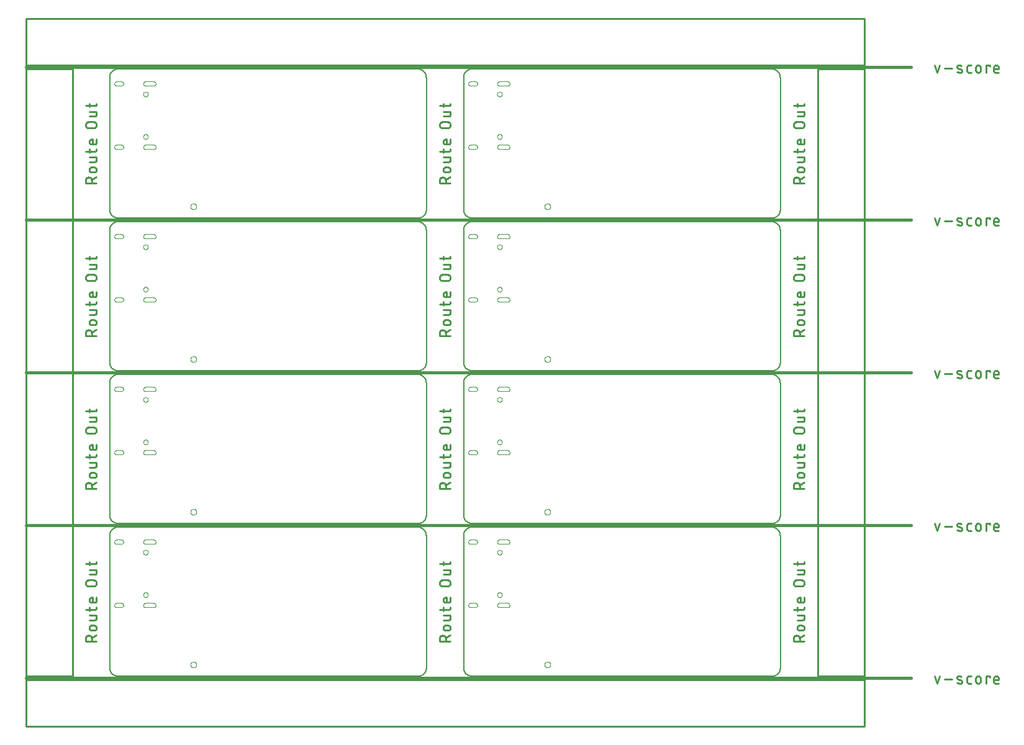
<source format=gko>
G75*
%MOIN*%
%OFA0B0*%
%FSLAX25Y25*%
%IPPOS*%
%LPD*%
%AMOC8*
5,1,8,0,0,1.08239X$1,22.5*
%
%ADD10C,0.00800*%
%ADD11C,0.01100*%
%ADD12C,0.01500*%
%ADD13C,0.01000*%
%ADD14C,0.00000*%
%ADD15C,0.00039*%
D10*
X0051331Y0056933D02*
X0212518Y0056933D01*
X0212646Y0056935D01*
X0212774Y0056941D01*
X0212901Y0056950D01*
X0213028Y0056964D01*
X0213155Y0056981D01*
X0213281Y0057002D01*
X0213406Y0057027D01*
X0213531Y0057056D01*
X0213654Y0057088D01*
X0213777Y0057125D01*
X0213898Y0057164D01*
X0214019Y0057208D01*
X0214138Y0057255D01*
X0214255Y0057306D01*
X0214371Y0057360D01*
X0214485Y0057418D01*
X0214597Y0057479D01*
X0214707Y0057543D01*
X0214816Y0057611D01*
X0214922Y0057682D01*
X0215026Y0057756D01*
X0215128Y0057834D01*
X0215227Y0057914D01*
X0215324Y0057997D01*
X0215419Y0058084D01*
X0215510Y0058173D01*
X0215599Y0058264D01*
X0215686Y0058359D01*
X0215769Y0058456D01*
X0215849Y0058555D01*
X0215927Y0058657D01*
X0216001Y0058761D01*
X0216072Y0058867D01*
X0216140Y0058976D01*
X0216204Y0059086D01*
X0216265Y0059198D01*
X0216323Y0059312D01*
X0216377Y0059428D01*
X0216428Y0059545D01*
X0216475Y0059664D01*
X0216519Y0059785D01*
X0216558Y0059906D01*
X0216595Y0060029D01*
X0216627Y0060152D01*
X0216656Y0060277D01*
X0216681Y0060402D01*
X0216702Y0060528D01*
X0216719Y0060655D01*
X0216733Y0060782D01*
X0216742Y0060909D01*
X0216748Y0061037D01*
X0216750Y0061165D01*
X0216750Y0132352D01*
X0216748Y0132485D01*
X0216742Y0132618D01*
X0216733Y0132751D01*
X0216719Y0132884D01*
X0216702Y0133016D01*
X0216680Y0133147D01*
X0216655Y0133278D01*
X0216627Y0133408D01*
X0216594Y0133538D01*
X0216558Y0133666D01*
X0216517Y0133793D01*
X0216474Y0133919D01*
X0216426Y0134043D01*
X0216375Y0134166D01*
X0216321Y0134288D01*
X0216263Y0134408D01*
X0216201Y0134526D01*
X0216136Y0134643D01*
X0216068Y0134757D01*
X0215996Y0134869D01*
X0215922Y0134980D01*
X0215844Y0135088D01*
X0215762Y0135193D01*
X0215678Y0135297D01*
X0215591Y0135397D01*
X0215501Y0135496D01*
X0215408Y0135591D01*
X0215313Y0135684D01*
X0215214Y0135774D01*
X0215114Y0135861D01*
X0215010Y0135945D01*
X0214905Y0136027D01*
X0214797Y0136105D01*
X0214686Y0136179D01*
X0214574Y0136251D01*
X0214460Y0136319D01*
X0214343Y0136384D01*
X0214225Y0136446D01*
X0214105Y0136504D01*
X0213983Y0136558D01*
X0213860Y0136609D01*
X0213736Y0136657D01*
X0213610Y0136700D01*
X0213483Y0136741D01*
X0213355Y0136777D01*
X0213225Y0136810D01*
X0213095Y0136838D01*
X0212964Y0136863D01*
X0212833Y0136885D01*
X0212701Y0136902D01*
X0212568Y0136916D01*
X0212435Y0136925D01*
X0212302Y0136931D01*
X0212169Y0136933D01*
X0051331Y0136933D01*
X0051331Y0138933D02*
X0212518Y0138933D01*
X0212646Y0138935D01*
X0212774Y0138941D01*
X0212901Y0138950D01*
X0213028Y0138964D01*
X0213155Y0138981D01*
X0213281Y0139002D01*
X0213406Y0139027D01*
X0213531Y0139056D01*
X0213654Y0139088D01*
X0213777Y0139125D01*
X0213898Y0139164D01*
X0214019Y0139208D01*
X0214138Y0139255D01*
X0214255Y0139306D01*
X0214371Y0139360D01*
X0214485Y0139418D01*
X0214597Y0139479D01*
X0214707Y0139543D01*
X0214816Y0139611D01*
X0214922Y0139682D01*
X0215026Y0139756D01*
X0215128Y0139834D01*
X0215227Y0139914D01*
X0215324Y0139997D01*
X0215419Y0140084D01*
X0215510Y0140173D01*
X0215599Y0140264D01*
X0215686Y0140359D01*
X0215769Y0140456D01*
X0215849Y0140555D01*
X0215927Y0140657D01*
X0216001Y0140761D01*
X0216072Y0140867D01*
X0216140Y0140976D01*
X0216204Y0141086D01*
X0216265Y0141198D01*
X0216323Y0141312D01*
X0216377Y0141428D01*
X0216428Y0141545D01*
X0216475Y0141664D01*
X0216519Y0141785D01*
X0216558Y0141906D01*
X0216595Y0142029D01*
X0216627Y0142152D01*
X0216656Y0142277D01*
X0216681Y0142402D01*
X0216702Y0142528D01*
X0216719Y0142655D01*
X0216733Y0142782D01*
X0216742Y0142909D01*
X0216748Y0143037D01*
X0216750Y0143165D01*
X0216750Y0214352D01*
X0216748Y0214485D01*
X0216742Y0214618D01*
X0216733Y0214751D01*
X0216719Y0214884D01*
X0216702Y0215016D01*
X0216680Y0215147D01*
X0216655Y0215278D01*
X0216627Y0215408D01*
X0216594Y0215538D01*
X0216558Y0215666D01*
X0216517Y0215793D01*
X0216474Y0215919D01*
X0216426Y0216043D01*
X0216375Y0216166D01*
X0216321Y0216288D01*
X0216263Y0216408D01*
X0216201Y0216526D01*
X0216136Y0216643D01*
X0216068Y0216757D01*
X0215996Y0216869D01*
X0215922Y0216980D01*
X0215844Y0217088D01*
X0215762Y0217193D01*
X0215678Y0217297D01*
X0215591Y0217397D01*
X0215501Y0217496D01*
X0215408Y0217591D01*
X0215313Y0217684D01*
X0215214Y0217774D01*
X0215114Y0217861D01*
X0215010Y0217945D01*
X0214905Y0218027D01*
X0214797Y0218105D01*
X0214686Y0218179D01*
X0214574Y0218251D01*
X0214460Y0218319D01*
X0214343Y0218384D01*
X0214225Y0218446D01*
X0214105Y0218504D01*
X0213983Y0218558D01*
X0213860Y0218609D01*
X0213736Y0218657D01*
X0213610Y0218700D01*
X0213483Y0218741D01*
X0213355Y0218777D01*
X0213225Y0218810D01*
X0213095Y0218838D01*
X0212964Y0218863D01*
X0212833Y0218885D01*
X0212701Y0218902D01*
X0212568Y0218916D01*
X0212435Y0218925D01*
X0212302Y0218931D01*
X0212169Y0218933D01*
X0051331Y0218933D01*
X0051331Y0220933D02*
X0212518Y0220933D01*
X0212646Y0220935D01*
X0212774Y0220941D01*
X0212901Y0220950D01*
X0213028Y0220964D01*
X0213155Y0220981D01*
X0213281Y0221002D01*
X0213406Y0221027D01*
X0213531Y0221056D01*
X0213654Y0221088D01*
X0213777Y0221125D01*
X0213898Y0221164D01*
X0214019Y0221208D01*
X0214138Y0221255D01*
X0214255Y0221306D01*
X0214371Y0221360D01*
X0214485Y0221418D01*
X0214597Y0221479D01*
X0214707Y0221543D01*
X0214816Y0221611D01*
X0214922Y0221682D01*
X0215026Y0221756D01*
X0215128Y0221834D01*
X0215227Y0221914D01*
X0215324Y0221997D01*
X0215419Y0222084D01*
X0215510Y0222173D01*
X0215599Y0222264D01*
X0215686Y0222359D01*
X0215769Y0222456D01*
X0215849Y0222555D01*
X0215927Y0222657D01*
X0216001Y0222761D01*
X0216072Y0222867D01*
X0216140Y0222976D01*
X0216204Y0223086D01*
X0216265Y0223198D01*
X0216323Y0223312D01*
X0216377Y0223428D01*
X0216428Y0223545D01*
X0216475Y0223664D01*
X0216519Y0223785D01*
X0216558Y0223906D01*
X0216595Y0224029D01*
X0216627Y0224152D01*
X0216656Y0224277D01*
X0216681Y0224402D01*
X0216702Y0224528D01*
X0216719Y0224655D01*
X0216733Y0224782D01*
X0216742Y0224909D01*
X0216748Y0225037D01*
X0216750Y0225165D01*
X0216750Y0296352D01*
X0216748Y0296485D01*
X0216742Y0296618D01*
X0216733Y0296751D01*
X0216719Y0296884D01*
X0216702Y0297016D01*
X0216680Y0297147D01*
X0216655Y0297278D01*
X0216627Y0297408D01*
X0216594Y0297538D01*
X0216558Y0297666D01*
X0216517Y0297793D01*
X0216474Y0297919D01*
X0216426Y0298043D01*
X0216375Y0298166D01*
X0216321Y0298288D01*
X0216263Y0298408D01*
X0216201Y0298526D01*
X0216136Y0298643D01*
X0216068Y0298757D01*
X0215996Y0298869D01*
X0215922Y0298980D01*
X0215844Y0299088D01*
X0215762Y0299193D01*
X0215678Y0299297D01*
X0215591Y0299397D01*
X0215501Y0299496D01*
X0215408Y0299591D01*
X0215313Y0299684D01*
X0215214Y0299774D01*
X0215114Y0299861D01*
X0215010Y0299945D01*
X0214905Y0300027D01*
X0214797Y0300105D01*
X0214686Y0300179D01*
X0214574Y0300251D01*
X0214460Y0300319D01*
X0214343Y0300384D01*
X0214225Y0300446D01*
X0214105Y0300504D01*
X0213983Y0300558D01*
X0213860Y0300609D01*
X0213736Y0300657D01*
X0213610Y0300700D01*
X0213483Y0300741D01*
X0213355Y0300777D01*
X0213225Y0300810D01*
X0213095Y0300838D01*
X0212964Y0300863D01*
X0212833Y0300885D01*
X0212701Y0300902D01*
X0212568Y0300916D01*
X0212435Y0300925D01*
X0212302Y0300931D01*
X0212169Y0300933D01*
X0051331Y0300933D01*
X0051331Y0302933D02*
X0212518Y0302933D01*
X0212646Y0302935D01*
X0212774Y0302941D01*
X0212901Y0302950D01*
X0213028Y0302964D01*
X0213155Y0302981D01*
X0213281Y0303002D01*
X0213406Y0303027D01*
X0213531Y0303056D01*
X0213654Y0303088D01*
X0213777Y0303125D01*
X0213898Y0303164D01*
X0214019Y0303208D01*
X0214138Y0303255D01*
X0214255Y0303306D01*
X0214371Y0303360D01*
X0214485Y0303418D01*
X0214597Y0303479D01*
X0214707Y0303543D01*
X0214816Y0303611D01*
X0214922Y0303682D01*
X0215026Y0303756D01*
X0215128Y0303834D01*
X0215227Y0303914D01*
X0215324Y0303997D01*
X0215419Y0304084D01*
X0215510Y0304173D01*
X0215599Y0304264D01*
X0215686Y0304359D01*
X0215769Y0304456D01*
X0215849Y0304555D01*
X0215927Y0304657D01*
X0216001Y0304761D01*
X0216072Y0304867D01*
X0216140Y0304976D01*
X0216204Y0305086D01*
X0216265Y0305198D01*
X0216323Y0305312D01*
X0216377Y0305428D01*
X0216428Y0305545D01*
X0216475Y0305664D01*
X0216519Y0305785D01*
X0216558Y0305906D01*
X0216595Y0306029D01*
X0216627Y0306152D01*
X0216656Y0306277D01*
X0216681Y0306402D01*
X0216702Y0306528D01*
X0216719Y0306655D01*
X0216733Y0306782D01*
X0216742Y0306909D01*
X0216748Y0307037D01*
X0216750Y0307165D01*
X0216750Y0378352D01*
X0216748Y0378485D01*
X0216742Y0378618D01*
X0216733Y0378751D01*
X0216719Y0378884D01*
X0216702Y0379016D01*
X0216680Y0379147D01*
X0216655Y0379278D01*
X0216627Y0379408D01*
X0216594Y0379538D01*
X0216558Y0379666D01*
X0216517Y0379793D01*
X0216474Y0379919D01*
X0216426Y0380043D01*
X0216375Y0380166D01*
X0216321Y0380288D01*
X0216263Y0380408D01*
X0216201Y0380526D01*
X0216136Y0380643D01*
X0216068Y0380757D01*
X0215996Y0380869D01*
X0215922Y0380980D01*
X0215844Y0381088D01*
X0215762Y0381193D01*
X0215678Y0381297D01*
X0215591Y0381397D01*
X0215501Y0381496D01*
X0215408Y0381591D01*
X0215313Y0381684D01*
X0215214Y0381774D01*
X0215114Y0381861D01*
X0215010Y0381945D01*
X0214905Y0382027D01*
X0214797Y0382105D01*
X0214686Y0382179D01*
X0214574Y0382251D01*
X0214460Y0382319D01*
X0214343Y0382384D01*
X0214225Y0382446D01*
X0214105Y0382504D01*
X0213983Y0382558D01*
X0213860Y0382609D01*
X0213736Y0382657D01*
X0213610Y0382700D01*
X0213483Y0382741D01*
X0213355Y0382777D01*
X0213225Y0382810D01*
X0213095Y0382838D01*
X0212964Y0382863D01*
X0212833Y0382885D01*
X0212701Y0382902D01*
X0212568Y0382916D01*
X0212435Y0382925D01*
X0212302Y0382931D01*
X0212169Y0382933D01*
X0051331Y0382933D01*
X0051198Y0382931D01*
X0051065Y0382925D01*
X0050932Y0382916D01*
X0050799Y0382902D01*
X0050667Y0382885D01*
X0050536Y0382863D01*
X0050405Y0382838D01*
X0050275Y0382810D01*
X0050145Y0382777D01*
X0050017Y0382741D01*
X0049890Y0382700D01*
X0049764Y0382657D01*
X0049640Y0382609D01*
X0049517Y0382558D01*
X0049395Y0382504D01*
X0049275Y0382446D01*
X0049157Y0382384D01*
X0049041Y0382319D01*
X0048926Y0382251D01*
X0048814Y0382179D01*
X0048703Y0382105D01*
X0048595Y0382027D01*
X0048490Y0381945D01*
X0048386Y0381861D01*
X0048286Y0381774D01*
X0048187Y0381684D01*
X0048092Y0381591D01*
X0047999Y0381496D01*
X0047909Y0381397D01*
X0047822Y0381297D01*
X0047738Y0381193D01*
X0047656Y0381088D01*
X0047578Y0380980D01*
X0047504Y0380869D01*
X0047432Y0380757D01*
X0047364Y0380643D01*
X0047299Y0380526D01*
X0047237Y0380408D01*
X0047179Y0380288D01*
X0047125Y0380166D01*
X0047074Y0380043D01*
X0047026Y0379919D01*
X0046983Y0379793D01*
X0046942Y0379666D01*
X0046906Y0379538D01*
X0046873Y0379408D01*
X0046845Y0379278D01*
X0046820Y0379147D01*
X0046798Y0379016D01*
X0046781Y0378884D01*
X0046767Y0378751D01*
X0046758Y0378618D01*
X0046752Y0378485D01*
X0046750Y0378352D01*
X0046750Y0307514D01*
X0046752Y0307381D01*
X0046758Y0307248D01*
X0046767Y0307115D01*
X0046781Y0306982D01*
X0046798Y0306850D01*
X0046820Y0306719D01*
X0046845Y0306588D01*
X0046873Y0306458D01*
X0046906Y0306328D01*
X0046942Y0306200D01*
X0046983Y0306073D01*
X0047026Y0305947D01*
X0047074Y0305823D01*
X0047125Y0305700D01*
X0047179Y0305578D01*
X0047237Y0305458D01*
X0047299Y0305340D01*
X0047364Y0305224D01*
X0047432Y0305109D01*
X0047504Y0304997D01*
X0047578Y0304886D01*
X0047656Y0304778D01*
X0047738Y0304673D01*
X0047822Y0304569D01*
X0047909Y0304469D01*
X0047999Y0304370D01*
X0048092Y0304275D01*
X0048187Y0304182D01*
X0048286Y0304092D01*
X0048386Y0304005D01*
X0048490Y0303921D01*
X0048595Y0303839D01*
X0048703Y0303761D01*
X0048814Y0303687D01*
X0048926Y0303615D01*
X0049041Y0303547D01*
X0049157Y0303482D01*
X0049275Y0303420D01*
X0049395Y0303362D01*
X0049517Y0303308D01*
X0049640Y0303257D01*
X0049764Y0303209D01*
X0049890Y0303166D01*
X0050017Y0303125D01*
X0050145Y0303089D01*
X0050275Y0303056D01*
X0050405Y0303028D01*
X0050536Y0303003D01*
X0050667Y0302981D01*
X0050799Y0302964D01*
X0050932Y0302950D01*
X0051065Y0302941D01*
X0051198Y0302935D01*
X0051331Y0302933D01*
X0051331Y0300933D02*
X0051198Y0300931D01*
X0051065Y0300925D01*
X0050932Y0300916D01*
X0050799Y0300902D01*
X0050667Y0300885D01*
X0050536Y0300863D01*
X0050405Y0300838D01*
X0050275Y0300810D01*
X0050145Y0300777D01*
X0050017Y0300741D01*
X0049890Y0300700D01*
X0049764Y0300657D01*
X0049640Y0300609D01*
X0049517Y0300558D01*
X0049395Y0300504D01*
X0049275Y0300446D01*
X0049157Y0300384D01*
X0049041Y0300319D01*
X0048926Y0300251D01*
X0048814Y0300179D01*
X0048703Y0300105D01*
X0048595Y0300027D01*
X0048490Y0299945D01*
X0048386Y0299861D01*
X0048286Y0299774D01*
X0048187Y0299684D01*
X0048092Y0299591D01*
X0047999Y0299496D01*
X0047909Y0299397D01*
X0047822Y0299297D01*
X0047738Y0299193D01*
X0047656Y0299088D01*
X0047578Y0298980D01*
X0047504Y0298869D01*
X0047432Y0298757D01*
X0047364Y0298643D01*
X0047299Y0298526D01*
X0047237Y0298408D01*
X0047179Y0298288D01*
X0047125Y0298166D01*
X0047074Y0298043D01*
X0047026Y0297919D01*
X0046983Y0297793D01*
X0046942Y0297666D01*
X0046906Y0297538D01*
X0046873Y0297408D01*
X0046845Y0297278D01*
X0046820Y0297147D01*
X0046798Y0297016D01*
X0046781Y0296884D01*
X0046767Y0296751D01*
X0046758Y0296618D01*
X0046752Y0296485D01*
X0046750Y0296352D01*
X0046750Y0225514D01*
X0046752Y0225381D01*
X0046758Y0225248D01*
X0046767Y0225115D01*
X0046781Y0224982D01*
X0046798Y0224850D01*
X0046820Y0224719D01*
X0046845Y0224588D01*
X0046873Y0224458D01*
X0046906Y0224328D01*
X0046942Y0224200D01*
X0046983Y0224073D01*
X0047026Y0223947D01*
X0047074Y0223823D01*
X0047125Y0223700D01*
X0047179Y0223578D01*
X0047237Y0223458D01*
X0047299Y0223340D01*
X0047364Y0223224D01*
X0047432Y0223109D01*
X0047504Y0222997D01*
X0047578Y0222886D01*
X0047656Y0222778D01*
X0047738Y0222673D01*
X0047822Y0222569D01*
X0047909Y0222469D01*
X0047999Y0222370D01*
X0048092Y0222275D01*
X0048187Y0222182D01*
X0048286Y0222092D01*
X0048386Y0222005D01*
X0048490Y0221921D01*
X0048595Y0221839D01*
X0048703Y0221761D01*
X0048814Y0221687D01*
X0048926Y0221615D01*
X0049041Y0221547D01*
X0049157Y0221482D01*
X0049275Y0221420D01*
X0049395Y0221362D01*
X0049517Y0221308D01*
X0049640Y0221257D01*
X0049764Y0221209D01*
X0049890Y0221166D01*
X0050017Y0221125D01*
X0050145Y0221089D01*
X0050275Y0221056D01*
X0050405Y0221028D01*
X0050536Y0221003D01*
X0050667Y0220981D01*
X0050799Y0220964D01*
X0050932Y0220950D01*
X0051065Y0220941D01*
X0051198Y0220935D01*
X0051331Y0220933D01*
X0051331Y0218933D02*
X0051198Y0218931D01*
X0051065Y0218925D01*
X0050932Y0218916D01*
X0050799Y0218902D01*
X0050667Y0218885D01*
X0050536Y0218863D01*
X0050405Y0218838D01*
X0050275Y0218810D01*
X0050145Y0218777D01*
X0050017Y0218741D01*
X0049890Y0218700D01*
X0049764Y0218657D01*
X0049640Y0218609D01*
X0049517Y0218558D01*
X0049395Y0218504D01*
X0049275Y0218446D01*
X0049157Y0218384D01*
X0049041Y0218319D01*
X0048926Y0218251D01*
X0048814Y0218179D01*
X0048703Y0218105D01*
X0048595Y0218027D01*
X0048490Y0217945D01*
X0048386Y0217861D01*
X0048286Y0217774D01*
X0048187Y0217684D01*
X0048092Y0217591D01*
X0047999Y0217496D01*
X0047909Y0217397D01*
X0047822Y0217297D01*
X0047738Y0217193D01*
X0047656Y0217088D01*
X0047578Y0216980D01*
X0047504Y0216869D01*
X0047432Y0216757D01*
X0047364Y0216643D01*
X0047299Y0216526D01*
X0047237Y0216408D01*
X0047179Y0216288D01*
X0047125Y0216166D01*
X0047074Y0216043D01*
X0047026Y0215919D01*
X0046983Y0215793D01*
X0046942Y0215666D01*
X0046906Y0215538D01*
X0046873Y0215408D01*
X0046845Y0215278D01*
X0046820Y0215147D01*
X0046798Y0215016D01*
X0046781Y0214884D01*
X0046767Y0214751D01*
X0046758Y0214618D01*
X0046752Y0214485D01*
X0046750Y0214352D01*
X0046750Y0143514D01*
X0046752Y0143381D01*
X0046758Y0143248D01*
X0046767Y0143115D01*
X0046781Y0142982D01*
X0046798Y0142850D01*
X0046820Y0142719D01*
X0046845Y0142588D01*
X0046873Y0142458D01*
X0046906Y0142328D01*
X0046942Y0142200D01*
X0046983Y0142073D01*
X0047026Y0141947D01*
X0047074Y0141823D01*
X0047125Y0141700D01*
X0047179Y0141578D01*
X0047237Y0141458D01*
X0047299Y0141340D01*
X0047364Y0141224D01*
X0047432Y0141109D01*
X0047504Y0140997D01*
X0047578Y0140886D01*
X0047656Y0140778D01*
X0047738Y0140673D01*
X0047822Y0140569D01*
X0047909Y0140469D01*
X0047999Y0140370D01*
X0048092Y0140275D01*
X0048187Y0140182D01*
X0048286Y0140092D01*
X0048386Y0140005D01*
X0048490Y0139921D01*
X0048595Y0139839D01*
X0048703Y0139761D01*
X0048814Y0139687D01*
X0048926Y0139615D01*
X0049041Y0139547D01*
X0049157Y0139482D01*
X0049275Y0139420D01*
X0049395Y0139362D01*
X0049517Y0139308D01*
X0049640Y0139257D01*
X0049764Y0139209D01*
X0049890Y0139166D01*
X0050017Y0139125D01*
X0050145Y0139089D01*
X0050275Y0139056D01*
X0050405Y0139028D01*
X0050536Y0139003D01*
X0050667Y0138981D01*
X0050799Y0138964D01*
X0050932Y0138950D01*
X0051065Y0138941D01*
X0051198Y0138935D01*
X0051331Y0138933D01*
X0051331Y0136933D02*
X0051198Y0136931D01*
X0051065Y0136925D01*
X0050932Y0136916D01*
X0050799Y0136902D01*
X0050667Y0136885D01*
X0050536Y0136863D01*
X0050405Y0136838D01*
X0050275Y0136810D01*
X0050145Y0136777D01*
X0050017Y0136741D01*
X0049890Y0136700D01*
X0049764Y0136657D01*
X0049640Y0136609D01*
X0049517Y0136558D01*
X0049395Y0136504D01*
X0049275Y0136446D01*
X0049157Y0136384D01*
X0049041Y0136319D01*
X0048926Y0136251D01*
X0048814Y0136179D01*
X0048703Y0136105D01*
X0048595Y0136027D01*
X0048490Y0135945D01*
X0048386Y0135861D01*
X0048286Y0135774D01*
X0048187Y0135684D01*
X0048092Y0135591D01*
X0047999Y0135496D01*
X0047909Y0135397D01*
X0047822Y0135297D01*
X0047738Y0135193D01*
X0047656Y0135088D01*
X0047578Y0134980D01*
X0047504Y0134869D01*
X0047432Y0134757D01*
X0047364Y0134643D01*
X0047299Y0134526D01*
X0047237Y0134408D01*
X0047179Y0134288D01*
X0047125Y0134166D01*
X0047074Y0134043D01*
X0047026Y0133919D01*
X0046983Y0133793D01*
X0046942Y0133666D01*
X0046906Y0133538D01*
X0046873Y0133408D01*
X0046845Y0133278D01*
X0046820Y0133147D01*
X0046798Y0133016D01*
X0046781Y0132884D01*
X0046767Y0132751D01*
X0046758Y0132618D01*
X0046752Y0132485D01*
X0046750Y0132352D01*
X0046750Y0061514D01*
X0046752Y0061381D01*
X0046758Y0061248D01*
X0046767Y0061115D01*
X0046781Y0060982D01*
X0046798Y0060850D01*
X0046820Y0060719D01*
X0046845Y0060588D01*
X0046873Y0060458D01*
X0046906Y0060328D01*
X0046942Y0060200D01*
X0046983Y0060073D01*
X0047026Y0059947D01*
X0047074Y0059823D01*
X0047125Y0059700D01*
X0047179Y0059578D01*
X0047237Y0059458D01*
X0047299Y0059340D01*
X0047364Y0059223D01*
X0047432Y0059109D01*
X0047504Y0058997D01*
X0047578Y0058886D01*
X0047656Y0058778D01*
X0047738Y0058673D01*
X0047822Y0058569D01*
X0047909Y0058469D01*
X0047999Y0058370D01*
X0048092Y0058275D01*
X0048187Y0058182D01*
X0048286Y0058092D01*
X0048386Y0058005D01*
X0048490Y0057921D01*
X0048595Y0057839D01*
X0048703Y0057761D01*
X0048814Y0057687D01*
X0048926Y0057615D01*
X0049041Y0057547D01*
X0049157Y0057482D01*
X0049275Y0057420D01*
X0049395Y0057362D01*
X0049517Y0057308D01*
X0049640Y0057257D01*
X0049764Y0057209D01*
X0049890Y0057166D01*
X0050017Y0057125D01*
X0050145Y0057089D01*
X0050275Y0057056D01*
X0050405Y0057028D01*
X0050536Y0057003D01*
X0050667Y0056981D01*
X0050799Y0056964D01*
X0050932Y0056950D01*
X0051065Y0056941D01*
X0051198Y0056935D01*
X0051331Y0056933D01*
X0236750Y0061514D02*
X0236750Y0132352D01*
X0236752Y0132485D01*
X0236758Y0132618D01*
X0236767Y0132751D01*
X0236781Y0132884D01*
X0236798Y0133016D01*
X0236820Y0133147D01*
X0236845Y0133278D01*
X0236873Y0133408D01*
X0236906Y0133538D01*
X0236942Y0133666D01*
X0236983Y0133793D01*
X0237026Y0133919D01*
X0237074Y0134043D01*
X0237125Y0134166D01*
X0237179Y0134288D01*
X0237237Y0134408D01*
X0237299Y0134526D01*
X0237364Y0134643D01*
X0237432Y0134757D01*
X0237504Y0134869D01*
X0237578Y0134980D01*
X0237656Y0135088D01*
X0237738Y0135193D01*
X0237822Y0135297D01*
X0237909Y0135397D01*
X0237999Y0135496D01*
X0238092Y0135591D01*
X0238187Y0135684D01*
X0238286Y0135774D01*
X0238386Y0135861D01*
X0238490Y0135945D01*
X0238595Y0136027D01*
X0238703Y0136105D01*
X0238814Y0136179D01*
X0238926Y0136251D01*
X0239041Y0136319D01*
X0239157Y0136384D01*
X0239275Y0136446D01*
X0239395Y0136504D01*
X0239517Y0136558D01*
X0239640Y0136609D01*
X0239764Y0136657D01*
X0239890Y0136700D01*
X0240017Y0136741D01*
X0240145Y0136777D01*
X0240275Y0136810D01*
X0240405Y0136838D01*
X0240536Y0136863D01*
X0240667Y0136885D01*
X0240799Y0136902D01*
X0240932Y0136916D01*
X0241065Y0136925D01*
X0241198Y0136931D01*
X0241331Y0136933D01*
X0402169Y0136933D01*
X0402518Y0138933D02*
X0241331Y0138933D01*
X0241198Y0138935D01*
X0241065Y0138941D01*
X0240932Y0138950D01*
X0240799Y0138964D01*
X0240667Y0138981D01*
X0240536Y0139003D01*
X0240405Y0139028D01*
X0240275Y0139056D01*
X0240145Y0139089D01*
X0240017Y0139125D01*
X0239890Y0139166D01*
X0239764Y0139209D01*
X0239640Y0139257D01*
X0239517Y0139308D01*
X0239395Y0139362D01*
X0239275Y0139420D01*
X0239157Y0139482D01*
X0239041Y0139547D01*
X0238926Y0139615D01*
X0238814Y0139687D01*
X0238703Y0139761D01*
X0238595Y0139839D01*
X0238490Y0139921D01*
X0238386Y0140005D01*
X0238286Y0140092D01*
X0238187Y0140182D01*
X0238092Y0140275D01*
X0237999Y0140370D01*
X0237909Y0140469D01*
X0237822Y0140569D01*
X0237738Y0140673D01*
X0237656Y0140778D01*
X0237578Y0140886D01*
X0237504Y0140997D01*
X0237432Y0141109D01*
X0237364Y0141224D01*
X0237299Y0141340D01*
X0237237Y0141458D01*
X0237179Y0141578D01*
X0237125Y0141700D01*
X0237074Y0141823D01*
X0237026Y0141947D01*
X0236983Y0142073D01*
X0236942Y0142200D01*
X0236906Y0142328D01*
X0236873Y0142458D01*
X0236845Y0142588D01*
X0236820Y0142719D01*
X0236798Y0142850D01*
X0236781Y0142982D01*
X0236767Y0143115D01*
X0236758Y0143248D01*
X0236752Y0143381D01*
X0236750Y0143514D01*
X0236750Y0214352D01*
X0236752Y0214485D01*
X0236758Y0214618D01*
X0236767Y0214751D01*
X0236781Y0214884D01*
X0236798Y0215016D01*
X0236820Y0215147D01*
X0236845Y0215278D01*
X0236873Y0215408D01*
X0236906Y0215538D01*
X0236942Y0215666D01*
X0236983Y0215793D01*
X0237026Y0215919D01*
X0237074Y0216043D01*
X0237125Y0216166D01*
X0237179Y0216288D01*
X0237237Y0216408D01*
X0237299Y0216526D01*
X0237364Y0216643D01*
X0237432Y0216757D01*
X0237504Y0216869D01*
X0237578Y0216980D01*
X0237656Y0217088D01*
X0237738Y0217193D01*
X0237822Y0217297D01*
X0237909Y0217397D01*
X0237999Y0217496D01*
X0238092Y0217591D01*
X0238187Y0217684D01*
X0238286Y0217774D01*
X0238386Y0217861D01*
X0238490Y0217945D01*
X0238595Y0218027D01*
X0238703Y0218105D01*
X0238814Y0218179D01*
X0238926Y0218251D01*
X0239041Y0218319D01*
X0239157Y0218384D01*
X0239275Y0218446D01*
X0239395Y0218504D01*
X0239517Y0218558D01*
X0239640Y0218609D01*
X0239764Y0218657D01*
X0239890Y0218700D01*
X0240017Y0218741D01*
X0240145Y0218777D01*
X0240275Y0218810D01*
X0240405Y0218838D01*
X0240536Y0218863D01*
X0240667Y0218885D01*
X0240799Y0218902D01*
X0240932Y0218916D01*
X0241065Y0218925D01*
X0241198Y0218931D01*
X0241331Y0218933D01*
X0402169Y0218933D01*
X0402518Y0220933D02*
X0241331Y0220933D01*
X0241198Y0220935D01*
X0241065Y0220941D01*
X0240932Y0220950D01*
X0240799Y0220964D01*
X0240667Y0220981D01*
X0240536Y0221003D01*
X0240405Y0221028D01*
X0240275Y0221056D01*
X0240145Y0221089D01*
X0240017Y0221125D01*
X0239890Y0221166D01*
X0239764Y0221209D01*
X0239640Y0221257D01*
X0239517Y0221308D01*
X0239395Y0221362D01*
X0239275Y0221420D01*
X0239157Y0221482D01*
X0239041Y0221547D01*
X0238926Y0221615D01*
X0238814Y0221687D01*
X0238703Y0221761D01*
X0238595Y0221839D01*
X0238490Y0221921D01*
X0238386Y0222005D01*
X0238286Y0222092D01*
X0238187Y0222182D01*
X0238092Y0222275D01*
X0237999Y0222370D01*
X0237909Y0222469D01*
X0237822Y0222569D01*
X0237738Y0222673D01*
X0237656Y0222778D01*
X0237578Y0222886D01*
X0237504Y0222997D01*
X0237432Y0223109D01*
X0237364Y0223224D01*
X0237299Y0223340D01*
X0237237Y0223458D01*
X0237179Y0223578D01*
X0237125Y0223700D01*
X0237074Y0223823D01*
X0237026Y0223947D01*
X0236983Y0224073D01*
X0236942Y0224200D01*
X0236906Y0224328D01*
X0236873Y0224458D01*
X0236845Y0224588D01*
X0236820Y0224719D01*
X0236798Y0224850D01*
X0236781Y0224982D01*
X0236767Y0225115D01*
X0236758Y0225248D01*
X0236752Y0225381D01*
X0236750Y0225514D01*
X0236750Y0296352D01*
X0236752Y0296485D01*
X0236758Y0296618D01*
X0236767Y0296751D01*
X0236781Y0296884D01*
X0236798Y0297016D01*
X0236820Y0297147D01*
X0236845Y0297278D01*
X0236873Y0297408D01*
X0236906Y0297538D01*
X0236942Y0297666D01*
X0236983Y0297793D01*
X0237026Y0297919D01*
X0237074Y0298043D01*
X0237125Y0298166D01*
X0237179Y0298288D01*
X0237237Y0298408D01*
X0237299Y0298526D01*
X0237364Y0298643D01*
X0237432Y0298757D01*
X0237504Y0298869D01*
X0237578Y0298980D01*
X0237656Y0299088D01*
X0237738Y0299193D01*
X0237822Y0299297D01*
X0237909Y0299397D01*
X0237999Y0299496D01*
X0238092Y0299591D01*
X0238187Y0299684D01*
X0238286Y0299774D01*
X0238386Y0299861D01*
X0238490Y0299945D01*
X0238595Y0300027D01*
X0238703Y0300105D01*
X0238814Y0300179D01*
X0238926Y0300251D01*
X0239041Y0300319D01*
X0239157Y0300384D01*
X0239275Y0300446D01*
X0239395Y0300504D01*
X0239517Y0300558D01*
X0239640Y0300609D01*
X0239764Y0300657D01*
X0239890Y0300700D01*
X0240017Y0300741D01*
X0240145Y0300777D01*
X0240275Y0300810D01*
X0240405Y0300838D01*
X0240536Y0300863D01*
X0240667Y0300885D01*
X0240799Y0300902D01*
X0240932Y0300916D01*
X0241065Y0300925D01*
X0241198Y0300931D01*
X0241331Y0300933D01*
X0402169Y0300933D01*
X0402518Y0302933D02*
X0241331Y0302933D01*
X0241198Y0302935D01*
X0241065Y0302941D01*
X0240932Y0302950D01*
X0240799Y0302964D01*
X0240667Y0302981D01*
X0240536Y0303003D01*
X0240405Y0303028D01*
X0240275Y0303056D01*
X0240145Y0303089D01*
X0240017Y0303125D01*
X0239890Y0303166D01*
X0239764Y0303209D01*
X0239640Y0303257D01*
X0239517Y0303308D01*
X0239395Y0303362D01*
X0239275Y0303420D01*
X0239157Y0303482D01*
X0239041Y0303547D01*
X0238926Y0303615D01*
X0238814Y0303687D01*
X0238703Y0303761D01*
X0238595Y0303839D01*
X0238490Y0303921D01*
X0238386Y0304005D01*
X0238286Y0304092D01*
X0238187Y0304182D01*
X0238092Y0304275D01*
X0237999Y0304370D01*
X0237909Y0304469D01*
X0237822Y0304569D01*
X0237738Y0304673D01*
X0237656Y0304778D01*
X0237578Y0304886D01*
X0237504Y0304997D01*
X0237432Y0305109D01*
X0237364Y0305224D01*
X0237299Y0305340D01*
X0237237Y0305458D01*
X0237179Y0305578D01*
X0237125Y0305700D01*
X0237074Y0305823D01*
X0237026Y0305947D01*
X0236983Y0306073D01*
X0236942Y0306200D01*
X0236906Y0306328D01*
X0236873Y0306458D01*
X0236845Y0306588D01*
X0236820Y0306719D01*
X0236798Y0306850D01*
X0236781Y0306982D01*
X0236767Y0307115D01*
X0236758Y0307248D01*
X0236752Y0307381D01*
X0236750Y0307514D01*
X0236750Y0378352D01*
X0236752Y0378485D01*
X0236758Y0378618D01*
X0236767Y0378751D01*
X0236781Y0378884D01*
X0236798Y0379016D01*
X0236820Y0379147D01*
X0236845Y0379278D01*
X0236873Y0379408D01*
X0236906Y0379538D01*
X0236942Y0379666D01*
X0236983Y0379793D01*
X0237026Y0379919D01*
X0237074Y0380043D01*
X0237125Y0380166D01*
X0237179Y0380288D01*
X0237237Y0380408D01*
X0237299Y0380526D01*
X0237364Y0380643D01*
X0237432Y0380757D01*
X0237504Y0380869D01*
X0237578Y0380980D01*
X0237656Y0381088D01*
X0237738Y0381193D01*
X0237822Y0381297D01*
X0237909Y0381397D01*
X0237999Y0381496D01*
X0238092Y0381591D01*
X0238187Y0381684D01*
X0238286Y0381774D01*
X0238386Y0381861D01*
X0238490Y0381945D01*
X0238595Y0382027D01*
X0238703Y0382105D01*
X0238814Y0382179D01*
X0238926Y0382251D01*
X0239041Y0382319D01*
X0239157Y0382384D01*
X0239275Y0382446D01*
X0239395Y0382504D01*
X0239517Y0382558D01*
X0239640Y0382609D01*
X0239764Y0382657D01*
X0239890Y0382700D01*
X0240017Y0382741D01*
X0240145Y0382777D01*
X0240275Y0382810D01*
X0240405Y0382838D01*
X0240536Y0382863D01*
X0240667Y0382885D01*
X0240799Y0382902D01*
X0240932Y0382916D01*
X0241065Y0382925D01*
X0241198Y0382931D01*
X0241331Y0382933D01*
X0402169Y0382933D01*
X0402302Y0382931D01*
X0402435Y0382925D01*
X0402568Y0382916D01*
X0402701Y0382902D01*
X0402833Y0382885D01*
X0402964Y0382863D01*
X0403095Y0382838D01*
X0403225Y0382810D01*
X0403355Y0382777D01*
X0403483Y0382741D01*
X0403610Y0382700D01*
X0403736Y0382657D01*
X0403860Y0382609D01*
X0403983Y0382558D01*
X0404105Y0382504D01*
X0404225Y0382446D01*
X0404343Y0382384D01*
X0404460Y0382319D01*
X0404574Y0382251D01*
X0404686Y0382179D01*
X0404797Y0382105D01*
X0404905Y0382027D01*
X0405010Y0381945D01*
X0405114Y0381861D01*
X0405214Y0381774D01*
X0405313Y0381684D01*
X0405408Y0381591D01*
X0405501Y0381496D01*
X0405591Y0381397D01*
X0405678Y0381297D01*
X0405762Y0381193D01*
X0405844Y0381088D01*
X0405922Y0380980D01*
X0405996Y0380869D01*
X0406068Y0380757D01*
X0406136Y0380643D01*
X0406201Y0380526D01*
X0406263Y0380408D01*
X0406321Y0380288D01*
X0406375Y0380166D01*
X0406426Y0380043D01*
X0406474Y0379919D01*
X0406517Y0379793D01*
X0406558Y0379666D01*
X0406594Y0379538D01*
X0406627Y0379408D01*
X0406655Y0379278D01*
X0406680Y0379147D01*
X0406702Y0379016D01*
X0406719Y0378884D01*
X0406733Y0378751D01*
X0406742Y0378618D01*
X0406748Y0378485D01*
X0406750Y0378352D01*
X0406750Y0307165D01*
X0406748Y0307037D01*
X0406742Y0306909D01*
X0406733Y0306782D01*
X0406719Y0306655D01*
X0406702Y0306528D01*
X0406681Y0306402D01*
X0406656Y0306277D01*
X0406627Y0306152D01*
X0406595Y0306029D01*
X0406558Y0305906D01*
X0406519Y0305785D01*
X0406475Y0305664D01*
X0406428Y0305545D01*
X0406377Y0305428D01*
X0406323Y0305312D01*
X0406265Y0305198D01*
X0406204Y0305086D01*
X0406140Y0304976D01*
X0406072Y0304867D01*
X0406001Y0304761D01*
X0405927Y0304657D01*
X0405849Y0304555D01*
X0405769Y0304456D01*
X0405686Y0304359D01*
X0405599Y0304264D01*
X0405510Y0304173D01*
X0405419Y0304084D01*
X0405324Y0303997D01*
X0405227Y0303914D01*
X0405128Y0303834D01*
X0405026Y0303756D01*
X0404922Y0303682D01*
X0404816Y0303611D01*
X0404707Y0303543D01*
X0404597Y0303479D01*
X0404485Y0303418D01*
X0404371Y0303360D01*
X0404255Y0303306D01*
X0404138Y0303255D01*
X0404019Y0303208D01*
X0403898Y0303164D01*
X0403777Y0303125D01*
X0403654Y0303088D01*
X0403531Y0303056D01*
X0403406Y0303027D01*
X0403281Y0303002D01*
X0403155Y0302981D01*
X0403028Y0302964D01*
X0402901Y0302950D01*
X0402774Y0302941D01*
X0402646Y0302935D01*
X0402518Y0302933D01*
X0402169Y0300933D02*
X0402302Y0300931D01*
X0402435Y0300925D01*
X0402568Y0300916D01*
X0402701Y0300902D01*
X0402833Y0300885D01*
X0402964Y0300863D01*
X0403095Y0300838D01*
X0403225Y0300810D01*
X0403355Y0300777D01*
X0403483Y0300741D01*
X0403610Y0300700D01*
X0403736Y0300657D01*
X0403860Y0300609D01*
X0403983Y0300558D01*
X0404105Y0300504D01*
X0404225Y0300446D01*
X0404343Y0300384D01*
X0404460Y0300319D01*
X0404574Y0300251D01*
X0404686Y0300179D01*
X0404797Y0300105D01*
X0404905Y0300027D01*
X0405010Y0299945D01*
X0405114Y0299861D01*
X0405214Y0299774D01*
X0405313Y0299684D01*
X0405408Y0299591D01*
X0405501Y0299496D01*
X0405591Y0299397D01*
X0405678Y0299297D01*
X0405762Y0299193D01*
X0405844Y0299088D01*
X0405922Y0298980D01*
X0405996Y0298869D01*
X0406068Y0298757D01*
X0406136Y0298643D01*
X0406201Y0298526D01*
X0406263Y0298408D01*
X0406321Y0298288D01*
X0406375Y0298166D01*
X0406426Y0298043D01*
X0406474Y0297919D01*
X0406517Y0297793D01*
X0406558Y0297666D01*
X0406594Y0297538D01*
X0406627Y0297408D01*
X0406655Y0297278D01*
X0406680Y0297147D01*
X0406702Y0297016D01*
X0406719Y0296884D01*
X0406733Y0296751D01*
X0406742Y0296618D01*
X0406748Y0296485D01*
X0406750Y0296352D01*
X0406750Y0225165D01*
X0406748Y0225037D01*
X0406742Y0224909D01*
X0406733Y0224782D01*
X0406719Y0224655D01*
X0406702Y0224528D01*
X0406681Y0224402D01*
X0406656Y0224277D01*
X0406627Y0224152D01*
X0406595Y0224029D01*
X0406558Y0223906D01*
X0406519Y0223785D01*
X0406475Y0223664D01*
X0406428Y0223545D01*
X0406377Y0223428D01*
X0406323Y0223312D01*
X0406265Y0223198D01*
X0406204Y0223086D01*
X0406140Y0222976D01*
X0406072Y0222867D01*
X0406001Y0222761D01*
X0405927Y0222657D01*
X0405849Y0222555D01*
X0405769Y0222456D01*
X0405686Y0222359D01*
X0405599Y0222264D01*
X0405510Y0222173D01*
X0405419Y0222084D01*
X0405324Y0221997D01*
X0405227Y0221914D01*
X0405128Y0221834D01*
X0405026Y0221756D01*
X0404922Y0221682D01*
X0404816Y0221611D01*
X0404707Y0221543D01*
X0404597Y0221479D01*
X0404485Y0221418D01*
X0404371Y0221360D01*
X0404255Y0221306D01*
X0404138Y0221255D01*
X0404019Y0221208D01*
X0403898Y0221164D01*
X0403777Y0221125D01*
X0403654Y0221088D01*
X0403531Y0221056D01*
X0403406Y0221027D01*
X0403281Y0221002D01*
X0403155Y0220981D01*
X0403028Y0220964D01*
X0402901Y0220950D01*
X0402774Y0220941D01*
X0402646Y0220935D01*
X0402518Y0220933D01*
X0402169Y0218933D02*
X0402302Y0218931D01*
X0402435Y0218925D01*
X0402568Y0218916D01*
X0402701Y0218902D01*
X0402833Y0218885D01*
X0402964Y0218863D01*
X0403095Y0218838D01*
X0403225Y0218810D01*
X0403355Y0218777D01*
X0403483Y0218741D01*
X0403610Y0218700D01*
X0403736Y0218657D01*
X0403860Y0218609D01*
X0403983Y0218558D01*
X0404105Y0218504D01*
X0404225Y0218446D01*
X0404343Y0218384D01*
X0404460Y0218319D01*
X0404574Y0218251D01*
X0404686Y0218179D01*
X0404797Y0218105D01*
X0404905Y0218027D01*
X0405010Y0217945D01*
X0405114Y0217861D01*
X0405214Y0217774D01*
X0405313Y0217684D01*
X0405408Y0217591D01*
X0405501Y0217496D01*
X0405591Y0217397D01*
X0405678Y0217297D01*
X0405762Y0217193D01*
X0405844Y0217088D01*
X0405922Y0216980D01*
X0405996Y0216869D01*
X0406068Y0216757D01*
X0406136Y0216643D01*
X0406201Y0216526D01*
X0406263Y0216408D01*
X0406321Y0216288D01*
X0406375Y0216166D01*
X0406426Y0216043D01*
X0406474Y0215919D01*
X0406517Y0215793D01*
X0406558Y0215666D01*
X0406594Y0215538D01*
X0406627Y0215408D01*
X0406655Y0215278D01*
X0406680Y0215147D01*
X0406702Y0215016D01*
X0406719Y0214884D01*
X0406733Y0214751D01*
X0406742Y0214618D01*
X0406748Y0214485D01*
X0406750Y0214352D01*
X0406750Y0143165D01*
X0406748Y0143037D01*
X0406742Y0142909D01*
X0406733Y0142782D01*
X0406719Y0142655D01*
X0406702Y0142528D01*
X0406681Y0142402D01*
X0406656Y0142277D01*
X0406627Y0142152D01*
X0406595Y0142029D01*
X0406558Y0141906D01*
X0406519Y0141785D01*
X0406475Y0141664D01*
X0406428Y0141545D01*
X0406377Y0141428D01*
X0406323Y0141312D01*
X0406265Y0141198D01*
X0406204Y0141086D01*
X0406140Y0140976D01*
X0406072Y0140867D01*
X0406001Y0140761D01*
X0405927Y0140657D01*
X0405849Y0140555D01*
X0405769Y0140456D01*
X0405686Y0140359D01*
X0405599Y0140264D01*
X0405510Y0140173D01*
X0405419Y0140084D01*
X0405324Y0139997D01*
X0405227Y0139914D01*
X0405128Y0139834D01*
X0405026Y0139756D01*
X0404922Y0139682D01*
X0404816Y0139611D01*
X0404707Y0139543D01*
X0404597Y0139479D01*
X0404485Y0139418D01*
X0404371Y0139360D01*
X0404255Y0139306D01*
X0404138Y0139255D01*
X0404019Y0139208D01*
X0403898Y0139164D01*
X0403777Y0139125D01*
X0403654Y0139088D01*
X0403531Y0139056D01*
X0403406Y0139027D01*
X0403281Y0139002D01*
X0403155Y0138981D01*
X0403028Y0138964D01*
X0402901Y0138950D01*
X0402774Y0138941D01*
X0402646Y0138935D01*
X0402518Y0138933D01*
X0402169Y0136933D02*
X0402302Y0136931D01*
X0402435Y0136925D01*
X0402568Y0136916D01*
X0402701Y0136902D01*
X0402833Y0136885D01*
X0402964Y0136863D01*
X0403095Y0136838D01*
X0403225Y0136810D01*
X0403355Y0136777D01*
X0403483Y0136741D01*
X0403610Y0136700D01*
X0403736Y0136657D01*
X0403860Y0136609D01*
X0403983Y0136558D01*
X0404105Y0136504D01*
X0404225Y0136446D01*
X0404343Y0136384D01*
X0404460Y0136319D01*
X0404574Y0136251D01*
X0404686Y0136179D01*
X0404797Y0136105D01*
X0404905Y0136027D01*
X0405010Y0135945D01*
X0405114Y0135861D01*
X0405214Y0135774D01*
X0405313Y0135684D01*
X0405408Y0135591D01*
X0405501Y0135496D01*
X0405591Y0135397D01*
X0405678Y0135297D01*
X0405762Y0135193D01*
X0405844Y0135088D01*
X0405922Y0134980D01*
X0405996Y0134869D01*
X0406068Y0134757D01*
X0406136Y0134643D01*
X0406201Y0134526D01*
X0406263Y0134408D01*
X0406321Y0134288D01*
X0406375Y0134166D01*
X0406426Y0134043D01*
X0406474Y0133919D01*
X0406517Y0133793D01*
X0406558Y0133666D01*
X0406594Y0133538D01*
X0406627Y0133408D01*
X0406655Y0133278D01*
X0406680Y0133147D01*
X0406702Y0133016D01*
X0406719Y0132884D01*
X0406733Y0132751D01*
X0406742Y0132618D01*
X0406748Y0132485D01*
X0406750Y0132352D01*
X0406750Y0061165D01*
X0406748Y0061037D01*
X0406742Y0060909D01*
X0406733Y0060782D01*
X0406719Y0060655D01*
X0406702Y0060528D01*
X0406681Y0060402D01*
X0406656Y0060277D01*
X0406627Y0060152D01*
X0406595Y0060029D01*
X0406558Y0059906D01*
X0406519Y0059785D01*
X0406475Y0059664D01*
X0406428Y0059545D01*
X0406377Y0059428D01*
X0406323Y0059312D01*
X0406265Y0059198D01*
X0406204Y0059086D01*
X0406140Y0058976D01*
X0406072Y0058867D01*
X0406001Y0058761D01*
X0405927Y0058657D01*
X0405849Y0058555D01*
X0405769Y0058456D01*
X0405686Y0058359D01*
X0405599Y0058264D01*
X0405510Y0058173D01*
X0405419Y0058084D01*
X0405324Y0057997D01*
X0405227Y0057914D01*
X0405128Y0057834D01*
X0405026Y0057756D01*
X0404922Y0057682D01*
X0404816Y0057611D01*
X0404707Y0057543D01*
X0404597Y0057479D01*
X0404485Y0057418D01*
X0404371Y0057360D01*
X0404255Y0057306D01*
X0404138Y0057255D01*
X0404019Y0057208D01*
X0403898Y0057164D01*
X0403777Y0057125D01*
X0403654Y0057088D01*
X0403531Y0057056D01*
X0403406Y0057027D01*
X0403281Y0057002D01*
X0403155Y0056981D01*
X0403028Y0056964D01*
X0402901Y0056950D01*
X0402774Y0056941D01*
X0402646Y0056935D01*
X0402518Y0056933D01*
X0241331Y0056933D01*
X0241198Y0056935D01*
X0241065Y0056941D01*
X0240932Y0056950D01*
X0240799Y0056964D01*
X0240667Y0056981D01*
X0240536Y0057003D01*
X0240405Y0057028D01*
X0240275Y0057056D01*
X0240145Y0057089D01*
X0240017Y0057125D01*
X0239890Y0057166D01*
X0239764Y0057209D01*
X0239640Y0057257D01*
X0239517Y0057308D01*
X0239395Y0057362D01*
X0239275Y0057420D01*
X0239157Y0057482D01*
X0239041Y0057547D01*
X0238926Y0057615D01*
X0238814Y0057687D01*
X0238703Y0057761D01*
X0238595Y0057839D01*
X0238490Y0057921D01*
X0238386Y0058005D01*
X0238286Y0058092D01*
X0238187Y0058182D01*
X0238092Y0058275D01*
X0237999Y0058370D01*
X0237909Y0058469D01*
X0237822Y0058569D01*
X0237738Y0058673D01*
X0237656Y0058778D01*
X0237578Y0058886D01*
X0237504Y0058997D01*
X0237432Y0059109D01*
X0237364Y0059223D01*
X0237299Y0059340D01*
X0237237Y0059458D01*
X0237179Y0059578D01*
X0237125Y0059700D01*
X0237074Y0059823D01*
X0237026Y0059947D01*
X0236983Y0060073D01*
X0236942Y0060200D01*
X0236906Y0060328D01*
X0236873Y0060458D01*
X0236845Y0060588D01*
X0236820Y0060719D01*
X0236798Y0060850D01*
X0236781Y0060982D01*
X0236767Y0061115D01*
X0236758Y0061248D01*
X0236752Y0061381D01*
X0236750Y0061514D01*
D11*
X0229700Y0075478D02*
X0223800Y0075478D01*
X0223800Y0077117D01*
X0223802Y0077196D01*
X0223808Y0077275D01*
X0223817Y0077354D01*
X0223831Y0077432D01*
X0223848Y0077509D01*
X0223868Y0077586D01*
X0223893Y0077661D01*
X0223921Y0077735D01*
X0223953Y0077808D01*
X0223988Y0077879D01*
X0224026Y0077948D01*
X0224068Y0078015D01*
X0224113Y0078080D01*
X0224161Y0078143D01*
X0224212Y0078204D01*
X0224266Y0078262D01*
X0224323Y0078317D01*
X0224382Y0078370D01*
X0224444Y0078419D01*
X0224508Y0078466D01*
X0224574Y0078509D01*
X0224642Y0078549D01*
X0224713Y0078586D01*
X0224784Y0078620D01*
X0224858Y0078649D01*
X0224933Y0078676D01*
X0225008Y0078698D01*
X0225085Y0078717D01*
X0225163Y0078733D01*
X0225241Y0078744D01*
X0225320Y0078752D01*
X0225399Y0078756D01*
X0225479Y0078756D01*
X0225558Y0078752D01*
X0225637Y0078744D01*
X0225715Y0078733D01*
X0225793Y0078717D01*
X0225870Y0078698D01*
X0225945Y0078676D01*
X0226020Y0078649D01*
X0226094Y0078620D01*
X0226165Y0078586D01*
X0226236Y0078549D01*
X0226304Y0078509D01*
X0226370Y0078466D01*
X0226434Y0078419D01*
X0226496Y0078370D01*
X0226555Y0078317D01*
X0226612Y0078262D01*
X0226666Y0078204D01*
X0226717Y0078143D01*
X0226765Y0078080D01*
X0226810Y0078015D01*
X0226852Y0077948D01*
X0226890Y0077879D01*
X0226925Y0077808D01*
X0226957Y0077735D01*
X0226985Y0077661D01*
X0227010Y0077586D01*
X0227030Y0077509D01*
X0227047Y0077432D01*
X0227061Y0077354D01*
X0227070Y0077275D01*
X0227076Y0077196D01*
X0227078Y0077117D01*
X0227078Y0075478D01*
X0227078Y0077445D02*
X0229700Y0078756D01*
X0228389Y0081495D02*
X0227078Y0081495D01*
X0227007Y0081497D01*
X0226936Y0081503D01*
X0226866Y0081512D01*
X0226796Y0081526D01*
X0226727Y0081543D01*
X0226659Y0081564D01*
X0226593Y0081588D01*
X0226528Y0081616D01*
X0226464Y0081648D01*
X0226402Y0081683D01*
X0226342Y0081721D01*
X0226285Y0081762D01*
X0226229Y0081807D01*
X0226176Y0081854D01*
X0226126Y0081904D01*
X0226079Y0081957D01*
X0226034Y0082013D01*
X0225993Y0082070D01*
X0225955Y0082130D01*
X0225920Y0082192D01*
X0225888Y0082256D01*
X0225860Y0082321D01*
X0225836Y0082387D01*
X0225815Y0082455D01*
X0225798Y0082524D01*
X0225784Y0082594D01*
X0225775Y0082664D01*
X0225769Y0082735D01*
X0225767Y0082806D01*
X0225769Y0082877D01*
X0225775Y0082948D01*
X0225784Y0083018D01*
X0225798Y0083088D01*
X0225815Y0083157D01*
X0225836Y0083225D01*
X0225860Y0083291D01*
X0225888Y0083356D01*
X0225920Y0083420D01*
X0225955Y0083482D01*
X0225993Y0083542D01*
X0226034Y0083599D01*
X0226079Y0083655D01*
X0226126Y0083708D01*
X0226176Y0083758D01*
X0226229Y0083805D01*
X0226285Y0083850D01*
X0226342Y0083891D01*
X0226402Y0083929D01*
X0226464Y0083964D01*
X0226528Y0083996D01*
X0226593Y0084024D01*
X0226659Y0084048D01*
X0226727Y0084069D01*
X0226796Y0084086D01*
X0226866Y0084100D01*
X0226936Y0084109D01*
X0227007Y0084115D01*
X0227078Y0084117D01*
X0228389Y0084117D01*
X0228460Y0084115D01*
X0228531Y0084109D01*
X0228601Y0084100D01*
X0228671Y0084086D01*
X0228740Y0084069D01*
X0228808Y0084048D01*
X0228874Y0084024D01*
X0228939Y0083996D01*
X0229003Y0083964D01*
X0229065Y0083929D01*
X0229125Y0083891D01*
X0229182Y0083850D01*
X0229238Y0083805D01*
X0229291Y0083758D01*
X0229341Y0083708D01*
X0229388Y0083655D01*
X0229433Y0083599D01*
X0229474Y0083542D01*
X0229512Y0083482D01*
X0229547Y0083420D01*
X0229579Y0083356D01*
X0229607Y0083291D01*
X0229631Y0083225D01*
X0229652Y0083157D01*
X0229669Y0083088D01*
X0229683Y0083018D01*
X0229692Y0082948D01*
X0229698Y0082877D01*
X0229700Y0082806D01*
X0229698Y0082735D01*
X0229692Y0082664D01*
X0229683Y0082594D01*
X0229669Y0082524D01*
X0229652Y0082455D01*
X0229631Y0082387D01*
X0229607Y0082321D01*
X0229579Y0082256D01*
X0229547Y0082192D01*
X0229512Y0082130D01*
X0229474Y0082070D01*
X0229433Y0082013D01*
X0229388Y0081957D01*
X0229341Y0081904D01*
X0229291Y0081854D01*
X0229238Y0081807D01*
X0229182Y0081762D01*
X0229125Y0081721D01*
X0229065Y0081683D01*
X0229003Y0081648D01*
X0228939Y0081616D01*
X0228874Y0081588D01*
X0228808Y0081564D01*
X0228740Y0081543D01*
X0228671Y0081526D01*
X0228601Y0081512D01*
X0228531Y0081503D01*
X0228460Y0081497D01*
X0228389Y0081495D01*
X0228717Y0087034D02*
X0225767Y0087034D01*
X0225767Y0089656D02*
X0229700Y0089656D01*
X0229700Y0088017D01*
X0229698Y0087955D01*
X0229692Y0087894D01*
X0229683Y0087833D01*
X0229669Y0087773D01*
X0229652Y0087713D01*
X0229631Y0087655D01*
X0229606Y0087598D01*
X0229578Y0087543D01*
X0229547Y0087490D01*
X0229512Y0087439D01*
X0229474Y0087390D01*
X0229434Y0087344D01*
X0229390Y0087300D01*
X0229344Y0087260D01*
X0229295Y0087222D01*
X0229244Y0087187D01*
X0229191Y0087156D01*
X0229136Y0087128D01*
X0229079Y0087103D01*
X0229021Y0087082D01*
X0228961Y0087065D01*
X0228901Y0087051D01*
X0228840Y0087042D01*
X0228779Y0087036D01*
X0228717Y0087034D01*
X0228717Y0092666D02*
X0223800Y0092666D01*
X0225767Y0092011D02*
X0225767Y0093977D01*
X0227078Y0096470D02*
X0228717Y0096470D01*
X0228779Y0096472D01*
X0228840Y0096478D01*
X0228901Y0096487D01*
X0228961Y0096501D01*
X0229021Y0096518D01*
X0229079Y0096539D01*
X0229136Y0096564D01*
X0229191Y0096592D01*
X0229244Y0096623D01*
X0229295Y0096658D01*
X0229344Y0096696D01*
X0229390Y0096736D01*
X0229434Y0096780D01*
X0229474Y0096826D01*
X0229512Y0096875D01*
X0229547Y0096926D01*
X0229578Y0096979D01*
X0229606Y0097034D01*
X0229631Y0097091D01*
X0229652Y0097149D01*
X0229669Y0097209D01*
X0229683Y0097269D01*
X0229692Y0097330D01*
X0229698Y0097391D01*
X0229700Y0097453D01*
X0229700Y0099092D01*
X0227733Y0099092D02*
X0227733Y0096470D01*
X0227078Y0096470D02*
X0227007Y0096472D01*
X0226936Y0096478D01*
X0226866Y0096487D01*
X0226796Y0096501D01*
X0226727Y0096518D01*
X0226659Y0096539D01*
X0226593Y0096563D01*
X0226528Y0096591D01*
X0226464Y0096623D01*
X0226402Y0096658D01*
X0226342Y0096696D01*
X0226285Y0096737D01*
X0226229Y0096782D01*
X0226176Y0096829D01*
X0226126Y0096879D01*
X0226079Y0096932D01*
X0226034Y0096988D01*
X0225993Y0097045D01*
X0225955Y0097105D01*
X0225920Y0097167D01*
X0225888Y0097231D01*
X0225860Y0097296D01*
X0225836Y0097362D01*
X0225815Y0097430D01*
X0225798Y0097499D01*
X0225784Y0097569D01*
X0225775Y0097639D01*
X0225769Y0097710D01*
X0225767Y0097781D01*
X0225769Y0097852D01*
X0225775Y0097923D01*
X0225784Y0097993D01*
X0225798Y0098063D01*
X0225815Y0098132D01*
X0225836Y0098200D01*
X0225860Y0098266D01*
X0225888Y0098331D01*
X0225920Y0098395D01*
X0225955Y0098457D01*
X0225993Y0098517D01*
X0226034Y0098574D01*
X0226079Y0098630D01*
X0226126Y0098683D01*
X0226176Y0098733D01*
X0226229Y0098780D01*
X0226285Y0098825D01*
X0226342Y0098866D01*
X0226402Y0098904D01*
X0226464Y0098939D01*
X0226528Y0098971D01*
X0226593Y0098999D01*
X0226659Y0099023D01*
X0226727Y0099044D01*
X0226796Y0099061D01*
X0226866Y0099075D01*
X0226936Y0099084D01*
X0227007Y0099090D01*
X0227078Y0099092D01*
X0227733Y0099092D01*
X0229700Y0093977D02*
X0229700Y0093649D01*
X0229698Y0093587D01*
X0229692Y0093526D01*
X0229683Y0093465D01*
X0229669Y0093405D01*
X0229652Y0093345D01*
X0229631Y0093287D01*
X0229606Y0093230D01*
X0229578Y0093175D01*
X0229547Y0093122D01*
X0229512Y0093071D01*
X0229474Y0093022D01*
X0229434Y0092976D01*
X0229390Y0092932D01*
X0229344Y0092892D01*
X0229295Y0092854D01*
X0229244Y0092819D01*
X0229191Y0092788D01*
X0229136Y0092760D01*
X0229079Y0092735D01*
X0229021Y0092714D01*
X0228961Y0092697D01*
X0228901Y0092683D01*
X0228840Y0092674D01*
X0228779Y0092668D01*
X0228717Y0092666D01*
X0228061Y0105168D02*
X0225439Y0105168D01*
X0225360Y0105170D01*
X0225281Y0105176D01*
X0225202Y0105185D01*
X0225124Y0105199D01*
X0225047Y0105216D01*
X0224970Y0105236D01*
X0224895Y0105261D01*
X0224821Y0105289D01*
X0224748Y0105321D01*
X0224677Y0105356D01*
X0224608Y0105394D01*
X0224541Y0105436D01*
X0224476Y0105481D01*
X0224413Y0105529D01*
X0224352Y0105580D01*
X0224294Y0105634D01*
X0224239Y0105691D01*
X0224186Y0105750D01*
X0224137Y0105812D01*
X0224090Y0105876D01*
X0224047Y0105942D01*
X0224007Y0106010D01*
X0223970Y0106081D01*
X0223936Y0106152D01*
X0223907Y0106226D01*
X0223880Y0106301D01*
X0223858Y0106376D01*
X0223839Y0106453D01*
X0223823Y0106531D01*
X0223812Y0106609D01*
X0223804Y0106688D01*
X0223800Y0106767D01*
X0223800Y0106847D01*
X0223804Y0106926D01*
X0223812Y0107005D01*
X0223823Y0107083D01*
X0223839Y0107161D01*
X0223858Y0107238D01*
X0223880Y0107313D01*
X0223907Y0107388D01*
X0223936Y0107462D01*
X0223970Y0107533D01*
X0224007Y0107604D01*
X0224047Y0107672D01*
X0224090Y0107738D01*
X0224137Y0107802D01*
X0224186Y0107864D01*
X0224239Y0107923D01*
X0224294Y0107980D01*
X0224352Y0108034D01*
X0224413Y0108085D01*
X0224476Y0108133D01*
X0224541Y0108178D01*
X0224608Y0108220D01*
X0224677Y0108258D01*
X0224748Y0108293D01*
X0224821Y0108325D01*
X0224895Y0108353D01*
X0224970Y0108378D01*
X0225047Y0108398D01*
X0225124Y0108415D01*
X0225202Y0108429D01*
X0225281Y0108438D01*
X0225360Y0108444D01*
X0225439Y0108446D01*
X0228061Y0108446D01*
X0228140Y0108444D01*
X0228219Y0108438D01*
X0228298Y0108429D01*
X0228376Y0108415D01*
X0228453Y0108398D01*
X0228530Y0108378D01*
X0228605Y0108353D01*
X0228679Y0108325D01*
X0228752Y0108293D01*
X0228823Y0108258D01*
X0228892Y0108220D01*
X0228959Y0108178D01*
X0229024Y0108133D01*
X0229087Y0108085D01*
X0229148Y0108034D01*
X0229206Y0107980D01*
X0229261Y0107923D01*
X0229314Y0107864D01*
X0229363Y0107802D01*
X0229410Y0107738D01*
X0229453Y0107672D01*
X0229493Y0107604D01*
X0229530Y0107533D01*
X0229564Y0107462D01*
X0229593Y0107388D01*
X0229620Y0107313D01*
X0229642Y0107238D01*
X0229661Y0107161D01*
X0229677Y0107083D01*
X0229688Y0107005D01*
X0229696Y0106926D01*
X0229700Y0106847D01*
X0229700Y0106767D01*
X0229696Y0106688D01*
X0229688Y0106609D01*
X0229677Y0106531D01*
X0229661Y0106453D01*
X0229642Y0106376D01*
X0229620Y0106301D01*
X0229593Y0106226D01*
X0229564Y0106152D01*
X0229530Y0106081D01*
X0229493Y0106010D01*
X0229453Y0105942D01*
X0229410Y0105876D01*
X0229363Y0105812D01*
X0229314Y0105750D01*
X0229261Y0105691D01*
X0229206Y0105634D01*
X0229148Y0105580D01*
X0229087Y0105529D01*
X0229024Y0105481D01*
X0228959Y0105436D01*
X0228892Y0105394D01*
X0228823Y0105356D01*
X0228752Y0105321D01*
X0228679Y0105289D01*
X0228605Y0105261D01*
X0228530Y0105236D01*
X0228453Y0105216D01*
X0228376Y0105199D01*
X0228298Y0105185D01*
X0228219Y0105176D01*
X0228140Y0105170D01*
X0228061Y0105168D01*
X0228717Y0111445D02*
X0225767Y0111445D01*
X0225767Y0114067D02*
X0229700Y0114067D01*
X0229700Y0112428D01*
X0229698Y0112366D01*
X0229692Y0112305D01*
X0229683Y0112244D01*
X0229669Y0112184D01*
X0229652Y0112124D01*
X0229631Y0112066D01*
X0229606Y0112009D01*
X0229578Y0111954D01*
X0229547Y0111901D01*
X0229512Y0111850D01*
X0229474Y0111801D01*
X0229434Y0111755D01*
X0229390Y0111711D01*
X0229344Y0111671D01*
X0229295Y0111633D01*
X0229244Y0111598D01*
X0229191Y0111567D01*
X0229136Y0111539D01*
X0229079Y0111514D01*
X0229021Y0111493D01*
X0228961Y0111476D01*
X0228901Y0111462D01*
X0228840Y0111453D01*
X0228779Y0111447D01*
X0228717Y0111445D01*
X0225767Y0116422D02*
X0225767Y0118388D01*
X0223800Y0117077D02*
X0228717Y0117077D01*
X0228779Y0117079D01*
X0228840Y0117085D01*
X0228901Y0117094D01*
X0228961Y0117108D01*
X0229021Y0117125D01*
X0229079Y0117146D01*
X0229136Y0117171D01*
X0229191Y0117199D01*
X0229244Y0117230D01*
X0229295Y0117265D01*
X0229344Y0117303D01*
X0229390Y0117343D01*
X0229434Y0117387D01*
X0229474Y0117433D01*
X0229512Y0117482D01*
X0229547Y0117533D01*
X0229578Y0117586D01*
X0229606Y0117641D01*
X0229631Y0117698D01*
X0229652Y0117756D01*
X0229669Y0117816D01*
X0229683Y0117876D01*
X0229692Y0117937D01*
X0229698Y0117998D01*
X0229700Y0118060D01*
X0229700Y0118388D01*
X0229700Y0157478D02*
X0223800Y0157478D01*
X0223800Y0159117D01*
X0223802Y0159196D01*
X0223808Y0159275D01*
X0223817Y0159354D01*
X0223831Y0159432D01*
X0223848Y0159509D01*
X0223868Y0159586D01*
X0223893Y0159661D01*
X0223921Y0159735D01*
X0223953Y0159808D01*
X0223988Y0159879D01*
X0224026Y0159948D01*
X0224068Y0160015D01*
X0224113Y0160080D01*
X0224161Y0160143D01*
X0224212Y0160204D01*
X0224266Y0160262D01*
X0224323Y0160317D01*
X0224382Y0160370D01*
X0224444Y0160419D01*
X0224508Y0160466D01*
X0224574Y0160509D01*
X0224642Y0160549D01*
X0224713Y0160586D01*
X0224784Y0160620D01*
X0224858Y0160649D01*
X0224933Y0160676D01*
X0225008Y0160698D01*
X0225085Y0160717D01*
X0225163Y0160733D01*
X0225241Y0160744D01*
X0225320Y0160752D01*
X0225399Y0160756D01*
X0225479Y0160756D01*
X0225558Y0160752D01*
X0225637Y0160744D01*
X0225715Y0160733D01*
X0225793Y0160717D01*
X0225870Y0160698D01*
X0225945Y0160676D01*
X0226020Y0160649D01*
X0226094Y0160620D01*
X0226165Y0160586D01*
X0226236Y0160549D01*
X0226304Y0160509D01*
X0226370Y0160466D01*
X0226434Y0160419D01*
X0226496Y0160370D01*
X0226555Y0160317D01*
X0226612Y0160262D01*
X0226666Y0160204D01*
X0226717Y0160143D01*
X0226765Y0160080D01*
X0226810Y0160015D01*
X0226852Y0159948D01*
X0226890Y0159879D01*
X0226925Y0159808D01*
X0226957Y0159735D01*
X0226985Y0159661D01*
X0227010Y0159586D01*
X0227030Y0159509D01*
X0227047Y0159432D01*
X0227061Y0159354D01*
X0227070Y0159275D01*
X0227076Y0159196D01*
X0227078Y0159117D01*
X0227078Y0157478D01*
X0227078Y0159445D02*
X0229700Y0160756D01*
X0228389Y0163495D02*
X0227078Y0163495D01*
X0227007Y0163497D01*
X0226936Y0163503D01*
X0226866Y0163512D01*
X0226796Y0163526D01*
X0226727Y0163543D01*
X0226659Y0163564D01*
X0226593Y0163588D01*
X0226528Y0163616D01*
X0226464Y0163648D01*
X0226402Y0163683D01*
X0226342Y0163721D01*
X0226285Y0163762D01*
X0226229Y0163807D01*
X0226176Y0163854D01*
X0226126Y0163904D01*
X0226079Y0163957D01*
X0226034Y0164013D01*
X0225993Y0164070D01*
X0225955Y0164130D01*
X0225920Y0164192D01*
X0225888Y0164256D01*
X0225860Y0164321D01*
X0225836Y0164387D01*
X0225815Y0164455D01*
X0225798Y0164524D01*
X0225784Y0164594D01*
X0225775Y0164664D01*
X0225769Y0164735D01*
X0225767Y0164806D01*
X0225769Y0164877D01*
X0225775Y0164948D01*
X0225784Y0165018D01*
X0225798Y0165088D01*
X0225815Y0165157D01*
X0225836Y0165225D01*
X0225860Y0165291D01*
X0225888Y0165356D01*
X0225920Y0165420D01*
X0225955Y0165482D01*
X0225993Y0165542D01*
X0226034Y0165599D01*
X0226079Y0165655D01*
X0226126Y0165708D01*
X0226176Y0165758D01*
X0226229Y0165805D01*
X0226285Y0165850D01*
X0226342Y0165891D01*
X0226402Y0165929D01*
X0226464Y0165964D01*
X0226528Y0165996D01*
X0226593Y0166024D01*
X0226659Y0166048D01*
X0226727Y0166069D01*
X0226796Y0166086D01*
X0226866Y0166100D01*
X0226936Y0166109D01*
X0227007Y0166115D01*
X0227078Y0166117D01*
X0228389Y0166117D01*
X0228460Y0166115D01*
X0228531Y0166109D01*
X0228601Y0166100D01*
X0228671Y0166086D01*
X0228740Y0166069D01*
X0228808Y0166048D01*
X0228874Y0166024D01*
X0228939Y0165996D01*
X0229003Y0165964D01*
X0229065Y0165929D01*
X0229125Y0165891D01*
X0229182Y0165850D01*
X0229238Y0165805D01*
X0229291Y0165758D01*
X0229341Y0165708D01*
X0229388Y0165655D01*
X0229433Y0165599D01*
X0229474Y0165542D01*
X0229512Y0165482D01*
X0229547Y0165420D01*
X0229579Y0165356D01*
X0229607Y0165291D01*
X0229631Y0165225D01*
X0229652Y0165157D01*
X0229669Y0165088D01*
X0229683Y0165018D01*
X0229692Y0164948D01*
X0229698Y0164877D01*
X0229700Y0164806D01*
X0229698Y0164735D01*
X0229692Y0164664D01*
X0229683Y0164594D01*
X0229669Y0164524D01*
X0229652Y0164455D01*
X0229631Y0164387D01*
X0229607Y0164321D01*
X0229579Y0164256D01*
X0229547Y0164192D01*
X0229512Y0164130D01*
X0229474Y0164070D01*
X0229433Y0164013D01*
X0229388Y0163957D01*
X0229341Y0163904D01*
X0229291Y0163854D01*
X0229238Y0163807D01*
X0229182Y0163762D01*
X0229125Y0163721D01*
X0229065Y0163683D01*
X0229003Y0163648D01*
X0228939Y0163616D01*
X0228874Y0163588D01*
X0228808Y0163564D01*
X0228740Y0163543D01*
X0228671Y0163526D01*
X0228601Y0163512D01*
X0228531Y0163503D01*
X0228460Y0163497D01*
X0228389Y0163495D01*
X0228717Y0169034D02*
X0225767Y0169034D01*
X0225767Y0171656D02*
X0229700Y0171656D01*
X0229700Y0170017D01*
X0229698Y0169955D01*
X0229692Y0169894D01*
X0229683Y0169833D01*
X0229669Y0169773D01*
X0229652Y0169713D01*
X0229631Y0169655D01*
X0229606Y0169598D01*
X0229578Y0169543D01*
X0229547Y0169490D01*
X0229512Y0169439D01*
X0229474Y0169390D01*
X0229434Y0169344D01*
X0229390Y0169300D01*
X0229344Y0169260D01*
X0229295Y0169222D01*
X0229244Y0169187D01*
X0229191Y0169156D01*
X0229136Y0169128D01*
X0229079Y0169103D01*
X0229021Y0169082D01*
X0228961Y0169065D01*
X0228901Y0169051D01*
X0228840Y0169042D01*
X0228779Y0169036D01*
X0228717Y0169034D01*
X0228717Y0174666D02*
X0223800Y0174666D01*
X0225767Y0174011D02*
X0225767Y0175977D01*
X0227078Y0178470D02*
X0228717Y0178470D01*
X0228779Y0178472D01*
X0228840Y0178478D01*
X0228901Y0178487D01*
X0228961Y0178501D01*
X0229021Y0178518D01*
X0229079Y0178539D01*
X0229136Y0178564D01*
X0229191Y0178592D01*
X0229244Y0178623D01*
X0229295Y0178658D01*
X0229344Y0178696D01*
X0229390Y0178736D01*
X0229434Y0178780D01*
X0229474Y0178826D01*
X0229512Y0178875D01*
X0229547Y0178926D01*
X0229578Y0178979D01*
X0229606Y0179034D01*
X0229631Y0179091D01*
X0229652Y0179149D01*
X0229669Y0179209D01*
X0229683Y0179269D01*
X0229692Y0179330D01*
X0229698Y0179391D01*
X0229700Y0179453D01*
X0229700Y0181092D01*
X0227733Y0181092D02*
X0227733Y0178470D01*
X0227078Y0178470D02*
X0227007Y0178472D01*
X0226936Y0178478D01*
X0226866Y0178487D01*
X0226796Y0178501D01*
X0226727Y0178518D01*
X0226659Y0178539D01*
X0226593Y0178563D01*
X0226528Y0178591D01*
X0226464Y0178623D01*
X0226402Y0178658D01*
X0226342Y0178696D01*
X0226285Y0178737D01*
X0226229Y0178782D01*
X0226176Y0178829D01*
X0226126Y0178879D01*
X0226079Y0178932D01*
X0226034Y0178988D01*
X0225993Y0179045D01*
X0225955Y0179105D01*
X0225920Y0179167D01*
X0225888Y0179231D01*
X0225860Y0179296D01*
X0225836Y0179362D01*
X0225815Y0179430D01*
X0225798Y0179499D01*
X0225784Y0179569D01*
X0225775Y0179639D01*
X0225769Y0179710D01*
X0225767Y0179781D01*
X0225769Y0179852D01*
X0225775Y0179923D01*
X0225784Y0179993D01*
X0225798Y0180063D01*
X0225815Y0180132D01*
X0225836Y0180200D01*
X0225860Y0180266D01*
X0225888Y0180331D01*
X0225920Y0180395D01*
X0225955Y0180457D01*
X0225993Y0180517D01*
X0226034Y0180574D01*
X0226079Y0180630D01*
X0226126Y0180683D01*
X0226176Y0180733D01*
X0226229Y0180780D01*
X0226285Y0180825D01*
X0226342Y0180866D01*
X0226402Y0180904D01*
X0226464Y0180939D01*
X0226528Y0180971D01*
X0226593Y0180999D01*
X0226659Y0181023D01*
X0226727Y0181044D01*
X0226796Y0181061D01*
X0226866Y0181075D01*
X0226936Y0181084D01*
X0227007Y0181090D01*
X0227078Y0181092D01*
X0227733Y0181092D01*
X0229700Y0175977D02*
X0229700Y0175649D01*
X0229698Y0175587D01*
X0229692Y0175526D01*
X0229683Y0175465D01*
X0229669Y0175405D01*
X0229652Y0175345D01*
X0229631Y0175287D01*
X0229606Y0175230D01*
X0229578Y0175175D01*
X0229547Y0175122D01*
X0229512Y0175071D01*
X0229474Y0175022D01*
X0229434Y0174976D01*
X0229390Y0174932D01*
X0229344Y0174892D01*
X0229295Y0174854D01*
X0229244Y0174819D01*
X0229191Y0174788D01*
X0229136Y0174760D01*
X0229079Y0174735D01*
X0229021Y0174714D01*
X0228961Y0174697D01*
X0228901Y0174683D01*
X0228840Y0174674D01*
X0228779Y0174668D01*
X0228717Y0174666D01*
X0228061Y0187168D02*
X0225439Y0187168D01*
X0225360Y0187170D01*
X0225281Y0187176D01*
X0225202Y0187185D01*
X0225124Y0187199D01*
X0225047Y0187216D01*
X0224970Y0187236D01*
X0224895Y0187261D01*
X0224821Y0187289D01*
X0224748Y0187321D01*
X0224677Y0187356D01*
X0224608Y0187394D01*
X0224541Y0187436D01*
X0224476Y0187481D01*
X0224413Y0187529D01*
X0224352Y0187580D01*
X0224294Y0187634D01*
X0224239Y0187691D01*
X0224186Y0187750D01*
X0224137Y0187812D01*
X0224090Y0187876D01*
X0224047Y0187942D01*
X0224007Y0188010D01*
X0223970Y0188081D01*
X0223936Y0188152D01*
X0223907Y0188226D01*
X0223880Y0188301D01*
X0223858Y0188376D01*
X0223839Y0188453D01*
X0223823Y0188531D01*
X0223812Y0188609D01*
X0223804Y0188688D01*
X0223800Y0188767D01*
X0223800Y0188847D01*
X0223804Y0188926D01*
X0223812Y0189005D01*
X0223823Y0189083D01*
X0223839Y0189161D01*
X0223858Y0189238D01*
X0223880Y0189313D01*
X0223907Y0189388D01*
X0223936Y0189462D01*
X0223970Y0189533D01*
X0224007Y0189604D01*
X0224047Y0189672D01*
X0224090Y0189738D01*
X0224137Y0189802D01*
X0224186Y0189864D01*
X0224239Y0189923D01*
X0224294Y0189980D01*
X0224352Y0190034D01*
X0224413Y0190085D01*
X0224476Y0190133D01*
X0224541Y0190178D01*
X0224608Y0190220D01*
X0224677Y0190258D01*
X0224748Y0190293D01*
X0224821Y0190325D01*
X0224895Y0190353D01*
X0224970Y0190378D01*
X0225047Y0190398D01*
X0225124Y0190415D01*
X0225202Y0190429D01*
X0225281Y0190438D01*
X0225360Y0190444D01*
X0225439Y0190446D01*
X0228061Y0190446D01*
X0228140Y0190444D01*
X0228219Y0190438D01*
X0228298Y0190429D01*
X0228376Y0190415D01*
X0228453Y0190398D01*
X0228530Y0190378D01*
X0228605Y0190353D01*
X0228679Y0190325D01*
X0228752Y0190293D01*
X0228823Y0190258D01*
X0228892Y0190220D01*
X0228959Y0190178D01*
X0229024Y0190133D01*
X0229087Y0190085D01*
X0229148Y0190034D01*
X0229206Y0189980D01*
X0229261Y0189923D01*
X0229314Y0189864D01*
X0229363Y0189802D01*
X0229410Y0189738D01*
X0229453Y0189672D01*
X0229493Y0189604D01*
X0229530Y0189533D01*
X0229564Y0189462D01*
X0229593Y0189388D01*
X0229620Y0189313D01*
X0229642Y0189238D01*
X0229661Y0189161D01*
X0229677Y0189083D01*
X0229688Y0189005D01*
X0229696Y0188926D01*
X0229700Y0188847D01*
X0229700Y0188767D01*
X0229696Y0188688D01*
X0229688Y0188609D01*
X0229677Y0188531D01*
X0229661Y0188453D01*
X0229642Y0188376D01*
X0229620Y0188301D01*
X0229593Y0188226D01*
X0229564Y0188152D01*
X0229530Y0188081D01*
X0229493Y0188010D01*
X0229453Y0187942D01*
X0229410Y0187876D01*
X0229363Y0187812D01*
X0229314Y0187750D01*
X0229261Y0187691D01*
X0229206Y0187634D01*
X0229148Y0187580D01*
X0229087Y0187529D01*
X0229024Y0187481D01*
X0228959Y0187436D01*
X0228892Y0187394D01*
X0228823Y0187356D01*
X0228752Y0187321D01*
X0228679Y0187289D01*
X0228605Y0187261D01*
X0228530Y0187236D01*
X0228453Y0187216D01*
X0228376Y0187199D01*
X0228298Y0187185D01*
X0228219Y0187176D01*
X0228140Y0187170D01*
X0228061Y0187168D01*
X0228717Y0193445D02*
X0225767Y0193445D01*
X0225767Y0196067D02*
X0229700Y0196067D01*
X0229700Y0194428D01*
X0229698Y0194366D01*
X0229692Y0194305D01*
X0229683Y0194244D01*
X0229669Y0194184D01*
X0229652Y0194124D01*
X0229631Y0194066D01*
X0229606Y0194009D01*
X0229578Y0193954D01*
X0229547Y0193901D01*
X0229512Y0193850D01*
X0229474Y0193801D01*
X0229434Y0193755D01*
X0229390Y0193711D01*
X0229344Y0193671D01*
X0229295Y0193633D01*
X0229244Y0193598D01*
X0229191Y0193567D01*
X0229136Y0193539D01*
X0229079Y0193514D01*
X0229021Y0193493D01*
X0228961Y0193476D01*
X0228901Y0193462D01*
X0228840Y0193453D01*
X0228779Y0193447D01*
X0228717Y0193445D01*
X0228717Y0199077D02*
X0223800Y0199077D01*
X0225767Y0198422D02*
X0225767Y0200388D01*
X0228717Y0199077D02*
X0228779Y0199079D01*
X0228840Y0199085D01*
X0228901Y0199094D01*
X0228961Y0199108D01*
X0229021Y0199125D01*
X0229079Y0199146D01*
X0229136Y0199171D01*
X0229191Y0199199D01*
X0229244Y0199230D01*
X0229295Y0199265D01*
X0229344Y0199303D01*
X0229390Y0199343D01*
X0229434Y0199387D01*
X0229474Y0199433D01*
X0229512Y0199482D01*
X0229547Y0199533D01*
X0229578Y0199586D01*
X0229606Y0199641D01*
X0229631Y0199698D01*
X0229652Y0199756D01*
X0229669Y0199816D01*
X0229683Y0199876D01*
X0229692Y0199937D01*
X0229698Y0199998D01*
X0229700Y0200060D01*
X0229700Y0200388D01*
X0229700Y0239478D02*
X0223800Y0239478D01*
X0223800Y0241117D01*
X0223802Y0241196D01*
X0223808Y0241275D01*
X0223817Y0241354D01*
X0223831Y0241432D01*
X0223848Y0241509D01*
X0223868Y0241586D01*
X0223893Y0241661D01*
X0223921Y0241735D01*
X0223953Y0241808D01*
X0223988Y0241879D01*
X0224026Y0241948D01*
X0224068Y0242015D01*
X0224113Y0242080D01*
X0224161Y0242143D01*
X0224212Y0242204D01*
X0224266Y0242262D01*
X0224323Y0242317D01*
X0224382Y0242370D01*
X0224444Y0242419D01*
X0224508Y0242466D01*
X0224574Y0242509D01*
X0224642Y0242549D01*
X0224713Y0242586D01*
X0224784Y0242620D01*
X0224858Y0242649D01*
X0224933Y0242676D01*
X0225008Y0242698D01*
X0225085Y0242717D01*
X0225163Y0242733D01*
X0225241Y0242744D01*
X0225320Y0242752D01*
X0225399Y0242756D01*
X0225479Y0242756D01*
X0225558Y0242752D01*
X0225637Y0242744D01*
X0225715Y0242733D01*
X0225793Y0242717D01*
X0225870Y0242698D01*
X0225945Y0242676D01*
X0226020Y0242649D01*
X0226094Y0242620D01*
X0226165Y0242586D01*
X0226236Y0242549D01*
X0226304Y0242509D01*
X0226370Y0242466D01*
X0226434Y0242419D01*
X0226496Y0242370D01*
X0226555Y0242317D01*
X0226612Y0242262D01*
X0226666Y0242204D01*
X0226717Y0242143D01*
X0226765Y0242080D01*
X0226810Y0242015D01*
X0226852Y0241948D01*
X0226890Y0241879D01*
X0226925Y0241808D01*
X0226957Y0241735D01*
X0226985Y0241661D01*
X0227010Y0241586D01*
X0227030Y0241509D01*
X0227047Y0241432D01*
X0227061Y0241354D01*
X0227070Y0241275D01*
X0227076Y0241196D01*
X0227078Y0241117D01*
X0227078Y0239478D01*
X0227078Y0241445D02*
X0229700Y0242756D01*
X0228389Y0245495D02*
X0227078Y0245495D01*
X0227007Y0245497D01*
X0226936Y0245503D01*
X0226866Y0245512D01*
X0226796Y0245526D01*
X0226727Y0245543D01*
X0226659Y0245564D01*
X0226593Y0245588D01*
X0226528Y0245616D01*
X0226464Y0245648D01*
X0226402Y0245683D01*
X0226342Y0245721D01*
X0226285Y0245762D01*
X0226229Y0245807D01*
X0226176Y0245854D01*
X0226126Y0245904D01*
X0226079Y0245957D01*
X0226034Y0246013D01*
X0225993Y0246070D01*
X0225955Y0246130D01*
X0225920Y0246192D01*
X0225888Y0246256D01*
X0225860Y0246321D01*
X0225836Y0246387D01*
X0225815Y0246455D01*
X0225798Y0246524D01*
X0225784Y0246594D01*
X0225775Y0246664D01*
X0225769Y0246735D01*
X0225767Y0246806D01*
X0225769Y0246877D01*
X0225775Y0246948D01*
X0225784Y0247018D01*
X0225798Y0247088D01*
X0225815Y0247157D01*
X0225836Y0247225D01*
X0225860Y0247291D01*
X0225888Y0247356D01*
X0225920Y0247420D01*
X0225955Y0247482D01*
X0225993Y0247542D01*
X0226034Y0247599D01*
X0226079Y0247655D01*
X0226126Y0247708D01*
X0226176Y0247758D01*
X0226229Y0247805D01*
X0226285Y0247850D01*
X0226342Y0247891D01*
X0226402Y0247929D01*
X0226464Y0247964D01*
X0226528Y0247996D01*
X0226593Y0248024D01*
X0226659Y0248048D01*
X0226727Y0248069D01*
X0226796Y0248086D01*
X0226866Y0248100D01*
X0226936Y0248109D01*
X0227007Y0248115D01*
X0227078Y0248117D01*
X0228389Y0248117D01*
X0228460Y0248115D01*
X0228531Y0248109D01*
X0228601Y0248100D01*
X0228671Y0248086D01*
X0228740Y0248069D01*
X0228808Y0248048D01*
X0228874Y0248024D01*
X0228939Y0247996D01*
X0229003Y0247964D01*
X0229065Y0247929D01*
X0229125Y0247891D01*
X0229182Y0247850D01*
X0229238Y0247805D01*
X0229291Y0247758D01*
X0229341Y0247708D01*
X0229388Y0247655D01*
X0229433Y0247599D01*
X0229474Y0247542D01*
X0229512Y0247482D01*
X0229547Y0247420D01*
X0229579Y0247356D01*
X0229607Y0247291D01*
X0229631Y0247225D01*
X0229652Y0247157D01*
X0229669Y0247088D01*
X0229683Y0247018D01*
X0229692Y0246948D01*
X0229698Y0246877D01*
X0229700Y0246806D01*
X0229698Y0246735D01*
X0229692Y0246664D01*
X0229683Y0246594D01*
X0229669Y0246524D01*
X0229652Y0246455D01*
X0229631Y0246387D01*
X0229607Y0246321D01*
X0229579Y0246256D01*
X0229547Y0246192D01*
X0229512Y0246130D01*
X0229474Y0246070D01*
X0229433Y0246013D01*
X0229388Y0245957D01*
X0229341Y0245904D01*
X0229291Y0245854D01*
X0229238Y0245807D01*
X0229182Y0245762D01*
X0229125Y0245721D01*
X0229065Y0245683D01*
X0229003Y0245648D01*
X0228939Y0245616D01*
X0228874Y0245588D01*
X0228808Y0245564D01*
X0228740Y0245543D01*
X0228671Y0245526D01*
X0228601Y0245512D01*
X0228531Y0245503D01*
X0228460Y0245497D01*
X0228389Y0245495D01*
X0228717Y0251034D02*
X0225767Y0251034D01*
X0225767Y0253656D02*
X0229700Y0253656D01*
X0229700Y0252017D01*
X0229698Y0251955D01*
X0229692Y0251894D01*
X0229683Y0251833D01*
X0229669Y0251773D01*
X0229652Y0251713D01*
X0229631Y0251655D01*
X0229606Y0251598D01*
X0229578Y0251543D01*
X0229547Y0251490D01*
X0229512Y0251439D01*
X0229474Y0251390D01*
X0229434Y0251344D01*
X0229390Y0251300D01*
X0229344Y0251260D01*
X0229295Y0251222D01*
X0229244Y0251187D01*
X0229191Y0251156D01*
X0229136Y0251128D01*
X0229079Y0251103D01*
X0229021Y0251082D01*
X0228961Y0251065D01*
X0228901Y0251051D01*
X0228840Y0251042D01*
X0228779Y0251036D01*
X0228717Y0251034D01*
X0228717Y0256666D02*
X0223800Y0256666D01*
X0225767Y0256011D02*
X0225767Y0257977D01*
X0227078Y0260470D02*
X0228717Y0260470D01*
X0228779Y0260472D01*
X0228840Y0260478D01*
X0228901Y0260487D01*
X0228961Y0260501D01*
X0229021Y0260518D01*
X0229079Y0260539D01*
X0229136Y0260564D01*
X0229191Y0260592D01*
X0229244Y0260623D01*
X0229295Y0260658D01*
X0229344Y0260696D01*
X0229390Y0260736D01*
X0229434Y0260780D01*
X0229474Y0260826D01*
X0229512Y0260875D01*
X0229547Y0260926D01*
X0229578Y0260979D01*
X0229606Y0261034D01*
X0229631Y0261091D01*
X0229652Y0261149D01*
X0229669Y0261209D01*
X0229683Y0261269D01*
X0229692Y0261330D01*
X0229698Y0261391D01*
X0229700Y0261453D01*
X0229700Y0263092D01*
X0227733Y0263092D02*
X0227733Y0260470D01*
X0227078Y0260470D02*
X0227007Y0260472D01*
X0226936Y0260478D01*
X0226866Y0260487D01*
X0226796Y0260501D01*
X0226727Y0260518D01*
X0226659Y0260539D01*
X0226593Y0260563D01*
X0226528Y0260591D01*
X0226464Y0260623D01*
X0226402Y0260658D01*
X0226342Y0260696D01*
X0226285Y0260737D01*
X0226229Y0260782D01*
X0226176Y0260829D01*
X0226126Y0260879D01*
X0226079Y0260932D01*
X0226034Y0260988D01*
X0225993Y0261045D01*
X0225955Y0261105D01*
X0225920Y0261167D01*
X0225888Y0261231D01*
X0225860Y0261296D01*
X0225836Y0261362D01*
X0225815Y0261430D01*
X0225798Y0261499D01*
X0225784Y0261569D01*
X0225775Y0261639D01*
X0225769Y0261710D01*
X0225767Y0261781D01*
X0225769Y0261852D01*
X0225775Y0261923D01*
X0225784Y0261993D01*
X0225798Y0262063D01*
X0225815Y0262132D01*
X0225836Y0262200D01*
X0225860Y0262266D01*
X0225888Y0262331D01*
X0225920Y0262395D01*
X0225955Y0262457D01*
X0225993Y0262517D01*
X0226034Y0262574D01*
X0226079Y0262630D01*
X0226126Y0262683D01*
X0226176Y0262733D01*
X0226229Y0262780D01*
X0226285Y0262825D01*
X0226342Y0262866D01*
X0226402Y0262904D01*
X0226464Y0262939D01*
X0226528Y0262971D01*
X0226593Y0262999D01*
X0226659Y0263023D01*
X0226727Y0263044D01*
X0226796Y0263061D01*
X0226866Y0263075D01*
X0226936Y0263084D01*
X0227007Y0263090D01*
X0227078Y0263092D01*
X0227733Y0263092D01*
X0229700Y0257977D02*
X0229700Y0257649D01*
X0229698Y0257587D01*
X0229692Y0257526D01*
X0229683Y0257465D01*
X0229669Y0257405D01*
X0229652Y0257345D01*
X0229631Y0257287D01*
X0229606Y0257230D01*
X0229578Y0257175D01*
X0229547Y0257122D01*
X0229512Y0257071D01*
X0229474Y0257022D01*
X0229434Y0256976D01*
X0229390Y0256932D01*
X0229344Y0256892D01*
X0229295Y0256854D01*
X0229244Y0256819D01*
X0229191Y0256788D01*
X0229136Y0256760D01*
X0229079Y0256735D01*
X0229021Y0256714D01*
X0228961Y0256697D01*
X0228901Y0256683D01*
X0228840Y0256674D01*
X0228779Y0256668D01*
X0228717Y0256666D01*
X0228061Y0269168D02*
X0225439Y0269168D01*
X0225360Y0269170D01*
X0225281Y0269176D01*
X0225202Y0269185D01*
X0225124Y0269199D01*
X0225047Y0269216D01*
X0224970Y0269236D01*
X0224895Y0269261D01*
X0224821Y0269289D01*
X0224748Y0269321D01*
X0224677Y0269356D01*
X0224608Y0269394D01*
X0224541Y0269436D01*
X0224476Y0269481D01*
X0224413Y0269529D01*
X0224352Y0269580D01*
X0224294Y0269634D01*
X0224239Y0269691D01*
X0224186Y0269750D01*
X0224137Y0269812D01*
X0224090Y0269876D01*
X0224047Y0269942D01*
X0224007Y0270010D01*
X0223970Y0270081D01*
X0223936Y0270152D01*
X0223907Y0270226D01*
X0223880Y0270301D01*
X0223858Y0270376D01*
X0223839Y0270453D01*
X0223823Y0270531D01*
X0223812Y0270609D01*
X0223804Y0270688D01*
X0223800Y0270767D01*
X0223800Y0270847D01*
X0223804Y0270926D01*
X0223812Y0271005D01*
X0223823Y0271083D01*
X0223839Y0271161D01*
X0223858Y0271238D01*
X0223880Y0271313D01*
X0223907Y0271388D01*
X0223936Y0271462D01*
X0223970Y0271533D01*
X0224007Y0271604D01*
X0224047Y0271672D01*
X0224090Y0271738D01*
X0224137Y0271802D01*
X0224186Y0271864D01*
X0224239Y0271923D01*
X0224294Y0271980D01*
X0224352Y0272034D01*
X0224413Y0272085D01*
X0224476Y0272133D01*
X0224541Y0272178D01*
X0224608Y0272220D01*
X0224677Y0272258D01*
X0224748Y0272293D01*
X0224821Y0272325D01*
X0224895Y0272353D01*
X0224970Y0272378D01*
X0225047Y0272398D01*
X0225124Y0272415D01*
X0225202Y0272429D01*
X0225281Y0272438D01*
X0225360Y0272444D01*
X0225439Y0272446D01*
X0228061Y0272446D01*
X0228140Y0272444D01*
X0228219Y0272438D01*
X0228298Y0272429D01*
X0228376Y0272415D01*
X0228453Y0272398D01*
X0228530Y0272378D01*
X0228605Y0272353D01*
X0228679Y0272325D01*
X0228752Y0272293D01*
X0228823Y0272258D01*
X0228892Y0272220D01*
X0228959Y0272178D01*
X0229024Y0272133D01*
X0229087Y0272085D01*
X0229148Y0272034D01*
X0229206Y0271980D01*
X0229261Y0271923D01*
X0229314Y0271864D01*
X0229363Y0271802D01*
X0229410Y0271738D01*
X0229453Y0271672D01*
X0229493Y0271604D01*
X0229530Y0271533D01*
X0229564Y0271462D01*
X0229593Y0271388D01*
X0229620Y0271313D01*
X0229642Y0271238D01*
X0229661Y0271161D01*
X0229677Y0271083D01*
X0229688Y0271005D01*
X0229696Y0270926D01*
X0229700Y0270847D01*
X0229700Y0270767D01*
X0229696Y0270688D01*
X0229688Y0270609D01*
X0229677Y0270531D01*
X0229661Y0270453D01*
X0229642Y0270376D01*
X0229620Y0270301D01*
X0229593Y0270226D01*
X0229564Y0270152D01*
X0229530Y0270081D01*
X0229493Y0270010D01*
X0229453Y0269942D01*
X0229410Y0269876D01*
X0229363Y0269812D01*
X0229314Y0269750D01*
X0229261Y0269691D01*
X0229206Y0269634D01*
X0229148Y0269580D01*
X0229087Y0269529D01*
X0229024Y0269481D01*
X0228959Y0269436D01*
X0228892Y0269394D01*
X0228823Y0269356D01*
X0228752Y0269321D01*
X0228679Y0269289D01*
X0228605Y0269261D01*
X0228530Y0269236D01*
X0228453Y0269216D01*
X0228376Y0269199D01*
X0228298Y0269185D01*
X0228219Y0269176D01*
X0228140Y0269170D01*
X0228061Y0269168D01*
X0228717Y0275445D02*
X0225767Y0275445D01*
X0225767Y0278067D02*
X0229700Y0278067D01*
X0229700Y0276428D01*
X0229698Y0276366D01*
X0229692Y0276305D01*
X0229683Y0276244D01*
X0229669Y0276184D01*
X0229652Y0276124D01*
X0229631Y0276066D01*
X0229606Y0276009D01*
X0229578Y0275954D01*
X0229547Y0275901D01*
X0229512Y0275850D01*
X0229474Y0275801D01*
X0229434Y0275755D01*
X0229390Y0275711D01*
X0229344Y0275671D01*
X0229295Y0275633D01*
X0229244Y0275598D01*
X0229191Y0275567D01*
X0229136Y0275539D01*
X0229079Y0275514D01*
X0229021Y0275493D01*
X0228961Y0275476D01*
X0228901Y0275462D01*
X0228840Y0275453D01*
X0228779Y0275447D01*
X0228717Y0275445D01*
X0228717Y0281077D02*
X0223800Y0281077D01*
X0225767Y0280422D02*
X0225767Y0282388D01*
X0228717Y0281077D02*
X0228779Y0281079D01*
X0228840Y0281085D01*
X0228901Y0281094D01*
X0228961Y0281108D01*
X0229021Y0281125D01*
X0229079Y0281146D01*
X0229136Y0281171D01*
X0229191Y0281199D01*
X0229244Y0281230D01*
X0229295Y0281265D01*
X0229344Y0281303D01*
X0229390Y0281343D01*
X0229434Y0281387D01*
X0229474Y0281433D01*
X0229512Y0281482D01*
X0229547Y0281533D01*
X0229578Y0281586D01*
X0229606Y0281641D01*
X0229631Y0281698D01*
X0229652Y0281756D01*
X0229669Y0281816D01*
X0229683Y0281876D01*
X0229692Y0281937D01*
X0229698Y0281998D01*
X0229700Y0282060D01*
X0229700Y0282388D01*
X0229700Y0321478D02*
X0223800Y0321478D01*
X0223800Y0323117D01*
X0223802Y0323196D01*
X0223808Y0323275D01*
X0223817Y0323354D01*
X0223831Y0323432D01*
X0223848Y0323509D01*
X0223868Y0323586D01*
X0223893Y0323661D01*
X0223921Y0323735D01*
X0223953Y0323808D01*
X0223988Y0323879D01*
X0224026Y0323948D01*
X0224068Y0324015D01*
X0224113Y0324080D01*
X0224161Y0324143D01*
X0224212Y0324204D01*
X0224266Y0324262D01*
X0224323Y0324317D01*
X0224382Y0324370D01*
X0224444Y0324419D01*
X0224508Y0324466D01*
X0224574Y0324509D01*
X0224642Y0324549D01*
X0224713Y0324586D01*
X0224784Y0324620D01*
X0224858Y0324649D01*
X0224933Y0324676D01*
X0225008Y0324698D01*
X0225085Y0324717D01*
X0225163Y0324733D01*
X0225241Y0324744D01*
X0225320Y0324752D01*
X0225399Y0324756D01*
X0225479Y0324756D01*
X0225558Y0324752D01*
X0225637Y0324744D01*
X0225715Y0324733D01*
X0225793Y0324717D01*
X0225870Y0324698D01*
X0225945Y0324676D01*
X0226020Y0324649D01*
X0226094Y0324620D01*
X0226165Y0324586D01*
X0226236Y0324549D01*
X0226304Y0324509D01*
X0226370Y0324466D01*
X0226434Y0324419D01*
X0226496Y0324370D01*
X0226555Y0324317D01*
X0226612Y0324262D01*
X0226666Y0324204D01*
X0226717Y0324143D01*
X0226765Y0324080D01*
X0226810Y0324015D01*
X0226852Y0323948D01*
X0226890Y0323879D01*
X0226925Y0323808D01*
X0226957Y0323735D01*
X0226985Y0323661D01*
X0227010Y0323586D01*
X0227030Y0323509D01*
X0227047Y0323432D01*
X0227061Y0323354D01*
X0227070Y0323275D01*
X0227076Y0323196D01*
X0227078Y0323117D01*
X0227078Y0321478D01*
X0227078Y0323445D02*
X0229700Y0324756D01*
X0228389Y0327495D02*
X0227078Y0327495D01*
X0227007Y0327497D01*
X0226936Y0327503D01*
X0226866Y0327512D01*
X0226796Y0327526D01*
X0226727Y0327543D01*
X0226659Y0327564D01*
X0226593Y0327588D01*
X0226528Y0327616D01*
X0226464Y0327648D01*
X0226402Y0327683D01*
X0226342Y0327721D01*
X0226285Y0327762D01*
X0226229Y0327807D01*
X0226176Y0327854D01*
X0226126Y0327904D01*
X0226079Y0327957D01*
X0226034Y0328013D01*
X0225993Y0328070D01*
X0225955Y0328130D01*
X0225920Y0328192D01*
X0225888Y0328256D01*
X0225860Y0328321D01*
X0225836Y0328387D01*
X0225815Y0328455D01*
X0225798Y0328524D01*
X0225784Y0328594D01*
X0225775Y0328664D01*
X0225769Y0328735D01*
X0225767Y0328806D01*
X0225769Y0328877D01*
X0225775Y0328948D01*
X0225784Y0329018D01*
X0225798Y0329088D01*
X0225815Y0329157D01*
X0225836Y0329225D01*
X0225860Y0329291D01*
X0225888Y0329356D01*
X0225920Y0329420D01*
X0225955Y0329482D01*
X0225993Y0329542D01*
X0226034Y0329599D01*
X0226079Y0329655D01*
X0226126Y0329708D01*
X0226176Y0329758D01*
X0226229Y0329805D01*
X0226285Y0329850D01*
X0226342Y0329891D01*
X0226402Y0329929D01*
X0226464Y0329964D01*
X0226528Y0329996D01*
X0226593Y0330024D01*
X0226659Y0330048D01*
X0226727Y0330069D01*
X0226796Y0330086D01*
X0226866Y0330100D01*
X0226936Y0330109D01*
X0227007Y0330115D01*
X0227078Y0330117D01*
X0228389Y0330117D01*
X0228460Y0330115D01*
X0228531Y0330109D01*
X0228601Y0330100D01*
X0228671Y0330086D01*
X0228740Y0330069D01*
X0228808Y0330048D01*
X0228874Y0330024D01*
X0228939Y0329996D01*
X0229003Y0329964D01*
X0229065Y0329929D01*
X0229125Y0329891D01*
X0229182Y0329850D01*
X0229238Y0329805D01*
X0229291Y0329758D01*
X0229341Y0329708D01*
X0229388Y0329655D01*
X0229433Y0329599D01*
X0229474Y0329542D01*
X0229512Y0329482D01*
X0229547Y0329420D01*
X0229579Y0329356D01*
X0229607Y0329291D01*
X0229631Y0329225D01*
X0229652Y0329157D01*
X0229669Y0329088D01*
X0229683Y0329018D01*
X0229692Y0328948D01*
X0229698Y0328877D01*
X0229700Y0328806D01*
X0229698Y0328735D01*
X0229692Y0328664D01*
X0229683Y0328594D01*
X0229669Y0328524D01*
X0229652Y0328455D01*
X0229631Y0328387D01*
X0229607Y0328321D01*
X0229579Y0328256D01*
X0229547Y0328192D01*
X0229512Y0328130D01*
X0229474Y0328070D01*
X0229433Y0328013D01*
X0229388Y0327957D01*
X0229341Y0327904D01*
X0229291Y0327854D01*
X0229238Y0327807D01*
X0229182Y0327762D01*
X0229125Y0327721D01*
X0229065Y0327683D01*
X0229003Y0327648D01*
X0228939Y0327616D01*
X0228874Y0327588D01*
X0228808Y0327564D01*
X0228740Y0327543D01*
X0228671Y0327526D01*
X0228601Y0327512D01*
X0228531Y0327503D01*
X0228460Y0327497D01*
X0228389Y0327495D01*
X0228717Y0333034D02*
X0225767Y0333034D01*
X0225767Y0335656D02*
X0229700Y0335656D01*
X0229700Y0334017D01*
X0229698Y0333955D01*
X0229692Y0333894D01*
X0229683Y0333833D01*
X0229669Y0333773D01*
X0229652Y0333713D01*
X0229631Y0333655D01*
X0229606Y0333598D01*
X0229578Y0333543D01*
X0229547Y0333490D01*
X0229512Y0333439D01*
X0229474Y0333390D01*
X0229434Y0333344D01*
X0229390Y0333300D01*
X0229344Y0333260D01*
X0229295Y0333222D01*
X0229244Y0333187D01*
X0229191Y0333156D01*
X0229136Y0333128D01*
X0229079Y0333103D01*
X0229021Y0333082D01*
X0228961Y0333065D01*
X0228901Y0333051D01*
X0228840Y0333042D01*
X0228779Y0333036D01*
X0228717Y0333034D01*
X0228717Y0338666D02*
X0223800Y0338666D01*
X0225767Y0338011D02*
X0225767Y0339977D01*
X0227078Y0342470D02*
X0228717Y0342470D01*
X0228779Y0342472D01*
X0228840Y0342478D01*
X0228901Y0342487D01*
X0228961Y0342501D01*
X0229021Y0342518D01*
X0229079Y0342539D01*
X0229136Y0342564D01*
X0229191Y0342592D01*
X0229244Y0342623D01*
X0229295Y0342658D01*
X0229344Y0342696D01*
X0229390Y0342736D01*
X0229434Y0342780D01*
X0229474Y0342826D01*
X0229512Y0342875D01*
X0229547Y0342926D01*
X0229578Y0342979D01*
X0229606Y0343034D01*
X0229631Y0343091D01*
X0229652Y0343149D01*
X0229669Y0343209D01*
X0229683Y0343269D01*
X0229692Y0343330D01*
X0229698Y0343391D01*
X0229700Y0343453D01*
X0229700Y0345092D01*
X0227733Y0345092D02*
X0227733Y0342470D01*
X0227078Y0342470D02*
X0227007Y0342472D01*
X0226936Y0342478D01*
X0226866Y0342487D01*
X0226796Y0342501D01*
X0226727Y0342518D01*
X0226659Y0342539D01*
X0226593Y0342563D01*
X0226528Y0342591D01*
X0226464Y0342623D01*
X0226402Y0342658D01*
X0226342Y0342696D01*
X0226285Y0342737D01*
X0226229Y0342782D01*
X0226176Y0342829D01*
X0226126Y0342879D01*
X0226079Y0342932D01*
X0226034Y0342988D01*
X0225993Y0343045D01*
X0225955Y0343105D01*
X0225920Y0343167D01*
X0225888Y0343231D01*
X0225860Y0343296D01*
X0225836Y0343362D01*
X0225815Y0343430D01*
X0225798Y0343499D01*
X0225784Y0343569D01*
X0225775Y0343639D01*
X0225769Y0343710D01*
X0225767Y0343781D01*
X0225769Y0343852D01*
X0225775Y0343923D01*
X0225784Y0343993D01*
X0225798Y0344063D01*
X0225815Y0344132D01*
X0225836Y0344200D01*
X0225860Y0344266D01*
X0225888Y0344331D01*
X0225920Y0344395D01*
X0225955Y0344457D01*
X0225993Y0344517D01*
X0226034Y0344574D01*
X0226079Y0344630D01*
X0226126Y0344683D01*
X0226176Y0344733D01*
X0226229Y0344780D01*
X0226285Y0344825D01*
X0226342Y0344866D01*
X0226402Y0344904D01*
X0226464Y0344939D01*
X0226528Y0344971D01*
X0226593Y0344999D01*
X0226659Y0345023D01*
X0226727Y0345044D01*
X0226796Y0345061D01*
X0226866Y0345075D01*
X0226936Y0345084D01*
X0227007Y0345090D01*
X0227078Y0345092D01*
X0227733Y0345092D01*
X0229700Y0339977D02*
X0229700Y0339649D01*
X0229698Y0339587D01*
X0229692Y0339526D01*
X0229683Y0339465D01*
X0229669Y0339405D01*
X0229652Y0339345D01*
X0229631Y0339287D01*
X0229606Y0339230D01*
X0229578Y0339175D01*
X0229547Y0339122D01*
X0229512Y0339071D01*
X0229474Y0339022D01*
X0229434Y0338976D01*
X0229390Y0338932D01*
X0229344Y0338892D01*
X0229295Y0338854D01*
X0229244Y0338819D01*
X0229191Y0338788D01*
X0229136Y0338760D01*
X0229079Y0338735D01*
X0229021Y0338714D01*
X0228961Y0338697D01*
X0228901Y0338683D01*
X0228840Y0338674D01*
X0228779Y0338668D01*
X0228717Y0338666D01*
X0228061Y0351168D02*
X0225439Y0351168D01*
X0225360Y0351170D01*
X0225281Y0351176D01*
X0225202Y0351185D01*
X0225124Y0351199D01*
X0225047Y0351216D01*
X0224970Y0351236D01*
X0224895Y0351261D01*
X0224821Y0351289D01*
X0224748Y0351321D01*
X0224677Y0351356D01*
X0224608Y0351394D01*
X0224541Y0351436D01*
X0224476Y0351481D01*
X0224413Y0351529D01*
X0224352Y0351580D01*
X0224294Y0351634D01*
X0224239Y0351691D01*
X0224186Y0351750D01*
X0224137Y0351812D01*
X0224090Y0351876D01*
X0224047Y0351942D01*
X0224007Y0352010D01*
X0223970Y0352081D01*
X0223936Y0352152D01*
X0223907Y0352226D01*
X0223880Y0352301D01*
X0223858Y0352376D01*
X0223839Y0352453D01*
X0223823Y0352531D01*
X0223812Y0352609D01*
X0223804Y0352688D01*
X0223800Y0352767D01*
X0223800Y0352847D01*
X0223804Y0352926D01*
X0223812Y0353005D01*
X0223823Y0353083D01*
X0223839Y0353161D01*
X0223858Y0353238D01*
X0223880Y0353313D01*
X0223907Y0353388D01*
X0223936Y0353462D01*
X0223970Y0353533D01*
X0224007Y0353604D01*
X0224047Y0353672D01*
X0224090Y0353738D01*
X0224137Y0353802D01*
X0224186Y0353864D01*
X0224239Y0353923D01*
X0224294Y0353980D01*
X0224352Y0354034D01*
X0224413Y0354085D01*
X0224476Y0354133D01*
X0224541Y0354178D01*
X0224608Y0354220D01*
X0224677Y0354258D01*
X0224748Y0354293D01*
X0224821Y0354325D01*
X0224895Y0354353D01*
X0224970Y0354378D01*
X0225047Y0354398D01*
X0225124Y0354415D01*
X0225202Y0354429D01*
X0225281Y0354438D01*
X0225360Y0354444D01*
X0225439Y0354446D01*
X0228061Y0354446D01*
X0228140Y0354444D01*
X0228219Y0354438D01*
X0228298Y0354429D01*
X0228376Y0354415D01*
X0228453Y0354398D01*
X0228530Y0354378D01*
X0228605Y0354353D01*
X0228679Y0354325D01*
X0228752Y0354293D01*
X0228823Y0354258D01*
X0228892Y0354220D01*
X0228959Y0354178D01*
X0229024Y0354133D01*
X0229087Y0354085D01*
X0229148Y0354034D01*
X0229206Y0353980D01*
X0229261Y0353923D01*
X0229314Y0353864D01*
X0229363Y0353802D01*
X0229410Y0353738D01*
X0229453Y0353672D01*
X0229493Y0353604D01*
X0229530Y0353533D01*
X0229564Y0353462D01*
X0229593Y0353388D01*
X0229620Y0353313D01*
X0229642Y0353238D01*
X0229661Y0353161D01*
X0229677Y0353083D01*
X0229688Y0353005D01*
X0229696Y0352926D01*
X0229700Y0352847D01*
X0229700Y0352767D01*
X0229696Y0352688D01*
X0229688Y0352609D01*
X0229677Y0352531D01*
X0229661Y0352453D01*
X0229642Y0352376D01*
X0229620Y0352301D01*
X0229593Y0352226D01*
X0229564Y0352152D01*
X0229530Y0352081D01*
X0229493Y0352010D01*
X0229453Y0351942D01*
X0229410Y0351876D01*
X0229363Y0351812D01*
X0229314Y0351750D01*
X0229261Y0351691D01*
X0229206Y0351634D01*
X0229148Y0351580D01*
X0229087Y0351529D01*
X0229024Y0351481D01*
X0228959Y0351436D01*
X0228892Y0351394D01*
X0228823Y0351356D01*
X0228752Y0351321D01*
X0228679Y0351289D01*
X0228605Y0351261D01*
X0228530Y0351236D01*
X0228453Y0351216D01*
X0228376Y0351199D01*
X0228298Y0351185D01*
X0228219Y0351176D01*
X0228140Y0351170D01*
X0228061Y0351168D01*
X0228717Y0357445D02*
X0225767Y0357445D01*
X0225767Y0360067D02*
X0229700Y0360067D01*
X0229700Y0358428D01*
X0229698Y0358366D01*
X0229692Y0358305D01*
X0229683Y0358244D01*
X0229669Y0358184D01*
X0229652Y0358124D01*
X0229631Y0358066D01*
X0229606Y0358009D01*
X0229578Y0357954D01*
X0229547Y0357901D01*
X0229512Y0357850D01*
X0229474Y0357801D01*
X0229434Y0357755D01*
X0229390Y0357711D01*
X0229344Y0357671D01*
X0229295Y0357633D01*
X0229244Y0357598D01*
X0229191Y0357567D01*
X0229136Y0357539D01*
X0229079Y0357514D01*
X0229021Y0357493D01*
X0228961Y0357476D01*
X0228901Y0357462D01*
X0228840Y0357453D01*
X0228779Y0357447D01*
X0228717Y0357445D01*
X0228717Y0363077D02*
X0223800Y0363077D01*
X0225767Y0362422D02*
X0225767Y0364388D01*
X0228717Y0363077D02*
X0228779Y0363079D01*
X0228840Y0363085D01*
X0228901Y0363094D01*
X0228961Y0363108D01*
X0229021Y0363125D01*
X0229079Y0363146D01*
X0229136Y0363171D01*
X0229191Y0363199D01*
X0229244Y0363230D01*
X0229295Y0363265D01*
X0229344Y0363303D01*
X0229390Y0363343D01*
X0229434Y0363387D01*
X0229474Y0363433D01*
X0229512Y0363482D01*
X0229547Y0363533D01*
X0229578Y0363586D01*
X0229606Y0363641D01*
X0229631Y0363698D01*
X0229652Y0363756D01*
X0229669Y0363816D01*
X0229683Y0363876D01*
X0229692Y0363937D01*
X0229698Y0363998D01*
X0229700Y0364060D01*
X0229700Y0364388D01*
X0413800Y0363077D02*
X0418717Y0363077D01*
X0418779Y0363079D01*
X0418840Y0363085D01*
X0418901Y0363094D01*
X0418961Y0363108D01*
X0419021Y0363125D01*
X0419079Y0363146D01*
X0419136Y0363171D01*
X0419191Y0363199D01*
X0419244Y0363230D01*
X0419295Y0363265D01*
X0419344Y0363303D01*
X0419390Y0363343D01*
X0419434Y0363387D01*
X0419474Y0363433D01*
X0419512Y0363482D01*
X0419547Y0363533D01*
X0419578Y0363586D01*
X0419606Y0363641D01*
X0419631Y0363698D01*
X0419652Y0363756D01*
X0419669Y0363816D01*
X0419683Y0363876D01*
X0419692Y0363937D01*
X0419698Y0363998D01*
X0419700Y0364060D01*
X0419700Y0364388D01*
X0415767Y0364388D02*
X0415767Y0362422D01*
X0415767Y0360067D02*
X0419700Y0360067D01*
X0419700Y0358428D01*
X0419698Y0358366D01*
X0419692Y0358305D01*
X0419683Y0358244D01*
X0419669Y0358184D01*
X0419652Y0358124D01*
X0419631Y0358066D01*
X0419606Y0358009D01*
X0419578Y0357954D01*
X0419547Y0357901D01*
X0419512Y0357850D01*
X0419474Y0357801D01*
X0419434Y0357755D01*
X0419390Y0357711D01*
X0419344Y0357671D01*
X0419295Y0357633D01*
X0419244Y0357598D01*
X0419191Y0357567D01*
X0419136Y0357539D01*
X0419079Y0357514D01*
X0419021Y0357493D01*
X0418961Y0357476D01*
X0418901Y0357462D01*
X0418840Y0357453D01*
X0418779Y0357447D01*
X0418717Y0357445D01*
X0415767Y0357445D01*
X0415439Y0354446D02*
X0418061Y0354446D01*
X0418140Y0354444D01*
X0418219Y0354438D01*
X0418298Y0354429D01*
X0418376Y0354415D01*
X0418453Y0354398D01*
X0418530Y0354378D01*
X0418605Y0354353D01*
X0418679Y0354325D01*
X0418752Y0354293D01*
X0418823Y0354258D01*
X0418892Y0354220D01*
X0418959Y0354178D01*
X0419024Y0354133D01*
X0419087Y0354085D01*
X0419148Y0354034D01*
X0419206Y0353980D01*
X0419261Y0353923D01*
X0419314Y0353864D01*
X0419363Y0353802D01*
X0419410Y0353738D01*
X0419453Y0353672D01*
X0419493Y0353604D01*
X0419530Y0353533D01*
X0419564Y0353462D01*
X0419593Y0353388D01*
X0419620Y0353313D01*
X0419642Y0353238D01*
X0419661Y0353161D01*
X0419677Y0353083D01*
X0419688Y0353005D01*
X0419696Y0352926D01*
X0419700Y0352847D01*
X0419700Y0352767D01*
X0419696Y0352688D01*
X0419688Y0352609D01*
X0419677Y0352531D01*
X0419661Y0352453D01*
X0419642Y0352376D01*
X0419620Y0352301D01*
X0419593Y0352226D01*
X0419564Y0352152D01*
X0419530Y0352081D01*
X0419493Y0352010D01*
X0419453Y0351942D01*
X0419410Y0351876D01*
X0419363Y0351812D01*
X0419314Y0351750D01*
X0419261Y0351691D01*
X0419206Y0351634D01*
X0419148Y0351580D01*
X0419087Y0351529D01*
X0419024Y0351481D01*
X0418959Y0351436D01*
X0418892Y0351394D01*
X0418823Y0351356D01*
X0418752Y0351321D01*
X0418679Y0351289D01*
X0418605Y0351261D01*
X0418530Y0351236D01*
X0418453Y0351216D01*
X0418376Y0351199D01*
X0418298Y0351185D01*
X0418219Y0351176D01*
X0418140Y0351170D01*
X0418061Y0351168D01*
X0415439Y0351168D01*
X0415360Y0351170D01*
X0415281Y0351176D01*
X0415202Y0351185D01*
X0415124Y0351199D01*
X0415047Y0351216D01*
X0414970Y0351236D01*
X0414895Y0351261D01*
X0414821Y0351289D01*
X0414748Y0351321D01*
X0414677Y0351356D01*
X0414608Y0351394D01*
X0414541Y0351436D01*
X0414476Y0351481D01*
X0414413Y0351529D01*
X0414352Y0351580D01*
X0414294Y0351634D01*
X0414239Y0351691D01*
X0414186Y0351750D01*
X0414137Y0351812D01*
X0414090Y0351876D01*
X0414047Y0351942D01*
X0414007Y0352010D01*
X0413970Y0352081D01*
X0413936Y0352152D01*
X0413907Y0352226D01*
X0413880Y0352301D01*
X0413858Y0352376D01*
X0413839Y0352453D01*
X0413823Y0352531D01*
X0413812Y0352609D01*
X0413804Y0352688D01*
X0413800Y0352767D01*
X0413800Y0352847D01*
X0413804Y0352926D01*
X0413812Y0353005D01*
X0413823Y0353083D01*
X0413839Y0353161D01*
X0413858Y0353238D01*
X0413880Y0353313D01*
X0413907Y0353388D01*
X0413936Y0353462D01*
X0413970Y0353533D01*
X0414007Y0353604D01*
X0414047Y0353672D01*
X0414090Y0353738D01*
X0414137Y0353802D01*
X0414186Y0353864D01*
X0414239Y0353923D01*
X0414294Y0353980D01*
X0414352Y0354034D01*
X0414413Y0354085D01*
X0414476Y0354133D01*
X0414541Y0354178D01*
X0414608Y0354220D01*
X0414677Y0354258D01*
X0414748Y0354293D01*
X0414821Y0354325D01*
X0414895Y0354353D01*
X0414970Y0354378D01*
X0415047Y0354398D01*
X0415124Y0354415D01*
X0415202Y0354429D01*
X0415281Y0354438D01*
X0415360Y0354444D01*
X0415439Y0354446D01*
X0417078Y0345092D02*
X0417733Y0345092D01*
X0417733Y0342470D01*
X0417078Y0342470D02*
X0418717Y0342470D01*
X0418779Y0342472D01*
X0418840Y0342478D01*
X0418901Y0342487D01*
X0418961Y0342501D01*
X0419021Y0342518D01*
X0419079Y0342539D01*
X0419136Y0342564D01*
X0419191Y0342592D01*
X0419244Y0342623D01*
X0419295Y0342658D01*
X0419344Y0342696D01*
X0419390Y0342736D01*
X0419434Y0342780D01*
X0419474Y0342826D01*
X0419512Y0342875D01*
X0419547Y0342926D01*
X0419578Y0342979D01*
X0419606Y0343034D01*
X0419631Y0343091D01*
X0419652Y0343149D01*
X0419669Y0343209D01*
X0419683Y0343269D01*
X0419692Y0343330D01*
X0419698Y0343391D01*
X0419700Y0343453D01*
X0419700Y0345092D01*
X0417078Y0345092D02*
X0417007Y0345090D01*
X0416936Y0345084D01*
X0416866Y0345075D01*
X0416796Y0345061D01*
X0416727Y0345044D01*
X0416659Y0345023D01*
X0416593Y0344999D01*
X0416528Y0344971D01*
X0416464Y0344939D01*
X0416402Y0344904D01*
X0416342Y0344866D01*
X0416285Y0344825D01*
X0416229Y0344780D01*
X0416176Y0344733D01*
X0416126Y0344683D01*
X0416079Y0344630D01*
X0416034Y0344574D01*
X0415993Y0344517D01*
X0415955Y0344457D01*
X0415920Y0344395D01*
X0415888Y0344331D01*
X0415860Y0344266D01*
X0415836Y0344200D01*
X0415815Y0344132D01*
X0415798Y0344063D01*
X0415784Y0343993D01*
X0415775Y0343923D01*
X0415769Y0343852D01*
X0415767Y0343781D01*
X0415769Y0343710D01*
X0415775Y0343639D01*
X0415784Y0343569D01*
X0415798Y0343499D01*
X0415815Y0343430D01*
X0415836Y0343362D01*
X0415860Y0343296D01*
X0415888Y0343231D01*
X0415920Y0343167D01*
X0415955Y0343105D01*
X0415993Y0343045D01*
X0416034Y0342988D01*
X0416079Y0342932D01*
X0416126Y0342879D01*
X0416176Y0342829D01*
X0416229Y0342782D01*
X0416285Y0342737D01*
X0416342Y0342696D01*
X0416402Y0342658D01*
X0416464Y0342623D01*
X0416528Y0342591D01*
X0416593Y0342563D01*
X0416659Y0342539D01*
X0416727Y0342518D01*
X0416796Y0342501D01*
X0416866Y0342487D01*
X0416936Y0342478D01*
X0417007Y0342472D01*
X0417078Y0342470D01*
X0415767Y0339977D02*
X0415767Y0338011D01*
X0413800Y0338666D02*
X0418717Y0338666D01*
X0418779Y0338668D01*
X0418840Y0338674D01*
X0418901Y0338683D01*
X0418961Y0338697D01*
X0419021Y0338714D01*
X0419079Y0338735D01*
X0419136Y0338760D01*
X0419191Y0338788D01*
X0419244Y0338819D01*
X0419295Y0338854D01*
X0419344Y0338892D01*
X0419390Y0338932D01*
X0419434Y0338976D01*
X0419474Y0339022D01*
X0419512Y0339071D01*
X0419547Y0339122D01*
X0419578Y0339175D01*
X0419606Y0339230D01*
X0419631Y0339287D01*
X0419652Y0339345D01*
X0419669Y0339405D01*
X0419683Y0339465D01*
X0419692Y0339526D01*
X0419698Y0339587D01*
X0419700Y0339649D01*
X0419700Y0339977D01*
X0419700Y0335656D02*
X0415767Y0335656D01*
X0415767Y0333034D02*
X0418717Y0333034D01*
X0418779Y0333036D01*
X0418840Y0333042D01*
X0418901Y0333051D01*
X0418961Y0333065D01*
X0419021Y0333082D01*
X0419079Y0333103D01*
X0419136Y0333128D01*
X0419191Y0333156D01*
X0419244Y0333187D01*
X0419295Y0333222D01*
X0419344Y0333260D01*
X0419390Y0333300D01*
X0419434Y0333344D01*
X0419474Y0333390D01*
X0419512Y0333439D01*
X0419547Y0333490D01*
X0419578Y0333543D01*
X0419606Y0333598D01*
X0419631Y0333655D01*
X0419652Y0333713D01*
X0419669Y0333773D01*
X0419683Y0333833D01*
X0419692Y0333894D01*
X0419698Y0333955D01*
X0419700Y0334017D01*
X0419700Y0335656D01*
X0418389Y0330117D02*
X0417078Y0330117D01*
X0417007Y0330115D01*
X0416936Y0330109D01*
X0416866Y0330100D01*
X0416796Y0330086D01*
X0416727Y0330069D01*
X0416659Y0330048D01*
X0416593Y0330024D01*
X0416528Y0329996D01*
X0416464Y0329964D01*
X0416402Y0329929D01*
X0416342Y0329891D01*
X0416285Y0329850D01*
X0416229Y0329805D01*
X0416176Y0329758D01*
X0416126Y0329708D01*
X0416079Y0329655D01*
X0416034Y0329599D01*
X0415993Y0329542D01*
X0415955Y0329482D01*
X0415920Y0329420D01*
X0415888Y0329356D01*
X0415860Y0329291D01*
X0415836Y0329225D01*
X0415815Y0329157D01*
X0415798Y0329088D01*
X0415784Y0329018D01*
X0415775Y0328948D01*
X0415769Y0328877D01*
X0415767Y0328806D01*
X0415769Y0328735D01*
X0415775Y0328664D01*
X0415784Y0328594D01*
X0415798Y0328524D01*
X0415815Y0328455D01*
X0415836Y0328387D01*
X0415860Y0328321D01*
X0415888Y0328256D01*
X0415920Y0328192D01*
X0415955Y0328130D01*
X0415993Y0328070D01*
X0416034Y0328013D01*
X0416079Y0327957D01*
X0416126Y0327904D01*
X0416176Y0327854D01*
X0416229Y0327807D01*
X0416285Y0327762D01*
X0416342Y0327721D01*
X0416402Y0327683D01*
X0416464Y0327648D01*
X0416528Y0327616D01*
X0416593Y0327588D01*
X0416659Y0327564D01*
X0416727Y0327543D01*
X0416796Y0327526D01*
X0416866Y0327512D01*
X0416936Y0327503D01*
X0417007Y0327497D01*
X0417078Y0327495D01*
X0418389Y0327495D01*
X0418460Y0327497D01*
X0418531Y0327503D01*
X0418601Y0327512D01*
X0418671Y0327526D01*
X0418740Y0327543D01*
X0418808Y0327564D01*
X0418874Y0327588D01*
X0418939Y0327616D01*
X0419003Y0327648D01*
X0419065Y0327683D01*
X0419125Y0327721D01*
X0419182Y0327762D01*
X0419238Y0327807D01*
X0419291Y0327854D01*
X0419341Y0327904D01*
X0419388Y0327957D01*
X0419433Y0328013D01*
X0419474Y0328070D01*
X0419512Y0328130D01*
X0419547Y0328192D01*
X0419579Y0328256D01*
X0419607Y0328321D01*
X0419631Y0328387D01*
X0419652Y0328455D01*
X0419669Y0328524D01*
X0419683Y0328594D01*
X0419692Y0328664D01*
X0419698Y0328735D01*
X0419700Y0328806D01*
X0419698Y0328877D01*
X0419692Y0328948D01*
X0419683Y0329018D01*
X0419669Y0329088D01*
X0419652Y0329157D01*
X0419631Y0329225D01*
X0419607Y0329291D01*
X0419579Y0329356D01*
X0419547Y0329420D01*
X0419512Y0329482D01*
X0419474Y0329542D01*
X0419433Y0329599D01*
X0419388Y0329655D01*
X0419341Y0329708D01*
X0419291Y0329758D01*
X0419238Y0329805D01*
X0419182Y0329850D01*
X0419125Y0329891D01*
X0419065Y0329929D01*
X0419003Y0329964D01*
X0418939Y0329996D01*
X0418874Y0330024D01*
X0418808Y0330048D01*
X0418740Y0330069D01*
X0418671Y0330086D01*
X0418601Y0330100D01*
X0418531Y0330109D01*
X0418460Y0330115D01*
X0418389Y0330117D01*
X0419700Y0324756D02*
X0417078Y0323445D01*
X0417078Y0323117D02*
X0417078Y0321478D01*
X0417078Y0323117D02*
X0417076Y0323196D01*
X0417070Y0323275D01*
X0417061Y0323354D01*
X0417047Y0323432D01*
X0417030Y0323509D01*
X0417010Y0323586D01*
X0416985Y0323661D01*
X0416957Y0323735D01*
X0416925Y0323808D01*
X0416890Y0323879D01*
X0416852Y0323948D01*
X0416810Y0324015D01*
X0416765Y0324080D01*
X0416717Y0324143D01*
X0416666Y0324204D01*
X0416612Y0324262D01*
X0416555Y0324317D01*
X0416496Y0324370D01*
X0416434Y0324419D01*
X0416370Y0324466D01*
X0416304Y0324509D01*
X0416236Y0324549D01*
X0416165Y0324586D01*
X0416094Y0324620D01*
X0416020Y0324649D01*
X0415945Y0324676D01*
X0415870Y0324698D01*
X0415793Y0324717D01*
X0415715Y0324733D01*
X0415637Y0324744D01*
X0415558Y0324752D01*
X0415479Y0324756D01*
X0415399Y0324756D01*
X0415320Y0324752D01*
X0415241Y0324744D01*
X0415163Y0324733D01*
X0415085Y0324717D01*
X0415008Y0324698D01*
X0414933Y0324676D01*
X0414858Y0324649D01*
X0414784Y0324620D01*
X0414713Y0324586D01*
X0414642Y0324549D01*
X0414574Y0324509D01*
X0414508Y0324466D01*
X0414444Y0324419D01*
X0414382Y0324370D01*
X0414323Y0324317D01*
X0414266Y0324262D01*
X0414212Y0324204D01*
X0414161Y0324143D01*
X0414113Y0324080D01*
X0414068Y0324015D01*
X0414026Y0323948D01*
X0413988Y0323879D01*
X0413953Y0323808D01*
X0413921Y0323735D01*
X0413893Y0323661D01*
X0413868Y0323586D01*
X0413848Y0323509D01*
X0413831Y0323432D01*
X0413817Y0323354D01*
X0413808Y0323275D01*
X0413802Y0323196D01*
X0413800Y0323117D01*
X0413800Y0321478D01*
X0419700Y0321478D01*
X0419700Y0282388D02*
X0419700Y0282060D01*
X0419698Y0281998D01*
X0419692Y0281937D01*
X0419683Y0281876D01*
X0419669Y0281816D01*
X0419652Y0281756D01*
X0419631Y0281698D01*
X0419606Y0281641D01*
X0419578Y0281586D01*
X0419547Y0281533D01*
X0419512Y0281482D01*
X0419474Y0281433D01*
X0419434Y0281387D01*
X0419390Y0281343D01*
X0419344Y0281303D01*
X0419295Y0281265D01*
X0419244Y0281230D01*
X0419191Y0281199D01*
X0419136Y0281171D01*
X0419079Y0281146D01*
X0419021Y0281125D01*
X0418961Y0281108D01*
X0418901Y0281094D01*
X0418840Y0281085D01*
X0418779Y0281079D01*
X0418717Y0281077D01*
X0413800Y0281077D01*
X0415767Y0280422D02*
X0415767Y0282388D01*
X0415767Y0278067D02*
X0419700Y0278067D01*
X0419700Y0276428D01*
X0419698Y0276366D01*
X0419692Y0276305D01*
X0419683Y0276244D01*
X0419669Y0276184D01*
X0419652Y0276124D01*
X0419631Y0276066D01*
X0419606Y0276009D01*
X0419578Y0275954D01*
X0419547Y0275901D01*
X0419512Y0275850D01*
X0419474Y0275801D01*
X0419434Y0275755D01*
X0419390Y0275711D01*
X0419344Y0275671D01*
X0419295Y0275633D01*
X0419244Y0275598D01*
X0419191Y0275567D01*
X0419136Y0275539D01*
X0419079Y0275514D01*
X0419021Y0275493D01*
X0418961Y0275476D01*
X0418901Y0275462D01*
X0418840Y0275453D01*
X0418779Y0275447D01*
X0418717Y0275445D01*
X0415767Y0275445D01*
X0415439Y0272446D02*
X0418061Y0272446D01*
X0418140Y0272444D01*
X0418219Y0272438D01*
X0418298Y0272429D01*
X0418376Y0272415D01*
X0418453Y0272398D01*
X0418530Y0272378D01*
X0418605Y0272353D01*
X0418679Y0272325D01*
X0418752Y0272293D01*
X0418823Y0272258D01*
X0418892Y0272220D01*
X0418959Y0272178D01*
X0419024Y0272133D01*
X0419087Y0272085D01*
X0419148Y0272034D01*
X0419206Y0271980D01*
X0419261Y0271923D01*
X0419314Y0271864D01*
X0419363Y0271802D01*
X0419410Y0271738D01*
X0419453Y0271672D01*
X0419493Y0271604D01*
X0419530Y0271533D01*
X0419564Y0271462D01*
X0419593Y0271388D01*
X0419620Y0271313D01*
X0419642Y0271238D01*
X0419661Y0271161D01*
X0419677Y0271083D01*
X0419688Y0271005D01*
X0419696Y0270926D01*
X0419700Y0270847D01*
X0419700Y0270767D01*
X0419696Y0270688D01*
X0419688Y0270609D01*
X0419677Y0270531D01*
X0419661Y0270453D01*
X0419642Y0270376D01*
X0419620Y0270301D01*
X0419593Y0270226D01*
X0419564Y0270152D01*
X0419530Y0270081D01*
X0419493Y0270010D01*
X0419453Y0269942D01*
X0419410Y0269876D01*
X0419363Y0269812D01*
X0419314Y0269750D01*
X0419261Y0269691D01*
X0419206Y0269634D01*
X0419148Y0269580D01*
X0419087Y0269529D01*
X0419024Y0269481D01*
X0418959Y0269436D01*
X0418892Y0269394D01*
X0418823Y0269356D01*
X0418752Y0269321D01*
X0418679Y0269289D01*
X0418605Y0269261D01*
X0418530Y0269236D01*
X0418453Y0269216D01*
X0418376Y0269199D01*
X0418298Y0269185D01*
X0418219Y0269176D01*
X0418140Y0269170D01*
X0418061Y0269168D01*
X0415439Y0269168D01*
X0415360Y0269170D01*
X0415281Y0269176D01*
X0415202Y0269185D01*
X0415124Y0269199D01*
X0415047Y0269216D01*
X0414970Y0269236D01*
X0414895Y0269261D01*
X0414821Y0269289D01*
X0414748Y0269321D01*
X0414677Y0269356D01*
X0414608Y0269394D01*
X0414541Y0269436D01*
X0414476Y0269481D01*
X0414413Y0269529D01*
X0414352Y0269580D01*
X0414294Y0269634D01*
X0414239Y0269691D01*
X0414186Y0269750D01*
X0414137Y0269812D01*
X0414090Y0269876D01*
X0414047Y0269942D01*
X0414007Y0270010D01*
X0413970Y0270081D01*
X0413936Y0270152D01*
X0413907Y0270226D01*
X0413880Y0270301D01*
X0413858Y0270376D01*
X0413839Y0270453D01*
X0413823Y0270531D01*
X0413812Y0270609D01*
X0413804Y0270688D01*
X0413800Y0270767D01*
X0413800Y0270847D01*
X0413804Y0270926D01*
X0413812Y0271005D01*
X0413823Y0271083D01*
X0413839Y0271161D01*
X0413858Y0271238D01*
X0413880Y0271313D01*
X0413907Y0271388D01*
X0413936Y0271462D01*
X0413970Y0271533D01*
X0414007Y0271604D01*
X0414047Y0271672D01*
X0414090Y0271738D01*
X0414137Y0271802D01*
X0414186Y0271864D01*
X0414239Y0271923D01*
X0414294Y0271980D01*
X0414352Y0272034D01*
X0414413Y0272085D01*
X0414476Y0272133D01*
X0414541Y0272178D01*
X0414608Y0272220D01*
X0414677Y0272258D01*
X0414748Y0272293D01*
X0414821Y0272325D01*
X0414895Y0272353D01*
X0414970Y0272378D01*
X0415047Y0272398D01*
X0415124Y0272415D01*
X0415202Y0272429D01*
X0415281Y0272438D01*
X0415360Y0272444D01*
X0415439Y0272446D01*
X0417078Y0263092D02*
X0417733Y0263092D01*
X0417733Y0260470D01*
X0417078Y0260470D02*
X0418717Y0260470D01*
X0418779Y0260472D01*
X0418840Y0260478D01*
X0418901Y0260487D01*
X0418961Y0260501D01*
X0419021Y0260518D01*
X0419079Y0260539D01*
X0419136Y0260564D01*
X0419191Y0260592D01*
X0419244Y0260623D01*
X0419295Y0260658D01*
X0419344Y0260696D01*
X0419390Y0260736D01*
X0419434Y0260780D01*
X0419474Y0260826D01*
X0419512Y0260875D01*
X0419547Y0260926D01*
X0419578Y0260979D01*
X0419606Y0261034D01*
X0419631Y0261091D01*
X0419652Y0261149D01*
X0419669Y0261209D01*
X0419683Y0261269D01*
X0419692Y0261330D01*
X0419698Y0261391D01*
X0419700Y0261453D01*
X0419700Y0263092D01*
X0417078Y0263092D02*
X0417007Y0263090D01*
X0416936Y0263084D01*
X0416866Y0263075D01*
X0416796Y0263061D01*
X0416727Y0263044D01*
X0416659Y0263023D01*
X0416593Y0262999D01*
X0416528Y0262971D01*
X0416464Y0262939D01*
X0416402Y0262904D01*
X0416342Y0262866D01*
X0416285Y0262825D01*
X0416229Y0262780D01*
X0416176Y0262733D01*
X0416126Y0262683D01*
X0416079Y0262630D01*
X0416034Y0262574D01*
X0415993Y0262517D01*
X0415955Y0262457D01*
X0415920Y0262395D01*
X0415888Y0262331D01*
X0415860Y0262266D01*
X0415836Y0262200D01*
X0415815Y0262132D01*
X0415798Y0262063D01*
X0415784Y0261993D01*
X0415775Y0261923D01*
X0415769Y0261852D01*
X0415767Y0261781D01*
X0415769Y0261710D01*
X0415775Y0261639D01*
X0415784Y0261569D01*
X0415798Y0261499D01*
X0415815Y0261430D01*
X0415836Y0261362D01*
X0415860Y0261296D01*
X0415888Y0261231D01*
X0415920Y0261167D01*
X0415955Y0261105D01*
X0415993Y0261045D01*
X0416034Y0260988D01*
X0416079Y0260932D01*
X0416126Y0260879D01*
X0416176Y0260829D01*
X0416229Y0260782D01*
X0416285Y0260737D01*
X0416342Y0260696D01*
X0416402Y0260658D01*
X0416464Y0260623D01*
X0416528Y0260591D01*
X0416593Y0260563D01*
X0416659Y0260539D01*
X0416727Y0260518D01*
X0416796Y0260501D01*
X0416866Y0260487D01*
X0416936Y0260478D01*
X0417007Y0260472D01*
X0417078Y0260470D01*
X0415767Y0257977D02*
X0415767Y0256011D01*
X0413800Y0256666D02*
X0418717Y0256666D01*
X0418779Y0256668D01*
X0418840Y0256674D01*
X0418901Y0256683D01*
X0418961Y0256697D01*
X0419021Y0256714D01*
X0419079Y0256735D01*
X0419136Y0256760D01*
X0419191Y0256788D01*
X0419244Y0256819D01*
X0419295Y0256854D01*
X0419344Y0256892D01*
X0419390Y0256932D01*
X0419434Y0256976D01*
X0419474Y0257022D01*
X0419512Y0257071D01*
X0419547Y0257122D01*
X0419578Y0257175D01*
X0419606Y0257230D01*
X0419631Y0257287D01*
X0419652Y0257345D01*
X0419669Y0257405D01*
X0419683Y0257465D01*
X0419692Y0257526D01*
X0419698Y0257587D01*
X0419700Y0257649D01*
X0419700Y0257977D01*
X0419700Y0253656D02*
X0415767Y0253656D01*
X0415767Y0251034D02*
X0418717Y0251034D01*
X0418779Y0251036D01*
X0418840Y0251042D01*
X0418901Y0251051D01*
X0418961Y0251065D01*
X0419021Y0251082D01*
X0419079Y0251103D01*
X0419136Y0251128D01*
X0419191Y0251156D01*
X0419244Y0251187D01*
X0419295Y0251222D01*
X0419344Y0251260D01*
X0419390Y0251300D01*
X0419434Y0251344D01*
X0419474Y0251390D01*
X0419512Y0251439D01*
X0419547Y0251490D01*
X0419578Y0251543D01*
X0419606Y0251598D01*
X0419631Y0251655D01*
X0419652Y0251713D01*
X0419669Y0251773D01*
X0419683Y0251833D01*
X0419692Y0251894D01*
X0419698Y0251955D01*
X0419700Y0252017D01*
X0419700Y0253656D01*
X0418389Y0248117D02*
X0417078Y0248117D01*
X0417007Y0248115D01*
X0416936Y0248109D01*
X0416866Y0248100D01*
X0416796Y0248086D01*
X0416727Y0248069D01*
X0416659Y0248048D01*
X0416593Y0248024D01*
X0416528Y0247996D01*
X0416464Y0247964D01*
X0416402Y0247929D01*
X0416342Y0247891D01*
X0416285Y0247850D01*
X0416229Y0247805D01*
X0416176Y0247758D01*
X0416126Y0247708D01*
X0416079Y0247655D01*
X0416034Y0247599D01*
X0415993Y0247542D01*
X0415955Y0247482D01*
X0415920Y0247420D01*
X0415888Y0247356D01*
X0415860Y0247291D01*
X0415836Y0247225D01*
X0415815Y0247157D01*
X0415798Y0247088D01*
X0415784Y0247018D01*
X0415775Y0246948D01*
X0415769Y0246877D01*
X0415767Y0246806D01*
X0415769Y0246735D01*
X0415775Y0246664D01*
X0415784Y0246594D01*
X0415798Y0246524D01*
X0415815Y0246455D01*
X0415836Y0246387D01*
X0415860Y0246321D01*
X0415888Y0246256D01*
X0415920Y0246192D01*
X0415955Y0246130D01*
X0415993Y0246070D01*
X0416034Y0246013D01*
X0416079Y0245957D01*
X0416126Y0245904D01*
X0416176Y0245854D01*
X0416229Y0245807D01*
X0416285Y0245762D01*
X0416342Y0245721D01*
X0416402Y0245683D01*
X0416464Y0245648D01*
X0416528Y0245616D01*
X0416593Y0245588D01*
X0416659Y0245564D01*
X0416727Y0245543D01*
X0416796Y0245526D01*
X0416866Y0245512D01*
X0416936Y0245503D01*
X0417007Y0245497D01*
X0417078Y0245495D01*
X0418389Y0245495D01*
X0418460Y0245497D01*
X0418531Y0245503D01*
X0418601Y0245512D01*
X0418671Y0245526D01*
X0418740Y0245543D01*
X0418808Y0245564D01*
X0418874Y0245588D01*
X0418939Y0245616D01*
X0419003Y0245648D01*
X0419065Y0245683D01*
X0419125Y0245721D01*
X0419182Y0245762D01*
X0419238Y0245807D01*
X0419291Y0245854D01*
X0419341Y0245904D01*
X0419388Y0245957D01*
X0419433Y0246013D01*
X0419474Y0246070D01*
X0419512Y0246130D01*
X0419547Y0246192D01*
X0419579Y0246256D01*
X0419607Y0246321D01*
X0419631Y0246387D01*
X0419652Y0246455D01*
X0419669Y0246524D01*
X0419683Y0246594D01*
X0419692Y0246664D01*
X0419698Y0246735D01*
X0419700Y0246806D01*
X0419698Y0246877D01*
X0419692Y0246948D01*
X0419683Y0247018D01*
X0419669Y0247088D01*
X0419652Y0247157D01*
X0419631Y0247225D01*
X0419607Y0247291D01*
X0419579Y0247356D01*
X0419547Y0247420D01*
X0419512Y0247482D01*
X0419474Y0247542D01*
X0419433Y0247599D01*
X0419388Y0247655D01*
X0419341Y0247708D01*
X0419291Y0247758D01*
X0419238Y0247805D01*
X0419182Y0247850D01*
X0419125Y0247891D01*
X0419065Y0247929D01*
X0419003Y0247964D01*
X0418939Y0247996D01*
X0418874Y0248024D01*
X0418808Y0248048D01*
X0418740Y0248069D01*
X0418671Y0248086D01*
X0418601Y0248100D01*
X0418531Y0248109D01*
X0418460Y0248115D01*
X0418389Y0248117D01*
X0419700Y0242756D02*
X0417078Y0241445D01*
X0417078Y0241117D02*
X0417078Y0239478D01*
X0417078Y0241117D02*
X0417076Y0241196D01*
X0417070Y0241275D01*
X0417061Y0241354D01*
X0417047Y0241432D01*
X0417030Y0241509D01*
X0417010Y0241586D01*
X0416985Y0241661D01*
X0416957Y0241735D01*
X0416925Y0241808D01*
X0416890Y0241879D01*
X0416852Y0241948D01*
X0416810Y0242015D01*
X0416765Y0242080D01*
X0416717Y0242143D01*
X0416666Y0242204D01*
X0416612Y0242262D01*
X0416555Y0242317D01*
X0416496Y0242370D01*
X0416434Y0242419D01*
X0416370Y0242466D01*
X0416304Y0242509D01*
X0416236Y0242549D01*
X0416165Y0242586D01*
X0416094Y0242620D01*
X0416020Y0242649D01*
X0415945Y0242676D01*
X0415870Y0242698D01*
X0415793Y0242717D01*
X0415715Y0242733D01*
X0415637Y0242744D01*
X0415558Y0242752D01*
X0415479Y0242756D01*
X0415399Y0242756D01*
X0415320Y0242752D01*
X0415241Y0242744D01*
X0415163Y0242733D01*
X0415085Y0242717D01*
X0415008Y0242698D01*
X0414933Y0242676D01*
X0414858Y0242649D01*
X0414784Y0242620D01*
X0414713Y0242586D01*
X0414642Y0242549D01*
X0414574Y0242509D01*
X0414508Y0242466D01*
X0414444Y0242419D01*
X0414382Y0242370D01*
X0414323Y0242317D01*
X0414266Y0242262D01*
X0414212Y0242204D01*
X0414161Y0242143D01*
X0414113Y0242080D01*
X0414068Y0242015D01*
X0414026Y0241948D01*
X0413988Y0241879D01*
X0413953Y0241808D01*
X0413921Y0241735D01*
X0413893Y0241661D01*
X0413868Y0241586D01*
X0413848Y0241509D01*
X0413831Y0241432D01*
X0413817Y0241354D01*
X0413808Y0241275D01*
X0413802Y0241196D01*
X0413800Y0241117D01*
X0413800Y0239478D01*
X0419700Y0239478D01*
X0419700Y0200388D02*
X0419700Y0200060D01*
X0419698Y0199998D01*
X0419692Y0199937D01*
X0419683Y0199876D01*
X0419669Y0199816D01*
X0419652Y0199756D01*
X0419631Y0199698D01*
X0419606Y0199641D01*
X0419578Y0199586D01*
X0419547Y0199533D01*
X0419512Y0199482D01*
X0419474Y0199433D01*
X0419434Y0199387D01*
X0419390Y0199343D01*
X0419344Y0199303D01*
X0419295Y0199265D01*
X0419244Y0199230D01*
X0419191Y0199199D01*
X0419136Y0199171D01*
X0419079Y0199146D01*
X0419021Y0199125D01*
X0418961Y0199108D01*
X0418901Y0199094D01*
X0418840Y0199085D01*
X0418779Y0199079D01*
X0418717Y0199077D01*
X0413800Y0199077D01*
X0415767Y0198422D02*
X0415767Y0200388D01*
X0415767Y0196067D02*
X0419700Y0196067D01*
X0419700Y0194428D01*
X0419698Y0194366D01*
X0419692Y0194305D01*
X0419683Y0194244D01*
X0419669Y0194184D01*
X0419652Y0194124D01*
X0419631Y0194066D01*
X0419606Y0194009D01*
X0419578Y0193954D01*
X0419547Y0193901D01*
X0419512Y0193850D01*
X0419474Y0193801D01*
X0419434Y0193755D01*
X0419390Y0193711D01*
X0419344Y0193671D01*
X0419295Y0193633D01*
X0419244Y0193598D01*
X0419191Y0193567D01*
X0419136Y0193539D01*
X0419079Y0193514D01*
X0419021Y0193493D01*
X0418961Y0193476D01*
X0418901Y0193462D01*
X0418840Y0193453D01*
X0418779Y0193447D01*
X0418717Y0193445D01*
X0415767Y0193445D01*
X0415439Y0190446D02*
X0418061Y0190446D01*
X0418140Y0190444D01*
X0418219Y0190438D01*
X0418298Y0190429D01*
X0418376Y0190415D01*
X0418453Y0190398D01*
X0418530Y0190378D01*
X0418605Y0190353D01*
X0418679Y0190325D01*
X0418752Y0190293D01*
X0418823Y0190258D01*
X0418892Y0190220D01*
X0418959Y0190178D01*
X0419024Y0190133D01*
X0419087Y0190085D01*
X0419148Y0190034D01*
X0419206Y0189980D01*
X0419261Y0189923D01*
X0419314Y0189864D01*
X0419363Y0189802D01*
X0419410Y0189738D01*
X0419453Y0189672D01*
X0419493Y0189604D01*
X0419530Y0189533D01*
X0419564Y0189462D01*
X0419593Y0189388D01*
X0419620Y0189313D01*
X0419642Y0189238D01*
X0419661Y0189161D01*
X0419677Y0189083D01*
X0419688Y0189005D01*
X0419696Y0188926D01*
X0419700Y0188847D01*
X0419700Y0188767D01*
X0419696Y0188688D01*
X0419688Y0188609D01*
X0419677Y0188531D01*
X0419661Y0188453D01*
X0419642Y0188376D01*
X0419620Y0188301D01*
X0419593Y0188226D01*
X0419564Y0188152D01*
X0419530Y0188081D01*
X0419493Y0188010D01*
X0419453Y0187942D01*
X0419410Y0187876D01*
X0419363Y0187812D01*
X0419314Y0187750D01*
X0419261Y0187691D01*
X0419206Y0187634D01*
X0419148Y0187580D01*
X0419087Y0187529D01*
X0419024Y0187481D01*
X0418959Y0187436D01*
X0418892Y0187394D01*
X0418823Y0187356D01*
X0418752Y0187321D01*
X0418679Y0187289D01*
X0418605Y0187261D01*
X0418530Y0187236D01*
X0418453Y0187216D01*
X0418376Y0187199D01*
X0418298Y0187185D01*
X0418219Y0187176D01*
X0418140Y0187170D01*
X0418061Y0187168D01*
X0415439Y0187168D01*
X0415360Y0187170D01*
X0415281Y0187176D01*
X0415202Y0187185D01*
X0415124Y0187199D01*
X0415047Y0187216D01*
X0414970Y0187236D01*
X0414895Y0187261D01*
X0414821Y0187289D01*
X0414748Y0187321D01*
X0414677Y0187356D01*
X0414608Y0187394D01*
X0414541Y0187436D01*
X0414476Y0187481D01*
X0414413Y0187529D01*
X0414352Y0187580D01*
X0414294Y0187634D01*
X0414239Y0187691D01*
X0414186Y0187750D01*
X0414137Y0187812D01*
X0414090Y0187876D01*
X0414047Y0187942D01*
X0414007Y0188010D01*
X0413970Y0188081D01*
X0413936Y0188152D01*
X0413907Y0188226D01*
X0413880Y0188301D01*
X0413858Y0188376D01*
X0413839Y0188453D01*
X0413823Y0188531D01*
X0413812Y0188609D01*
X0413804Y0188688D01*
X0413800Y0188767D01*
X0413800Y0188847D01*
X0413804Y0188926D01*
X0413812Y0189005D01*
X0413823Y0189083D01*
X0413839Y0189161D01*
X0413858Y0189238D01*
X0413880Y0189313D01*
X0413907Y0189388D01*
X0413936Y0189462D01*
X0413970Y0189533D01*
X0414007Y0189604D01*
X0414047Y0189672D01*
X0414090Y0189738D01*
X0414137Y0189802D01*
X0414186Y0189864D01*
X0414239Y0189923D01*
X0414294Y0189980D01*
X0414352Y0190034D01*
X0414413Y0190085D01*
X0414476Y0190133D01*
X0414541Y0190178D01*
X0414608Y0190220D01*
X0414677Y0190258D01*
X0414748Y0190293D01*
X0414821Y0190325D01*
X0414895Y0190353D01*
X0414970Y0190378D01*
X0415047Y0190398D01*
X0415124Y0190415D01*
X0415202Y0190429D01*
X0415281Y0190438D01*
X0415360Y0190444D01*
X0415439Y0190446D01*
X0417078Y0181092D02*
X0417733Y0181092D01*
X0417733Y0178470D01*
X0417078Y0178470D02*
X0418717Y0178470D01*
X0418779Y0178472D01*
X0418840Y0178478D01*
X0418901Y0178487D01*
X0418961Y0178501D01*
X0419021Y0178518D01*
X0419079Y0178539D01*
X0419136Y0178564D01*
X0419191Y0178592D01*
X0419244Y0178623D01*
X0419295Y0178658D01*
X0419344Y0178696D01*
X0419390Y0178736D01*
X0419434Y0178780D01*
X0419474Y0178826D01*
X0419512Y0178875D01*
X0419547Y0178926D01*
X0419578Y0178979D01*
X0419606Y0179034D01*
X0419631Y0179091D01*
X0419652Y0179149D01*
X0419669Y0179209D01*
X0419683Y0179269D01*
X0419692Y0179330D01*
X0419698Y0179391D01*
X0419700Y0179453D01*
X0419700Y0181092D01*
X0417078Y0181092D02*
X0417007Y0181090D01*
X0416936Y0181084D01*
X0416866Y0181075D01*
X0416796Y0181061D01*
X0416727Y0181044D01*
X0416659Y0181023D01*
X0416593Y0180999D01*
X0416528Y0180971D01*
X0416464Y0180939D01*
X0416402Y0180904D01*
X0416342Y0180866D01*
X0416285Y0180825D01*
X0416229Y0180780D01*
X0416176Y0180733D01*
X0416126Y0180683D01*
X0416079Y0180630D01*
X0416034Y0180574D01*
X0415993Y0180517D01*
X0415955Y0180457D01*
X0415920Y0180395D01*
X0415888Y0180331D01*
X0415860Y0180266D01*
X0415836Y0180200D01*
X0415815Y0180132D01*
X0415798Y0180063D01*
X0415784Y0179993D01*
X0415775Y0179923D01*
X0415769Y0179852D01*
X0415767Y0179781D01*
X0415769Y0179710D01*
X0415775Y0179639D01*
X0415784Y0179569D01*
X0415798Y0179499D01*
X0415815Y0179430D01*
X0415836Y0179362D01*
X0415860Y0179296D01*
X0415888Y0179231D01*
X0415920Y0179167D01*
X0415955Y0179105D01*
X0415993Y0179045D01*
X0416034Y0178988D01*
X0416079Y0178932D01*
X0416126Y0178879D01*
X0416176Y0178829D01*
X0416229Y0178782D01*
X0416285Y0178737D01*
X0416342Y0178696D01*
X0416402Y0178658D01*
X0416464Y0178623D01*
X0416528Y0178591D01*
X0416593Y0178563D01*
X0416659Y0178539D01*
X0416727Y0178518D01*
X0416796Y0178501D01*
X0416866Y0178487D01*
X0416936Y0178478D01*
X0417007Y0178472D01*
X0417078Y0178470D01*
X0415767Y0175977D02*
X0415767Y0174011D01*
X0413800Y0174666D02*
X0418717Y0174666D01*
X0418779Y0174668D01*
X0418840Y0174674D01*
X0418901Y0174683D01*
X0418961Y0174697D01*
X0419021Y0174714D01*
X0419079Y0174735D01*
X0419136Y0174760D01*
X0419191Y0174788D01*
X0419244Y0174819D01*
X0419295Y0174854D01*
X0419344Y0174892D01*
X0419390Y0174932D01*
X0419434Y0174976D01*
X0419474Y0175022D01*
X0419512Y0175071D01*
X0419547Y0175122D01*
X0419578Y0175175D01*
X0419606Y0175230D01*
X0419631Y0175287D01*
X0419652Y0175345D01*
X0419669Y0175405D01*
X0419683Y0175465D01*
X0419692Y0175526D01*
X0419698Y0175587D01*
X0419700Y0175649D01*
X0419700Y0175977D01*
X0419700Y0171656D02*
X0415767Y0171656D01*
X0415767Y0169034D02*
X0418717Y0169034D01*
X0418779Y0169036D01*
X0418840Y0169042D01*
X0418901Y0169051D01*
X0418961Y0169065D01*
X0419021Y0169082D01*
X0419079Y0169103D01*
X0419136Y0169128D01*
X0419191Y0169156D01*
X0419244Y0169187D01*
X0419295Y0169222D01*
X0419344Y0169260D01*
X0419390Y0169300D01*
X0419434Y0169344D01*
X0419474Y0169390D01*
X0419512Y0169439D01*
X0419547Y0169490D01*
X0419578Y0169543D01*
X0419606Y0169598D01*
X0419631Y0169655D01*
X0419652Y0169713D01*
X0419669Y0169773D01*
X0419683Y0169833D01*
X0419692Y0169894D01*
X0419698Y0169955D01*
X0419700Y0170017D01*
X0419700Y0171656D01*
X0418389Y0166117D02*
X0417078Y0166117D01*
X0417007Y0166115D01*
X0416936Y0166109D01*
X0416866Y0166100D01*
X0416796Y0166086D01*
X0416727Y0166069D01*
X0416659Y0166048D01*
X0416593Y0166024D01*
X0416528Y0165996D01*
X0416464Y0165964D01*
X0416402Y0165929D01*
X0416342Y0165891D01*
X0416285Y0165850D01*
X0416229Y0165805D01*
X0416176Y0165758D01*
X0416126Y0165708D01*
X0416079Y0165655D01*
X0416034Y0165599D01*
X0415993Y0165542D01*
X0415955Y0165482D01*
X0415920Y0165420D01*
X0415888Y0165356D01*
X0415860Y0165291D01*
X0415836Y0165225D01*
X0415815Y0165157D01*
X0415798Y0165088D01*
X0415784Y0165018D01*
X0415775Y0164948D01*
X0415769Y0164877D01*
X0415767Y0164806D01*
X0415769Y0164735D01*
X0415775Y0164664D01*
X0415784Y0164594D01*
X0415798Y0164524D01*
X0415815Y0164455D01*
X0415836Y0164387D01*
X0415860Y0164321D01*
X0415888Y0164256D01*
X0415920Y0164192D01*
X0415955Y0164130D01*
X0415993Y0164070D01*
X0416034Y0164013D01*
X0416079Y0163957D01*
X0416126Y0163904D01*
X0416176Y0163854D01*
X0416229Y0163807D01*
X0416285Y0163762D01*
X0416342Y0163721D01*
X0416402Y0163683D01*
X0416464Y0163648D01*
X0416528Y0163616D01*
X0416593Y0163588D01*
X0416659Y0163564D01*
X0416727Y0163543D01*
X0416796Y0163526D01*
X0416866Y0163512D01*
X0416936Y0163503D01*
X0417007Y0163497D01*
X0417078Y0163495D01*
X0418389Y0163495D01*
X0418460Y0163497D01*
X0418531Y0163503D01*
X0418601Y0163512D01*
X0418671Y0163526D01*
X0418740Y0163543D01*
X0418808Y0163564D01*
X0418874Y0163588D01*
X0418939Y0163616D01*
X0419003Y0163648D01*
X0419065Y0163683D01*
X0419125Y0163721D01*
X0419182Y0163762D01*
X0419238Y0163807D01*
X0419291Y0163854D01*
X0419341Y0163904D01*
X0419388Y0163957D01*
X0419433Y0164013D01*
X0419474Y0164070D01*
X0419512Y0164130D01*
X0419547Y0164192D01*
X0419579Y0164256D01*
X0419607Y0164321D01*
X0419631Y0164387D01*
X0419652Y0164455D01*
X0419669Y0164524D01*
X0419683Y0164594D01*
X0419692Y0164664D01*
X0419698Y0164735D01*
X0419700Y0164806D01*
X0419698Y0164877D01*
X0419692Y0164948D01*
X0419683Y0165018D01*
X0419669Y0165088D01*
X0419652Y0165157D01*
X0419631Y0165225D01*
X0419607Y0165291D01*
X0419579Y0165356D01*
X0419547Y0165420D01*
X0419512Y0165482D01*
X0419474Y0165542D01*
X0419433Y0165599D01*
X0419388Y0165655D01*
X0419341Y0165708D01*
X0419291Y0165758D01*
X0419238Y0165805D01*
X0419182Y0165850D01*
X0419125Y0165891D01*
X0419065Y0165929D01*
X0419003Y0165964D01*
X0418939Y0165996D01*
X0418874Y0166024D01*
X0418808Y0166048D01*
X0418740Y0166069D01*
X0418671Y0166086D01*
X0418601Y0166100D01*
X0418531Y0166109D01*
X0418460Y0166115D01*
X0418389Y0166117D01*
X0419700Y0160756D02*
X0417078Y0159445D01*
X0417078Y0159117D02*
X0417078Y0157478D01*
X0417078Y0159117D02*
X0417076Y0159196D01*
X0417070Y0159275D01*
X0417061Y0159354D01*
X0417047Y0159432D01*
X0417030Y0159509D01*
X0417010Y0159586D01*
X0416985Y0159661D01*
X0416957Y0159735D01*
X0416925Y0159808D01*
X0416890Y0159879D01*
X0416852Y0159948D01*
X0416810Y0160015D01*
X0416765Y0160080D01*
X0416717Y0160143D01*
X0416666Y0160204D01*
X0416612Y0160262D01*
X0416555Y0160317D01*
X0416496Y0160370D01*
X0416434Y0160419D01*
X0416370Y0160466D01*
X0416304Y0160509D01*
X0416236Y0160549D01*
X0416165Y0160586D01*
X0416094Y0160620D01*
X0416020Y0160649D01*
X0415945Y0160676D01*
X0415870Y0160698D01*
X0415793Y0160717D01*
X0415715Y0160733D01*
X0415637Y0160744D01*
X0415558Y0160752D01*
X0415479Y0160756D01*
X0415399Y0160756D01*
X0415320Y0160752D01*
X0415241Y0160744D01*
X0415163Y0160733D01*
X0415085Y0160717D01*
X0415008Y0160698D01*
X0414933Y0160676D01*
X0414858Y0160649D01*
X0414784Y0160620D01*
X0414713Y0160586D01*
X0414642Y0160549D01*
X0414574Y0160509D01*
X0414508Y0160466D01*
X0414444Y0160419D01*
X0414382Y0160370D01*
X0414323Y0160317D01*
X0414266Y0160262D01*
X0414212Y0160204D01*
X0414161Y0160143D01*
X0414113Y0160080D01*
X0414068Y0160015D01*
X0414026Y0159948D01*
X0413988Y0159879D01*
X0413953Y0159808D01*
X0413921Y0159735D01*
X0413893Y0159661D01*
X0413868Y0159586D01*
X0413848Y0159509D01*
X0413831Y0159432D01*
X0413817Y0159354D01*
X0413808Y0159275D01*
X0413802Y0159196D01*
X0413800Y0159117D01*
X0413800Y0157478D01*
X0419700Y0157478D01*
X0419700Y0118388D02*
X0419700Y0118060D01*
X0419698Y0117998D01*
X0419692Y0117937D01*
X0419683Y0117876D01*
X0419669Y0117816D01*
X0419652Y0117756D01*
X0419631Y0117698D01*
X0419606Y0117641D01*
X0419578Y0117586D01*
X0419547Y0117533D01*
X0419512Y0117482D01*
X0419474Y0117433D01*
X0419434Y0117387D01*
X0419390Y0117343D01*
X0419344Y0117303D01*
X0419295Y0117265D01*
X0419244Y0117230D01*
X0419191Y0117199D01*
X0419136Y0117171D01*
X0419079Y0117146D01*
X0419021Y0117125D01*
X0418961Y0117108D01*
X0418901Y0117094D01*
X0418840Y0117085D01*
X0418779Y0117079D01*
X0418717Y0117077D01*
X0413800Y0117077D01*
X0415767Y0116422D02*
X0415767Y0118388D01*
X0415767Y0114067D02*
X0419700Y0114067D01*
X0419700Y0112428D01*
X0419698Y0112366D01*
X0419692Y0112305D01*
X0419683Y0112244D01*
X0419669Y0112184D01*
X0419652Y0112124D01*
X0419631Y0112066D01*
X0419606Y0112009D01*
X0419578Y0111954D01*
X0419547Y0111901D01*
X0419512Y0111850D01*
X0419474Y0111801D01*
X0419434Y0111755D01*
X0419390Y0111711D01*
X0419344Y0111671D01*
X0419295Y0111633D01*
X0419244Y0111598D01*
X0419191Y0111567D01*
X0419136Y0111539D01*
X0419079Y0111514D01*
X0419021Y0111493D01*
X0418961Y0111476D01*
X0418901Y0111462D01*
X0418840Y0111453D01*
X0418779Y0111447D01*
X0418717Y0111445D01*
X0415767Y0111445D01*
X0415439Y0108446D02*
X0418061Y0108446D01*
X0418140Y0108444D01*
X0418219Y0108438D01*
X0418298Y0108429D01*
X0418376Y0108415D01*
X0418453Y0108398D01*
X0418530Y0108378D01*
X0418605Y0108353D01*
X0418679Y0108325D01*
X0418752Y0108293D01*
X0418823Y0108258D01*
X0418892Y0108220D01*
X0418959Y0108178D01*
X0419024Y0108133D01*
X0419087Y0108085D01*
X0419148Y0108034D01*
X0419206Y0107980D01*
X0419261Y0107923D01*
X0419314Y0107864D01*
X0419363Y0107802D01*
X0419410Y0107738D01*
X0419453Y0107672D01*
X0419493Y0107604D01*
X0419530Y0107533D01*
X0419564Y0107462D01*
X0419593Y0107388D01*
X0419620Y0107313D01*
X0419642Y0107238D01*
X0419661Y0107161D01*
X0419677Y0107083D01*
X0419688Y0107005D01*
X0419696Y0106926D01*
X0419700Y0106847D01*
X0419700Y0106767D01*
X0419696Y0106688D01*
X0419688Y0106609D01*
X0419677Y0106531D01*
X0419661Y0106453D01*
X0419642Y0106376D01*
X0419620Y0106301D01*
X0419593Y0106226D01*
X0419564Y0106152D01*
X0419530Y0106081D01*
X0419493Y0106010D01*
X0419453Y0105942D01*
X0419410Y0105876D01*
X0419363Y0105812D01*
X0419314Y0105750D01*
X0419261Y0105691D01*
X0419206Y0105634D01*
X0419148Y0105580D01*
X0419087Y0105529D01*
X0419024Y0105481D01*
X0418959Y0105436D01*
X0418892Y0105394D01*
X0418823Y0105356D01*
X0418752Y0105321D01*
X0418679Y0105289D01*
X0418605Y0105261D01*
X0418530Y0105236D01*
X0418453Y0105216D01*
X0418376Y0105199D01*
X0418298Y0105185D01*
X0418219Y0105176D01*
X0418140Y0105170D01*
X0418061Y0105168D01*
X0415439Y0105168D01*
X0415360Y0105170D01*
X0415281Y0105176D01*
X0415202Y0105185D01*
X0415124Y0105199D01*
X0415047Y0105216D01*
X0414970Y0105236D01*
X0414895Y0105261D01*
X0414821Y0105289D01*
X0414748Y0105321D01*
X0414677Y0105356D01*
X0414608Y0105394D01*
X0414541Y0105436D01*
X0414476Y0105481D01*
X0414413Y0105529D01*
X0414352Y0105580D01*
X0414294Y0105634D01*
X0414239Y0105691D01*
X0414186Y0105750D01*
X0414137Y0105812D01*
X0414090Y0105876D01*
X0414047Y0105942D01*
X0414007Y0106010D01*
X0413970Y0106081D01*
X0413936Y0106152D01*
X0413907Y0106226D01*
X0413880Y0106301D01*
X0413858Y0106376D01*
X0413839Y0106453D01*
X0413823Y0106531D01*
X0413812Y0106609D01*
X0413804Y0106688D01*
X0413800Y0106767D01*
X0413800Y0106847D01*
X0413804Y0106926D01*
X0413812Y0107005D01*
X0413823Y0107083D01*
X0413839Y0107161D01*
X0413858Y0107238D01*
X0413880Y0107313D01*
X0413907Y0107388D01*
X0413936Y0107462D01*
X0413970Y0107533D01*
X0414007Y0107604D01*
X0414047Y0107672D01*
X0414090Y0107738D01*
X0414137Y0107802D01*
X0414186Y0107864D01*
X0414239Y0107923D01*
X0414294Y0107980D01*
X0414352Y0108034D01*
X0414413Y0108085D01*
X0414476Y0108133D01*
X0414541Y0108178D01*
X0414608Y0108220D01*
X0414677Y0108258D01*
X0414748Y0108293D01*
X0414821Y0108325D01*
X0414895Y0108353D01*
X0414970Y0108378D01*
X0415047Y0108398D01*
X0415124Y0108415D01*
X0415202Y0108429D01*
X0415281Y0108438D01*
X0415360Y0108444D01*
X0415439Y0108446D01*
X0417078Y0099092D02*
X0417733Y0099092D01*
X0417733Y0096470D01*
X0417078Y0096470D02*
X0418717Y0096470D01*
X0418779Y0096472D01*
X0418840Y0096478D01*
X0418901Y0096487D01*
X0418961Y0096501D01*
X0419021Y0096518D01*
X0419079Y0096539D01*
X0419136Y0096564D01*
X0419191Y0096592D01*
X0419244Y0096623D01*
X0419295Y0096658D01*
X0419344Y0096696D01*
X0419390Y0096736D01*
X0419434Y0096780D01*
X0419474Y0096826D01*
X0419512Y0096875D01*
X0419547Y0096926D01*
X0419578Y0096979D01*
X0419606Y0097034D01*
X0419631Y0097091D01*
X0419652Y0097149D01*
X0419669Y0097209D01*
X0419683Y0097269D01*
X0419692Y0097330D01*
X0419698Y0097391D01*
X0419700Y0097453D01*
X0419700Y0099092D01*
X0417078Y0099092D02*
X0417007Y0099090D01*
X0416936Y0099084D01*
X0416866Y0099075D01*
X0416796Y0099061D01*
X0416727Y0099044D01*
X0416659Y0099023D01*
X0416593Y0098999D01*
X0416528Y0098971D01*
X0416464Y0098939D01*
X0416402Y0098904D01*
X0416342Y0098866D01*
X0416285Y0098825D01*
X0416229Y0098780D01*
X0416176Y0098733D01*
X0416126Y0098683D01*
X0416079Y0098630D01*
X0416034Y0098574D01*
X0415993Y0098517D01*
X0415955Y0098457D01*
X0415920Y0098395D01*
X0415888Y0098331D01*
X0415860Y0098266D01*
X0415836Y0098200D01*
X0415815Y0098132D01*
X0415798Y0098063D01*
X0415784Y0097993D01*
X0415775Y0097923D01*
X0415769Y0097852D01*
X0415767Y0097781D01*
X0415769Y0097710D01*
X0415775Y0097639D01*
X0415784Y0097569D01*
X0415798Y0097499D01*
X0415815Y0097430D01*
X0415836Y0097362D01*
X0415860Y0097296D01*
X0415888Y0097231D01*
X0415920Y0097167D01*
X0415955Y0097105D01*
X0415993Y0097045D01*
X0416034Y0096988D01*
X0416079Y0096932D01*
X0416126Y0096879D01*
X0416176Y0096829D01*
X0416229Y0096782D01*
X0416285Y0096737D01*
X0416342Y0096696D01*
X0416402Y0096658D01*
X0416464Y0096623D01*
X0416528Y0096591D01*
X0416593Y0096563D01*
X0416659Y0096539D01*
X0416727Y0096518D01*
X0416796Y0096501D01*
X0416866Y0096487D01*
X0416936Y0096478D01*
X0417007Y0096472D01*
X0417078Y0096470D01*
X0415767Y0093977D02*
X0415767Y0092011D01*
X0413800Y0092666D02*
X0418717Y0092666D01*
X0418779Y0092668D01*
X0418840Y0092674D01*
X0418901Y0092683D01*
X0418961Y0092697D01*
X0419021Y0092714D01*
X0419079Y0092735D01*
X0419136Y0092760D01*
X0419191Y0092788D01*
X0419244Y0092819D01*
X0419295Y0092854D01*
X0419344Y0092892D01*
X0419390Y0092932D01*
X0419434Y0092976D01*
X0419474Y0093022D01*
X0419512Y0093071D01*
X0419547Y0093122D01*
X0419578Y0093175D01*
X0419606Y0093230D01*
X0419631Y0093287D01*
X0419652Y0093345D01*
X0419669Y0093405D01*
X0419683Y0093465D01*
X0419692Y0093526D01*
X0419698Y0093587D01*
X0419700Y0093649D01*
X0419700Y0093977D01*
X0419700Y0089656D02*
X0415767Y0089656D01*
X0415767Y0087034D02*
X0418717Y0087034D01*
X0418779Y0087036D01*
X0418840Y0087042D01*
X0418901Y0087051D01*
X0418961Y0087065D01*
X0419021Y0087082D01*
X0419079Y0087103D01*
X0419136Y0087128D01*
X0419191Y0087156D01*
X0419244Y0087187D01*
X0419295Y0087222D01*
X0419344Y0087260D01*
X0419390Y0087300D01*
X0419434Y0087344D01*
X0419474Y0087390D01*
X0419512Y0087439D01*
X0419547Y0087490D01*
X0419578Y0087543D01*
X0419606Y0087598D01*
X0419631Y0087655D01*
X0419652Y0087713D01*
X0419669Y0087773D01*
X0419683Y0087833D01*
X0419692Y0087894D01*
X0419698Y0087955D01*
X0419700Y0088017D01*
X0419700Y0089656D01*
X0418389Y0084117D02*
X0417078Y0084117D01*
X0417007Y0084115D01*
X0416936Y0084109D01*
X0416866Y0084100D01*
X0416796Y0084086D01*
X0416727Y0084069D01*
X0416659Y0084048D01*
X0416593Y0084024D01*
X0416528Y0083996D01*
X0416464Y0083964D01*
X0416402Y0083929D01*
X0416342Y0083891D01*
X0416285Y0083850D01*
X0416229Y0083805D01*
X0416176Y0083758D01*
X0416126Y0083708D01*
X0416079Y0083655D01*
X0416034Y0083599D01*
X0415993Y0083542D01*
X0415955Y0083482D01*
X0415920Y0083420D01*
X0415888Y0083356D01*
X0415860Y0083291D01*
X0415836Y0083225D01*
X0415815Y0083157D01*
X0415798Y0083088D01*
X0415784Y0083018D01*
X0415775Y0082948D01*
X0415769Y0082877D01*
X0415767Y0082806D01*
X0415769Y0082735D01*
X0415775Y0082664D01*
X0415784Y0082594D01*
X0415798Y0082524D01*
X0415815Y0082455D01*
X0415836Y0082387D01*
X0415860Y0082321D01*
X0415888Y0082256D01*
X0415920Y0082192D01*
X0415955Y0082130D01*
X0415993Y0082070D01*
X0416034Y0082013D01*
X0416079Y0081957D01*
X0416126Y0081904D01*
X0416176Y0081854D01*
X0416229Y0081807D01*
X0416285Y0081762D01*
X0416342Y0081721D01*
X0416402Y0081683D01*
X0416464Y0081648D01*
X0416528Y0081616D01*
X0416593Y0081588D01*
X0416659Y0081564D01*
X0416727Y0081543D01*
X0416796Y0081526D01*
X0416866Y0081512D01*
X0416936Y0081503D01*
X0417007Y0081497D01*
X0417078Y0081495D01*
X0418389Y0081495D01*
X0418460Y0081497D01*
X0418531Y0081503D01*
X0418601Y0081512D01*
X0418671Y0081526D01*
X0418740Y0081543D01*
X0418808Y0081564D01*
X0418874Y0081588D01*
X0418939Y0081616D01*
X0419003Y0081648D01*
X0419065Y0081683D01*
X0419125Y0081721D01*
X0419182Y0081762D01*
X0419238Y0081807D01*
X0419291Y0081854D01*
X0419341Y0081904D01*
X0419388Y0081957D01*
X0419433Y0082013D01*
X0419474Y0082070D01*
X0419512Y0082130D01*
X0419547Y0082192D01*
X0419579Y0082256D01*
X0419607Y0082321D01*
X0419631Y0082387D01*
X0419652Y0082455D01*
X0419669Y0082524D01*
X0419683Y0082594D01*
X0419692Y0082664D01*
X0419698Y0082735D01*
X0419700Y0082806D01*
X0419698Y0082877D01*
X0419692Y0082948D01*
X0419683Y0083018D01*
X0419669Y0083088D01*
X0419652Y0083157D01*
X0419631Y0083225D01*
X0419607Y0083291D01*
X0419579Y0083356D01*
X0419547Y0083420D01*
X0419512Y0083482D01*
X0419474Y0083542D01*
X0419433Y0083599D01*
X0419388Y0083655D01*
X0419341Y0083708D01*
X0419291Y0083758D01*
X0419238Y0083805D01*
X0419182Y0083850D01*
X0419125Y0083891D01*
X0419065Y0083929D01*
X0419003Y0083964D01*
X0418939Y0083996D01*
X0418874Y0084024D01*
X0418808Y0084048D01*
X0418740Y0084069D01*
X0418671Y0084086D01*
X0418601Y0084100D01*
X0418531Y0084109D01*
X0418460Y0084115D01*
X0418389Y0084117D01*
X0419700Y0078756D02*
X0417078Y0077445D01*
X0417078Y0077117D02*
X0417078Y0075478D01*
X0417078Y0077117D02*
X0417076Y0077196D01*
X0417070Y0077275D01*
X0417061Y0077354D01*
X0417047Y0077432D01*
X0417030Y0077509D01*
X0417010Y0077586D01*
X0416985Y0077661D01*
X0416957Y0077735D01*
X0416925Y0077808D01*
X0416890Y0077879D01*
X0416852Y0077948D01*
X0416810Y0078015D01*
X0416765Y0078080D01*
X0416717Y0078143D01*
X0416666Y0078204D01*
X0416612Y0078262D01*
X0416555Y0078317D01*
X0416496Y0078370D01*
X0416434Y0078419D01*
X0416370Y0078466D01*
X0416304Y0078509D01*
X0416236Y0078549D01*
X0416165Y0078586D01*
X0416094Y0078620D01*
X0416020Y0078649D01*
X0415945Y0078676D01*
X0415870Y0078698D01*
X0415793Y0078717D01*
X0415715Y0078733D01*
X0415637Y0078744D01*
X0415558Y0078752D01*
X0415479Y0078756D01*
X0415399Y0078756D01*
X0415320Y0078752D01*
X0415241Y0078744D01*
X0415163Y0078733D01*
X0415085Y0078717D01*
X0415008Y0078698D01*
X0414933Y0078676D01*
X0414858Y0078649D01*
X0414784Y0078620D01*
X0414713Y0078586D01*
X0414642Y0078549D01*
X0414574Y0078509D01*
X0414508Y0078466D01*
X0414444Y0078419D01*
X0414382Y0078370D01*
X0414323Y0078317D01*
X0414266Y0078262D01*
X0414212Y0078204D01*
X0414161Y0078143D01*
X0414113Y0078080D01*
X0414068Y0078015D01*
X0414026Y0077948D01*
X0413988Y0077879D01*
X0413953Y0077808D01*
X0413921Y0077735D01*
X0413893Y0077661D01*
X0413868Y0077586D01*
X0413848Y0077509D01*
X0413831Y0077432D01*
X0413817Y0077354D01*
X0413808Y0077275D01*
X0413802Y0077196D01*
X0413800Y0077117D01*
X0413800Y0075478D01*
X0419700Y0075478D01*
X0489541Y0056916D02*
X0490852Y0052983D01*
X0492163Y0056916D01*
X0494834Y0055278D02*
X0498768Y0055278D01*
X0502136Y0055278D02*
X0503774Y0054622D01*
X0503775Y0054622D02*
X0503827Y0054599D01*
X0503878Y0054572D01*
X0503927Y0054542D01*
X0503974Y0054509D01*
X0504019Y0054473D01*
X0504061Y0054433D01*
X0504100Y0054391D01*
X0504136Y0054347D01*
X0504169Y0054300D01*
X0504199Y0054250D01*
X0504226Y0054199D01*
X0504249Y0054147D01*
X0504268Y0054093D01*
X0504284Y0054037D01*
X0504296Y0053981D01*
X0504304Y0053924D01*
X0504308Y0053867D01*
X0504309Y0053809D01*
X0504305Y0053752D01*
X0504298Y0053695D01*
X0504286Y0053638D01*
X0504271Y0053583D01*
X0504253Y0053528D01*
X0504230Y0053475D01*
X0504204Y0053424D01*
X0504175Y0053375D01*
X0504142Y0053327D01*
X0504106Y0053282D01*
X0504068Y0053240D01*
X0504026Y0053200D01*
X0503982Y0053163D01*
X0503935Y0053129D01*
X0503887Y0053098D01*
X0503836Y0053071D01*
X0503784Y0053047D01*
X0503730Y0053027D01*
X0503675Y0053011D01*
X0503619Y0052998D01*
X0503562Y0052989D01*
X0503504Y0052984D01*
X0503447Y0052983D01*
X0503938Y0056588D02*
X0503831Y0056634D01*
X0503722Y0056677D01*
X0503612Y0056717D01*
X0503500Y0056753D01*
X0503388Y0056785D01*
X0503274Y0056814D01*
X0503160Y0056840D01*
X0503045Y0056861D01*
X0502930Y0056880D01*
X0502813Y0056894D01*
X0502697Y0056905D01*
X0502580Y0056912D01*
X0502463Y0056916D01*
X0502463Y0056917D02*
X0502406Y0056916D01*
X0502348Y0056911D01*
X0502291Y0056902D01*
X0502235Y0056889D01*
X0502180Y0056873D01*
X0502126Y0056853D01*
X0502074Y0056829D01*
X0502023Y0056802D01*
X0501975Y0056771D01*
X0501928Y0056737D01*
X0501884Y0056700D01*
X0501842Y0056660D01*
X0501804Y0056618D01*
X0501768Y0056573D01*
X0501735Y0056525D01*
X0501706Y0056476D01*
X0501680Y0056425D01*
X0501657Y0056372D01*
X0501639Y0056317D01*
X0501624Y0056262D01*
X0501612Y0056205D01*
X0501605Y0056148D01*
X0501601Y0056091D01*
X0501602Y0056033D01*
X0501606Y0055976D01*
X0501614Y0055919D01*
X0501626Y0055863D01*
X0501642Y0055807D01*
X0501661Y0055753D01*
X0501684Y0055701D01*
X0501711Y0055650D01*
X0501741Y0055600D01*
X0501774Y0055553D01*
X0501810Y0055509D01*
X0501849Y0055467D01*
X0501891Y0055427D01*
X0501936Y0055391D01*
X0501983Y0055358D01*
X0502032Y0055328D01*
X0502083Y0055301D01*
X0502135Y0055278D01*
X0501644Y0053311D02*
X0501778Y0053265D01*
X0501913Y0053222D01*
X0502049Y0053183D01*
X0502186Y0053147D01*
X0502323Y0053115D01*
X0502462Y0053086D01*
X0502601Y0053060D01*
X0502741Y0053039D01*
X0502882Y0053020D01*
X0503022Y0053006D01*
X0503164Y0052995D01*
X0503305Y0052987D01*
X0503447Y0052984D01*
X0506988Y0053966D02*
X0506988Y0055933D01*
X0506990Y0055995D01*
X0506996Y0056056D01*
X0507005Y0056117D01*
X0507019Y0056177D01*
X0507036Y0056237D01*
X0507057Y0056295D01*
X0507082Y0056352D01*
X0507110Y0056407D01*
X0507141Y0056460D01*
X0507176Y0056511D01*
X0507214Y0056560D01*
X0507254Y0056606D01*
X0507298Y0056650D01*
X0507344Y0056690D01*
X0507393Y0056728D01*
X0507444Y0056763D01*
X0507497Y0056794D01*
X0507552Y0056822D01*
X0507609Y0056847D01*
X0507667Y0056868D01*
X0507727Y0056885D01*
X0507787Y0056899D01*
X0507848Y0056908D01*
X0507909Y0056914D01*
X0507971Y0056916D01*
X0509282Y0056916D01*
X0511695Y0055605D02*
X0511695Y0054294D01*
X0511696Y0054294D02*
X0511698Y0054223D01*
X0511704Y0054152D01*
X0511713Y0054082D01*
X0511727Y0054012D01*
X0511744Y0053943D01*
X0511765Y0053875D01*
X0511789Y0053809D01*
X0511817Y0053744D01*
X0511849Y0053680D01*
X0511884Y0053618D01*
X0511922Y0053558D01*
X0511963Y0053501D01*
X0512008Y0053445D01*
X0512055Y0053392D01*
X0512105Y0053342D01*
X0512158Y0053295D01*
X0512214Y0053250D01*
X0512271Y0053209D01*
X0512331Y0053171D01*
X0512393Y0053136D01*
X0512457Y0053104D01*
X0512522Y0053076D01*
X0512588Y0053052D01*
X0512656Y0053031D01*
X0512725Y0053014D01*
X0512795Y0053000D01*
X0512865Y0052991D01*
X0512936Y0052985D01*
X0513007Y0052983D01*
X0513078Y0052985D01*
X0513149Y0052991D01*
X0513219Y0053000D01*
X0513289Y0053014D01*
X0513358Y0053031D01*
X0513426Y0053052D01*
X0513492Y0053076D01*
X0513557Y0053104D01*
X0513621Y0053136D01*
X0513683Y0053171D01*
X0513743Y0053209D01*
X0513800Y0053250D01*
X0513856Y0053295D01*
X0513909Y0053342D01*
X0513959Y0053392D01*
X0514006Y0053445D01*
X0514051Y0053501D01*
X0514092Y0053558D01*
X0514130Y0053618D01*
X0514165Y0053680D01*
X0514197Y0053744D01*
X0514225Y0053809D01*
X0514249Y0053875D01*
X0514270Y0053943D01*
X0514287Y0054012D01*
X0514301Y0054082D01*
X0514310Y0054152D01*
X0514316Y0054223D01*
X0514318Y0054294D01*
X0514318Y0055605D01*
X0514316Y0055676D01*
X0514310Y0055747D01*
X0514301Y0055817D01*
X0514287Y0055887D01*
X0514270Y0055956D01*
X0514249Y0056024D01*
X0514225Y0056090D01*
X0514197Y0056155D01*
X0514165Y0056219D01*
X0514130Y0056281D01*
X0514092Y0056341D01*
X0514051Y0056398D01*
X0514006Y0056454D01*
X0513959Y0056507D01*
X0513909Y0056557D01*
X0513856Y0056604D01*
X0513800Y0056649D01*
X0513743Y0056690D01*
X0513683Y0056728D01*
X0513621Y0056763D01*
X0513557Y0056795D01*
X0513492Y0056823D01*
X0513426Y0056847D01*
X0513358Y0056868D01*
X0513289Y0056885D01*
X0513219Y0056899D01*
X0513149Y0056908D01*
X0513078Y0056914D01*
X0513007Y0056916D01*
X0512936Y0056914D01*
X0512865Y0056908D01*
X0512795Y0056899D01*
X0512725Y0056885D01*
X0512656Y0056868D01*
X0512588Y0056847D01*
X0512522Y0056823D01*
X0512457Y0056795D01*
X0512393Y0056763D01*
X0512331Y0056728D01*
X0512271Y0056690D01*
X0512214Y0056649D01*
X0512158Y0056604D01*
X0512105Y0056557D01*
X0512055Y0056507D01*
X0512008Y0056454D01*
X0511963Y0056398D01*
X0511922Y0056341D01*
X0511884Y0056281D01*
X0511849Y0056219D01*
X0511817Y0056155D01*
X0511789Y0056090D01*
X0511765Y0056024D01*
X0511744Y0055956D01*
X0511727Y0055887D01*
X0511713Y0055817D01*
X0511704Y0055747D01*
X0511698Y0055676D01*
X0511696Y0055605D01*
X0509282Y0052983D02*
X0507971Y0052983D01*
X0507909Y0052985D01*
X0507848Y0052991D01*
X0507787Y0053000D01*
X0507727Y0053014D01*
X0507667Y0053031D01*
X0507609Y0053052D01*
X0507552Y0053077D01*
X0507497Y0053105D01*
X0507444Y0053136D01*
X0507393Y0053171D01*
X0507344Y0053209D01*
X0507298Y0053249D01*
X0507254Y0053293D01*
X0507214Y0053339D01*
X0507176Y0053388D01*
X0507141Y0053439D01*
X0507110Y0053492D01*
X0507082Y0053547D01*
X0507057Y0053604D01*
X0507036Y0053662D01*
X0507019Y0053722D01*
X0507005Y0053782D01*
X0506996Y0053843D01*
X0506990Y0053904D01*
X0506988Y0053966D01*
X0517284Y0052983D02*
X0517284Y0056916D01*
X0519251Y0056916D01*
X0519251Y0056261D01*
X0521337Y0055605D02*
X0521337Y0053966D01*
X0521339Y0053904D01*
X0521345Y0053843D01*
X0521354Y0053782D01*
X0521368Y0053722D01*
X0521385Y0053662D01*
X0521406Y0053604D01*
X0521431Y0053547D01*
X0521459Y0053492D01*
X0521490Y0053439D01*
X0521525Y0053388D01*
X0521563Y0053339D01*
X0521603Y0053293D01*
X0521647Y0053249D01*
X0521693Y0053209D01*
X0521742Y0053171D01*
X0521793Y0053136D01*
X0521846Y0053105D01*
X0521901Y0053077D01*
X0521958Y0053052D01*
X0522016Y0053031D01*
X0522076Y0053014D01*
X0522136Y0053000D01*
X0522197Y0052991D01*
X0522258Y0052985D01*
X0522320Y0052983D01*
X0523959Y0052983D01*
X0523959Y0054950D02*
X0521337Y0054950D01*
X0521337Y0055605D02*
X0521339Y0055676D01*
X0521345Y0055747D01*
X0521354Y0055817D01*
X0521368Y0055887D01*
X0521385Y0055956D01*
X0521406Y0056024D01*
X0521430Y0056090D01*
X0521458Y0056155D01*
X0521490Y0056219D01*
X0521525Y0056281D01*
X0521563Y0056341D01*
X0521604Y0056398D01*
X0521649Y0056454D01*
X0521696Y0056507D01*
X0521746Y0056557D01*
X0521799Y0056604D01*
X0521855Y0056649D01*
X0521912Y0056690D01*
X0521972Y0056728D01*
X0522034Y0056763D01*
X0522098Y0056795D01*
X0522163Y0056823D01*
X0522229Y0056847D01*
X0522297Y0056868D01*
X0522366Y0056885D01*
X0522436Y0056899D01*
X0522506Y0056908D01*
X0522577Y0056914D01*
X0522648Y0056916D01*
X0522719Y0056914D01*
X0522790Y0056908D01*
X0522860Y0056899D01*
X0522930Y0056885D01*
X0522999Y0056868D01*
X0523067Y0056847D01*
X0523133Y0056823D01*
X0523198Y0056795D01*
X0523262Y0056763D01*
X0523324Y0056728D01*
X0523384Y0056690D01*
X0523441Y0056649D01*
X0523497Y0056604D01*
X0523550Y0056557D01*
X0523600Y0056507D01*
X0523647Y0056454D01*
X0523692Y0056398D01*
X0523733Y0056341D01*
X0523771Y0056281D01*
X0523806Y0056219D01*
X0523838Y0056155D01*
X0523866Y0056090D01*
X0523890Y0056024D01*
X0523911Y0055956D01*
X0523928Y0055887D01*
X0523942Y0055817D01*
X0523951Y0055747D01*
X0523957Y0055676D01*
X0523959Y0055605D01*
X0523959Y0054950D01*
X0523959Y0134983D02*
X0522320Y0134983D01*
X0522258Y0134985D01*
X0522197Y0134991D01*
X0522136Y0135000D01*
X0522076Y0135014D01*
X0522016Y0135031D01*
X0521958Y0135052D01*
X0521901Y0135077D01*
X0521846Y0135105D01*
X0521793Y0135136D01*
X0521742Y0135171D01*
X0521693Y0135209D01*
X0521647Y0135249D01*
X0521603Y0135293D01*
X0521563Y0135339D01*
X0521525Y0135388D01*
X0521490Y0135439D01*
X0521459Y0135492D01*
X0521431Y0135547D01*
X0521406Y0135604D01*
X0521385Y0135662D01*
X0521368Y0135722D01*
X0521354Y0135782D01*
X0521345Y0135843D01*
X0521339Y0135904D01*
X0521337Y0135966D01*
X0521337Y0137605D01*
X0521337Y0136950D02*
X0523959Y0136950D01*
X0523959Y0137605D01*
X0523957Y0137676D01*
X0523951Y0137747D01*
X0523942Y0137817D01*
X0523928Y0137887D01*
X0523911Y0137956D01*
X0523890Y0138024D01*
X0523866Y0138090D01*
X0523838Y0138155D01*
X0523806Y0138219D01*
X0523771Y0138281D01*
X0523733Y0138341D01*
X0523692Y0138398D01*
X0523647Y0138454D01*
X0523600Y0138507D01*
X0523550Y0138557D01*
X0523497Y0138604D01*
X0523441Y0138649D01*
X0523384Y0138690D01*
X0523324Y0138728D01*
X0523262Y0138763D01*
X0523198Y0138795D01*
X0523133Y0138823D01*
X0523067Y0138847D01*
X0522999Y0138868D01*
X0522930Y0138885D01*
X0522860Y0138899D01*
X0522790Y0138908D01*
X0522719Y0138914D01*
X0522648Y0138916D01*
X0522577Y0138914D01*
X0522506Y0138908D01*
X0522436Y0138899D01*
X0522366Y0138885D01*
X0522297Y0138868D01*
X0522229Y0138847D01*
X0522163Y0138823D01*
X0522098Y0138795D01*
X0522034Y0138763D01*
X0521972Y0138728D01*
X0521912Y0138690D01*
X0521855Y0138649D01*
X0521799Y0138604D01*
X0521746Y0138557D01*
X0521696Y0138507D01*
X0521649Y0138454D01*
X0521604Y0138398D01*
X0521563Y0138341D01*
X0521525Y0138281D01*
X0521490Y0138219D01*
X0521458Y0138155D01*
X0521430Y0138090D01*
X0521406Y0138024D01*
X0521385Y0137956D01*
X0521368Y0137887D01*
X0521354Y0137817D01*
X0521345Y0137747D01*
X0521339Y0137676D01*
X0521337Y0137605D01*
X0519251Y0138261D02*
X0519251Y0138916D01*
X0517284Y0138916D01*
X0517284Y0134983D01*
X0514318Y0136294D02*
X0514318Y0137605D01*
X0514316Y0137676D01*
X0514310Y0137747D01*
X0514301Y0137817D01*
X0514287Y0137887D01*
X0514270Y0137956D01*
X0514249Y0138024D01*
X0514225Y0138090D01*
X0514197Y0138155D01*
X0514165Y0138219D01*
X0514130Y0138281D01*
X0514092Y0138341D01*
X0514051Y0138398D01*
X0514006Y0138454D01*
X0513959Y0138507D01*
X0513909Y0138557D01*
X0513856Y0138604D01*
X0513800Y0138649D01*
X0513743Y0138690D01*
X0513683Y0138728D01*
X0513621Y0138763D01*
X0513557Y0138795D01*
X0513492Y0138823D01*
X0513426Y0138847D01*
X0513358Y0138868D01*
X0513289Y0138885D01*
X0513219Y0138899D01*
X0513149Y0138908D01*
X0513078Y0138914D01*
X0513007Y0138916D01*
X0512936Y0138914D01*
X0512865Y0138908D01*
X0512795Y0138899D01*
X0512725Y0138885D01*
X0512656Y0138868D01*
X0512588Y0138847D01*
X0512522Y0138823D01*
X0512457Y0138795D01*
X0512393Y0138763D01*
X0512331Y0138728D01*
X0512271Y0138690D01*
X0512214Y0138649D01*
X0512158Y0138604D01*
X0512105Y0138557D01*
X0512055Y0138507D01*
X0512008Y0138454D01*
X0511963Y0138398D01*
X0511922Y0138341D01*
X0511884Y0138281D01*
X0511849Y0138219D01*
X0511817Y0138155D01*
X0511789Y0138090D01*
X0511765Y0138024D01*
X0511744Y0137956D01*
X0511727Y0137887D01*
X0511713Y0137817D01*
X0511704Y0137747D01*
X0511698Y0137676D01*
X0511696Y0137605D01*
X0511695Y0137605D02*
X0511695Y0136294D01*
X0511696Y0136294D02*
X0511698Y0136223D01*
X0511704Y0136152D01*
X0511713Y0136082D01*
X0511727Y0136012D01*
X0511744Y0135943D01*
X0511765Y0135875D01*
X0511789Y0135809D01*
X0511817Y0135744D01*
X0511849Y0135680D01*
X0511884Y0135618D01*
X0511922Y0135558D01*
X0511963Y0135501D01*
X0512008Y0135445D01*
X0512055Y0135392D01*
X0512105Y0135342D01*
X0512158Y0135295D01*
X0512214Y0135250D01*
X0512271Y0135209D01*
X0512331Y0135171D01*
X0512393Y0135136D01*
X0512457Y0135104D01*
X0512522Y0135076D01*
X0512588Y0135052D01*
X0512656Y0135031D01*
X0512725Y0135014D01*
X0512795Y0135000D01*
X0512865Y0134991D01*
X0512936Y0134985D01*
X0513007Y0134983D01*
X0513078Y0134985D01*
X0513149Y0134991D01*
X0513219Y0135000D01*
X0513289Y0135014D01*
X0513358Y0135031D01*
X0513426Y0135052D01*
X0513492Y0135076D01*
X0513557Y0135104D01*
X0513621Y0135136D01*
X0513683Y0135171D01*
X0513743Y0135209D01*
X0513800Y0135250D01*
X0513856Y0135295D01*
X0513909Y0135342D01*
X0513959Y0135392D01*
X0514006Y0135445D01*
X0514051Y0135501D01*
X0514092Y0135558D01*
X0514130Y0135618D01*
X0514165Y0135680D01*
X0514197Y0135744D01*
X0514225Y0135809D01*
X0514249Y0135875D01*
X0514270Y0135943D01*
X0514287Y0136012D01*
X0514301Y0136082D01*
X0514310Y0136152D01*
X0514316Y0136223D01*
X0514318Y0136294D01*
X0509282Y0134983D02*
X0507971Y0134983D01*
X0507909Y0134985D01*
X0507848Y0134991D01*
X0507787Y0135000D01*
X0507727Y0135014D01*
X0507667Y0135031D01*
X0507609Y0135052D01*
X0507552Y0135077D01*
X0507497Y0135105D01*
X0507444Y0135136D01*
X0507393Y0135171D01*
X0507344Y0135209D01*
X0507298Y0135249D01*
X0507254Y0135293D01*
X0507214Y0135339D01*
X0507176Y0135388D01*
X0507141Y0135439D01*
X0507110Y0135492D01*
X0507082Y0135547D01*
X0507057Y0135604D01*
X0507036Y0135662D01*
X0507019Y0135722D01*
X0507005Y0135782D01*
X0506996Y0135843D01*
X0506990Y0135904D01*
X0506988Y0135966D01*
X0506988Y0137933D01*
X0506990Y0137995D01*
X0506996Y0138056D01*
X0507005Y0138117D01*
X0507019Y0138177D01*
X0507036Y0138237D01*
X0507057Y0138295D01*
X0507082Y0138352D01*
X0507110Y0138407D01*
X0507141Y0138460D01*
X0507176Y0138511D01*
X0507214Y0138560D01*
X0507254Y0138606D01*
X0507298Y0138650D01*
X0507344Y0138690D01*
X0507393Y0138728D01*
X0507444Y0138763D01*
X0507497Y0138794D01*
X0507552Y0138822D01*
X0507609Y0138847D01*
X0507667Y0138868D01*
X0507727Y0138885D01*
X0507787Y0138899D01*
X0507848Y0138908D01*
X0507909Y0138914D01*
X0507971Y0138916D01*
X0509282Y0138916D01*
X0503774Y0136622D02*
X0502136Y0137278D01*
X0502135Y0137278D02*
X0502083Y0137301D01*
X0502032Y0137328D01*
X0501983Y0137358D01*
X0501936Y0137391D01*
X0501891Y0137427D01*
X0501849Y0137467D01*
X0501810Y0137509D01*
X0501774Y0137553D01*
X0501741Y0137600D01*
X0501711Y0137650D01*
X0501684Y0137701D01*
X0501661Y0137753D01*
X0501642Y0137807D01*
X0501626Y0137863D01*
X0501614Y0137919D01*
X0501606Y0137976D01*
X0501602Y0138033D01*
X0501601Y0138091D01*
X0501605Y0138148D01*
X0501612Y0138205D01*
X0501624Y0138262D01*
X0501639Y0138317D01*
X0501657Y0138372D01*
X0501680Y0138425D01*
X0501706Y0138476D01*
X0501735Y0138525D01*
X0501768Y0138573D01*
X0501804Y0138618D01*
X0501842Y0138660D01*
X0501884Y0138700D01*
X0501928Y0138737D01*
X0501975Y0138771D01*
X0502023Y0138802D01*
X0502074Y0138829D01*
X0502126Y0138853D01*
X0502180Y0138873D01*
X0502235Y0138889D01*
X0502291Y0138902D01*
X0502348Y0138911D01*
X0502406Y0138916D01*
X0502463Y0138917D01*
X0501644Y0135311D02*
X0501778Y0135265D01*
X0501913Y0135222D01*
X0502049Y0135183D01*
X0502186Y0135147D01*
X0502323Y0135115D01*
X0502462Y0135086D01*
X0502601Y0135060D01*
X0502741Y0135039D01*
X0502882Y0135020D01*
X0503022Y0135006D01*
X0503164Y0134995D01*
X0503305Y0134987D01*
X0503447Y0134984D01*
X0503447Y0134983D02*
X0503504Y0134984D01*
X0503562Y0134989D01*
X0503619Y0134998D01*
X0503675Y0135011D01*
X0503730Y0135027D01*
X0503784Y0135047D01*
X0503836Y0135071D01*
X0503887Y0135098D01*
X0503935Y0135129D01*
X0503982Y0135163D01*
X0504026Y0135200D01*
X0504068Y0135240D01*
X0504106Y0135282D01*
X0504142Y0135327D01*
X0504175Y0135375D01*
X0504204Y0135424D01*
X0504230Y0135475D01*
X0504253Y0135528D01*
X0504271Y0135583D01*
X0504286Y0135638D01*
X0504298Y0135695D01*
X0504305Y0135752D01*
X0504309Y0135809D01*
X0504308Y0135867D01*
X0504304Y0135924D01*
X0504296Y0135981D01*
X0504284Y0136037D01*
X0504268Y0136093D01*
X0504249Y0136147D01*
X0504226Y0136199D01*
X0504199Y0136250D01*
X0504169Y0136300D01*
X0504136Y0136347D01*
X0504100Y0136391D01*
X0504061Y0136433D01*
X0504019Y0136473D01*
X0503974Y0136509D01*
X0503927Y0136542D01*
X0503878Y0136572D01*
X0503827Y0136599D01*
X0503775Y0136622D01*
X0503938Y0138588D02*
X0503831Y0138634D01*
X0503722Y0138677D01*
X0503612Y0138717D01*
X0503500Y0138753D01*
X0503388Y0138785D01*
X0503274Y0138814D01*
X0503160Y0138840D01*
X0503045Y0138861D01*
X0502930Y0138880D01*
X0502813Y0138894D01*
X0502697Y0138905D01*
X0502580Y0138912D01*
X0502463Y0138916D01*
X0498768Y0137278D02*
X0494834Y0137278D01*
X0492163Y0138916D02*
X0490852Y0134983D01*
X0489541Y0138916D01*
X0490852Y0216983D02*
X0492163Y0220916D01*
X0489541Y0220916D02*
X0490852Y0216983D01*
X0494834Y0219278D02*
X0498768Y0219278D01*
X0502136Y0219278D02*
X0503774Y0218622D01*
X0503775Y0218622D02*
X0503827Y0218599D01*
X0503878Y0218572D01*
X0503927Y0218542D01*
X0503974Y0218509D01*
X0504019Y0218473D01*
X0504061Y0218433D01*
X0504100Y0218391D01*
X0504136Y0218347D01*
X0504169Y0218300D01*
X0504199Y0218250D01*
X0504226Y0218199D01*
X0504249Y0218147D01*
X0504268Y0218093D01*
X0504284Y0218037D01*
X0504296Y0217981D01*
X0504304Y0217924D01*
X0504308Y0217867D01*
X0504309Y0217809D01*
X0504305Y0217752D01*
X0504298Y0217695D01*
X0504286Y0217638D01*
X0504271Y0217583D01*
X0504253Y0217528D01*
X0504230Y0217475D01*
X0504204Y0217424D01*
X0504175Y0217375D01*
X0504142Y0217327D01*
X0504106Y0217282D01*
X0504068Y0217240D01*
X0504026Y0217200D01*
X0503982Y0217163D01*
X0503935Y0217129D01*
X0503887Y0217098D01*
X0503836Y0217071D01*
X0503784Y0217047D01*
X0503730Y0217027D01*
X0503675Y0217011D01*
X0503619Y0216998D01*
X0503562Y0216989D01*
X0503504Y0216984D01*
X0503447Y0216983D01*
X0503938Y0220588D02*
X0503831Y0220634D01*
X0503722Y0220677D01*
X0503612Y0220717D01*
X0503500Y0220753D01*
X0503388Y0220785D01*
X0503274Y0220814D01*
X0503160Y0220840D01*
X0503045Y0220861D01*
X0502930Y0220880D01*
X0502813Y0220894D01*
X0502697Y0220905D01*
X0502580Y0220912D01*
X0502463Y0220916D01*
X0502463Y0220917D02*
X0502406Y0220916D01*
X0502348Y0220911D01*
X0502291Y0220902D01*
X0502235Y0220889D01*
X0502180Y0220873D01*
X0502126Y0220853D01*
X0502074Y0220829D01*
X0502023Y0220802D01*
X0501975Y0220771D01*
X0501928Y0220737D01*
X0501884Y0220700D01*
X0501842Y0220660D01*
X0501804Y0220618D01*
X0501768Y0220573D01*
X0501735Y0220525D01*
X0501706Y0220476D01*
X0501680Y0220425D01*
X0501657Y0220372D01*
X0501639Y0220317D01*
X0501624Y0220262D01*
X0501612Y0220205D01*
X0501605Y0220148D01*
X0501601Y0220091D01*
X0501602Y0220033D01*
X0501606Y0219976D01*
X0501614Y0219919D01*
X0501626Y0219863D01*
X0501642Y0219807D01*
X0501661Y0219753D01*
X0501684Y0219701D01*
X0501711Y0219650D01*
X0501741Y0219600D01*
X0501774Y0219553D01*
X0501810Y0219509D01*
X0501849Y0219467D01*
X0501891Y0219427D01*
X0501936Y0219391D01*
X0501983Y0219358D01*
X0502032Y0219328D01*
X0502083Y0219301D01*
X0502135Y0219278D01*
X0501644Y0217311D02*
X0501778Y0217265D01*
X0501913Y0217222D01*
X0502049Y0217183D01*
X0502186Y0217147D01*
X0502323Y0217115D01*
X0502462Y0217086D01*
X0502601Y0217060D01*
X0502741Y0217039D01*
X0502882Y0217020D01*
X0503022Y0217006D01*
X0503164Y0216995D01*
X0503305Y0216987D01*
X0503447Y0216984D01*
X0506988Y0217966D02*
X0506988Y0219933D01*
X0506990Y0219995D01*
X0506996Y0220056D01*
X0507005Y0220117D01*
X0507019Y0220177D01*
X0507036Y0220237D01*
X0507057Y0220295D01*
X0507082Y0220352D01*
X0507110Y0220407D01*
X0507141Y0220460D01*
X0507176Y0220511D01*
X0507214Y0220560D01*
X0507254Y0220606D01*
X0507298Y0220650D01*
X0507344Y0220690D01*
X0507393Y0220728D01*
X0507444Y0220763D01*
X0507497Y0220794D01*
X0507552Y0220822D01*
X0507609Y0220847D01*
X0507667Y0220868D01*
X0507727Y0220885D01*
X0507787Y0220899D01*
X0507848Y0220908D01*
X0507909Y0220914D01*
X0507971Y0220916D01*
X0509282Y0220916D01*
X0511695Y0219605D02*
X0511695Y0218294D01*
X0511696Y0218294D02*
X0511698Y0218223D01*
X0511704Y0218152D01*
X0511713Y0218082D01*
X0511727Y0218012D01*
X0511744Y0217943D01*
X0511765Y0217875D01*
X0511789Y0217809D01*
X0511817Y0217744D01*
X0511849Y0217680D01*
X0511884Y0217618D01*
X0511922Y0217558D01*
X0511963Y0217501D01*
X0512008Y0217445D01*
X0512055Y0217392D01*
X0512105Y0217342D01*
X0512158Y0217295D01*
X0512214Y0217250D01*
X0512271Y0217209D01*
X0512331Y0217171D01*
X0512393Y0217136D01*
X0512457Y0217104D01*
X0512522Y0217076D01*
X0512588Y0217052D01*
X0512656Y0217031D01*
X0512725Y0217014D01*
X0512795Y0217000D01*
X0512865Y0216991D01*
X0512936Y0216985D01*
X0513007Y0216983D01*
X0513078Y0216985D01*
X0513149Y0216991D01*
X0513219Y0217000D01*
X0513289Y0217014D01*
X0513358Y0217031D01*
X0513426Y0217052D01*
X0513492Y0217076D01*
X0513557Y0217104D01*
X0513621Y0217136D01*
X0513683Y0217171D01*
X0513743Y0217209D01*
X0513800Y0217250D01*
X0513856Y0217295D01*
X0513909Y0217342D01*
X0513959Y0217392D01*
X0514006Y0217445D01*
X0514051Y0217501D01*
X0514092Y0217558D01*
X0514130Y0217618D01*
X0514165Y0217680D01*
X0514197Y0217744D01*
X0514225Y0217809D01*
X0514249Y0217875D01*
X0514270Y0217943D01*
X0514287Y0218012D01*
X0514301Y0218082D01*
X0514310Y0218152D01*
X0514316Y0218223D01*
X0514318Y0218294D01*
X0514318Y0219605D01*
X0514316Y0219676D01*
X0514310Y0219747D01*
X0514301Y0219817D01*
X0514287Y0219887D01*
X0514270Y0219956D01*
X0514249Y0220024D01*
X0514225Y0220090D01*
X0514197Y0220155D01*
X0514165Y0220219D01*
X0514130Y0220281D01*
X0514092Y0220341D01*
X0514051Y0220398D01*
X0514006Y0220454D01*
X0513959Y0220507D01*
X0513909Y0220557D01*
X0513856Y0220604D01*
X0513800Y0220649D01*
X0513743Y0220690D01*
X0513683Y0220728D01*
X0513621Y0220763D01*
X0513557Y0220795D01*
X0513492Y0220823D01*
X0513426Y0220847D01*
X0513358Y0220868D01*
X0513289Y0220885D01*
X0513219Y0220899D01*
X0513149Y0220908D01*
X0513078Y0220914D01*
X0513007Y0220916D01*
X0512936Y0220914D01*
X0512865Y0220908D01*
X0512795Y0220899D01*
X0512725Y0220885D01*
X0512656Y0220868D01*
X0512588Y0220847D01*
X0512522Y0220823D01*
X0512457Y0220795D01*
X0512393Y0220763D01*
X0512331Y0220728D01*
X0512271Y0220690D01*
X0512214Y0220649D01*
X0512158Y0220604D01*
X0512105Y0220557D01*
X0512055Y0220507D01*
X0512008Y0220454D01*
X0511963Y0220398D01*
X0511922Y0220341D01*
X0511884Y0220281D01*
X0511849Y0220219D01*
X0511817Y0220155D01*
X0511789Y0220090D01*
X0511765Y0220024D01*
X0511744Y0219956D01*
X0511727Y0219887D01*
X0511713Y0219817D01*
X0511704Y0219747D01*
X0511698Y0219676D01*
X0511696Y0219605D01*
X0509282Y0216983D02*
X0507971Y0216983D01*
X0507909Y0216985D01*
X0507848Y0216991D01*
X0507787Y0217000D01*
X0507727Y0217014D01*
X0507667Y0217031D01*
X0507609Y0217052D01*
X0507552Y0217077D01*
X0507497Y0217105D01*
X0507444Y0217136D01*
X0507393Y0217171D01*
X0507344Y0217209D01*
X0507298Y0217249D01*
X0507254Y0217293D01*
X0507214Y0217339D01*
X0507176Y0217388D01*
X0507141Y0217439D01*
X0507110Y0217492D01*
X0507082Y0217547D01*
X0507057Y0217604D01*
X0507036Y0217662D01*
X0507019Y0217722D01*
X0507005Y0217782D01*
X0506996Y0217843D01*
X0506990Y0217904D01*
X0506988Y0217966D01*
X0517284Y0216983D02*
X0517284Y0220916D01*
X0519251Y0220916D01*
X0519251Y0220261D01*
X0521337Y0219605D02*
X0521337Y0217966D01*
X0521339Y0217904D01*
X0521345Y0217843D01*
X0521354Y0217782D01*
X0521368Y0217722D01*
X0521385Y0217662D01*
X0521406Y0217604D01*
X0521431Y0217547D01*
X0521459Y0217492D01*
X0521490Y0217439D01*
X0521525Y0217388D01*
X0521563Y0217339D01*
X0521603Y0217293D01*
X0521647Y0217249D01*
X0521693Y0217209D01*
X0521742Y0217171D01*
X0521793Y0217136D01*
X0521846Y0217105D01*
X0521901Y0217077D01*
X0521958Y0217052D01*
X0522016Y0217031D01*
X0522076Y0217014D01*
X0522136Y0217000D01*
X0522197Y0216991D01*
X0522258Y0216985D01*
X0522320Y0216983D01*
X0523959Y0216983D01*
X0523959Y0218950D02*
X0521337Y0218950D01*
X0521337Y0219605D02*
X0521339Y0219676D01*
X0521345Y0219747D01*
X0521354Y0219817D01*
X0521368Y0219887D01*
X0521385Y0219956D01*
X0521406Y0220024D01*
X0521430Y0220090D01*
X0521458Y0220155D01*
X0521490Y0220219D01*
X0521525Y0220281D01*
X0521563Y0220341D01*
X0521604Y0220398D01*
X0521649Y0220454D01*
X0521696Y0220507D01*
X0521746Y0220557D01*
X0521799Y0220604D01*
X0521855Y0220649D01*
X0521912Y0220690D01*
X0521972Y0220728D01*
X0522034Y0220763D01*
X0522098Y0220795D01*
X0522163Y0220823D01*
X0522229Y0220847D01*
X0522297Y0220868D01*
X0522366Y0220885D01*
X0522436Y0220899D01*
X0522506Y0220908D01*
X0522577Y0220914D01*
X0522648Y0220916D01*
X0522719Y0220914D01*
X0522790Y0220908D01*
X0522860Y0220899D01*
X0522930Y0220885D01*
X0522999Y0220868D01*
X0523067Y0220847D01*
X0523133Y0220823D01*
X0523198Y0220795D01*
X0523262Y0220763D01*
X0523324Y0220728D01*
X0523384Y0220690D01*
X0523441Y0220649D01*
X0523497Y0220604D01*
X0523550Y0220557D01*
X0523600Y0220507D01*
X0523647Y0220454D01*
X0523692Y0220398D01*
X0523733Y0220341D01*
X0523771Y0220281D01*
X0523806Y0220219D01*
X0523838Y0220155D01*
X0523866Y0220090D01*
X0523890Y0220024D01*
X0523911Y0219956D01*
X0523928Y0219887D01*
X0523942Y0219817D01*
X0523951Y0219747D01*
X0523957Y0219676D01*
X0523959Y0219605D01*
X0523959Y0218950D01*
X0523959Y0298983D02*
X0522320Y0298983D01*
X0522258Y0298985D01*
X0522197Y0298991D01*
X0522136Y0299000D01*
X0522076Y0299014D01*
X0522016Y0299031D01*
X0521958Y0299052D01*
X0521901Y0299077D01*
X0521846Y0299105D01*
X0521793Y0299136D01*
X0521742Y0299171D01*
X0521693Y0299209D01*
X0521647Y0299249D01*
X0521603Y0299293D01*
X0521563Y0299339D01*
X0521525Y0299388D01*
X0521490Y0299439D01*
X0521459Y0299492D01*
X0521431Y0299547D01*
X0521406Y0299604D01*
X0521385Y0299662D01*
X0521368Y0299722D01*
X0521354Y0299782D01*
X0521345Y0299843D01*
X0521339Y0299904D01*
X0521337Y0299966D01*
X0521337Y0301605D01*
X0521337Y0300950D02*
X0523959Y0300950D01*
X0523959Y0301605D01*
X0523957Y0301676D01*
X0523951Y0301747D01*
X0523942Y0301817D01*
X0523928Y0301887D01*
X0523911Y0301956D01*
X0523890Y0302024D01*
X0523866Y0302090D01*
X0523838Y0302155D01*
X0523806Y0302219D01*
X0523771Y0302281D01*
X0523733Y0302341D01*
X0523692Y0302398D01*
X0523647Y0302454D01*
X0523600Y0302507D01*
X0523550Y0302557D01*
X0523497Y0302604D01*
X0523441Y0302649D01*
X0523384Y0302690D01*
X0523324Y0302728D01*
X0523262Y0302763D01*
X0523198Y0302795D01*
X0523133Y0302823D01*
X0523067Y0302847D01*
X0522999Y0302868D01*
X0522930Y0302885D01*
X0522860Y0302899D01*
X0522790Y0302908D01*
X0522719Y0302914D01*
X0522648Y0302916D01*
X0522577Y0302914D01*
X0522506Y0302908D01*
X0522436Y0302899D01*
X0522366Y0302885D01*
X0522297Y0302868D01*
X0522229Y0302847D01*
X0522163Y0302823D01*
X0522098Y0302795D01*
X0522034Y0302763D01*
X0521972Y0302728D01*
X0521912Y0302690D01*
X0521855Y0302649D01*
X0521799Y0302604D01*
X0521746Y0302557D01*
X0521696Y0302507D01*
X0521649Y0302454D01*
X0521604Y0302398D01*
X0521563Y0302341D01*
X0521525Y0302281D01*
X0521490Y0302219D01*
X0521458Y0302155D01*
X0521430Y0302090D01*
X0521406Y0302024D01*
X0521385Y0301956D01*
X0521368Y0301887D01*
X0521354Y0301817D01*
X0521345Y0301747D01*
X0521339Y0301676D01*
X0521337Y0301605D01*
X0519251Y0302261D02*
X0519251Y0302916D01*
X0517284Y0302916D01*
X0517284Y0298983D01*
X0514318Y0300294D02*
X0514318Y0301605D01*
X0514316Y0301676D01*
X0514310Y0301747D01*
X0514301Y0301817D01*
X0514287Y0301887D01*
X0514270Y0301956D01*
X0514249Y0302024D01*
X0514225Y0302090D01*
X0514197Y0302155D01*
X0514165Y0302219D01*
X0514130Y0302281D01*
X0514092Y0302341D01*
X0514051Y0302398D01*
X0514006Y0302454D01*
X0513959Y0302507D01*
X0513909Y0302557D01*
X0513856Y0302604D01*
X0513800Y0302649D01*
X0513743Y0302690D01*
X0513683Y0302728D01*
X0513621Y0302763D01*
X0513557Y0302795D01*
X0513492Y0302823D01*
X0513426Y0302847D01*
X0513358Y0302868D01*
X0513289Y0302885D01*
X0513219Y0302899D01*
X0513149Y0302908D01*
X0513078Y0302914D01*
X0513007Y0302916D01*
X0512936Y0302914D01*
X0512865Y0302908D01*
X0512795Y0302899D01*
X0512725Y0302885D01*
X0512656Y0302868D01*
X0512588Y0302847D01*
X0512522Y0302823D01*
X0512457Y0302795D01*
X0512393Y0302763D01*
X0512331Y0302728D01*
X0512271Y0302690D01*
X0512214Y0302649D01*
X0512158Y0302604D01*
X0512105Y0302557D01*
X0512055Y0302507D01*
X0512008Y0302454D01*
X0511963Y0302398D01*
X0511922Y0302341D01*
X0511884Y0302281D01*
X0511849Y0302219D01*
X0511817Y0302155D01*
X0511789Y0302090D01*
X0511765Y0302024D01*
X0511744Y0301956D01*
X0511727Y0301887D01*
X0511713Y0301817D01*
X0511704Y0301747D01*
X0511698Y0301676D01*
X0511696Y0301605D01*
X0511695Y0301605D02*
X0511695Y0300294D01*
X0511696Y0300294D02*
X0511698Y0300223D01*
X0511704Y0300152D01*
X0511713Y0300082D01*
X0511727Y0300012D01*
X0511744Y0299943D01*
X0511765Y0299875D01*
X0511789Y0299809D01*
X0511817Y0299744D01*
X0511849Y0299680D01*
X0511884Y0299618D01*
X0511922Y0299558D01*
X0511963Y0299501D01*
X0512008Y0299445D01*
X0512055Y0299392D01*
X0512105Y0299342D01*
X0512158Y0299295D01*
X0512214Y0299250D01*
X0512271Y0299209D01*
X0512331Y0299171D01*
X0512393Y0299136D01*
X0512457Y0299104D01*
X0512522Y0299076D01*
X0512588Y0299052D01*
X0512656Y0299031D01*
X0512725Y0299014D01*
X0512795Y0299000D01*
X0512865Y0298991D01*
X0512936Y0298985D01*
X0513007Y0298983D01*
X0513078Y0298985D01*
X0513149Y0298991D01*
X0513219Y0299000D01*
X0513289Y0299014D01*
X0513358Y0299031D01*
X0513426Y0299052D01*
X0513492Y0299076D01*
X0513557Y0299104D01*
X0513621Y0299136D01*
X0513683Y0299171D01*
X0513743Y0299209D01*
X0513800Y0299250D01*
X0513856Y0299295D01*
X0513909Y0299342D01*
X0513959Y0299392D01*
X0514006Y0299445D01*
X0514051Y0299501D01*
X0514092Y0299558D01*
X0514130Y0299618D01*
X0514165Y0299680D01*
X0514197Y0299744D01*
X0514225Y0299809D01*
X0514249Y0299875D01*
X0514270Y0299943D01*
X0514287Y0300012D01*
X0514301Y0300082D01*
X0514310Y0300152D01*
X0514316Y0300223D01*
X0514318Y0300294D01*
X0509282Y0298983D02*
X0507971Y0298983D01*
X0507909Y0298985D01*
X0507848Y0298991D01*
X0507787Y0299000D01*
X0507727Y0299014D01*
X0507667Y0299031D01*
X0507609Y0299052D01*
X0507552Y0299077D01*
X0507497Y0299105D01*
X0507444Y0299136D01*
X0507393Y0299171D01*
X0507344Y0299209D01*
X0507298Y0299249D01*
X0507254Y0299293D01*
X0507214Y0299339D01*
X0507176Y0299388D01*
X0507141Y0299439D01*
X0507110Y0299492D01*
X0507082Y0299547D01*
X0507057Y0299604D01*
X0507036Y0299662D01*
X0507019Y0299722D01*
X0507005Y0299782D01*
X0506996Y0299843D01*
X0506990Y0299904D01*
X0506988Y0299966D01*
X0506988Y0301933D01*
X0506990Y0301995D01*
X0506996Y0302056D01*
X0507005Y0302117D01*
X0507019Y0302177D01*
X0507036Y0302237D01*
X0507057Y0302295D01*
X0507082Y0302352D01*
X0507110Y0302407D01*
X0507141Y0302460D01*
X0507176Y0302511D01*
X0507214Y0302560D01*
X0507254Y0302606D01*
X0507298Y0302650D01*
X0507344Y0302690D01*
X0507393Y0302728D01*
X0507444Y0302763D01*
X0507497Y0302794D01*
X0507552Y0302822D01*
X0507609Y0302847D01*
X0507667Y0302868D01*
X0507727Y0302885D01*
X0507787Y0302899D01*
X0507848Y0302908D01*
X0507909Y0302914D01*
X0507971Y0302916D01*
X0509282Y0302916D01*
X0503774Y0300622D02*
X0502136Y0301278D01*
X0502135Y0301278D02*
X0502083Y0301301D01*
X0502032Y0301328D01*
X0501983Y0301358D01*
X0501936Y0301391D01*
X0501891Y0301427D01*
X0501849Y0301467D01*
X0501810Y0301509D01*
X0501774Y0301553D01*
X0501741Y0301600D01*
X0501711Y0301650D01*
X0501684Y0301701D01*
X0501661Y0301753D01*
X0501642Y0301807D01*
X0501626Y0301863D01*
X0501614Y0301919D01*
X0501606Y0301976D01*
X0501602Y0302033D01*
X0501601Y0302091D01*
X0501605Y0302148D01*
X0501612Y0302205D01*
X0501624Y0302262D01*
X0501639Y0302317D01*
X0501657Y0302372D01*
X0501680Y0302425D01*
X0501706Y0302476D01*
X0501735Y0302525D01*
X0501768Y0302573D01*
X0501804Y0302618D01*
X0501842Y0302660D01*
X0501884Y0302700D01*
X0501928Y0302737D01*
X0501975Y0302771D01*
X0502023Y0302802D01*
X0502074Y0302829D01*
X0502126Y0302853D01*
X0502180Y0302873D01*
X0502235Y0302889D01*
X0502291Y0302902D01*
X0502348Y0302911D01*
X0502406Y0302916D01*
X0502463Y0302917D01*
X0501644Y0299311D02*
X0501778Y0299265D01*
X0501913Y0299222D01*
X0502049Y0299183D01*
X0502186Y0299147D01*
X0502323Y0299115D01*
X0502462Y0299086D01*
X0502601Y0299060D01*
X0502741Y0299039D01*
X0502882Y0299020D01*
X0503022Y0299006D01*
X0503164Y0298995D01*
X0503305Y0298987D01*
X0503447Y0298984D01*
X0503447Y0298983D02*
X0503504Y0298984D01*
X0503562Y0298989D01*
X0503619Y0298998D01*
X0503675Y0299011D01*
X0503730Y0299027D01*
X0503784Y0299047D01*
X0503836Y0299071D01*
X0503887Y0299098D01*
X0503935Y0299129D01*
X0503982Y0299163D01*
X0504026Y0299200D01*
X0504068Y0299240D01*
X0504106Y0299282D01*
X0504142Y0299327D01*
X0504175Y0299375D01*
X0504204Y0299424D01*
X0504230Y0299475D01*
X0504253Y0299528D01*
X0504271Y0299583D01*
X0504286Y0299638D01*
X0504298Y0299695D01*
X0504305Y0299752D01*
X0504309Y0299809D01*
X0504308Y0299867D01*
X0504304Y0299924D01*
X0504296Y0299981D01*
X0504284Y0300037D01*
X0504268Y0300093D01*
X0504249Y0300147D01*
X0504226Y0300199D01*
X0504199Y0300250D01*
X0504169Y0300300D01*
X0504136Y0300347D01*
X0504100Y0300391D01*
X0504061Y0300433D01*
X0504019Y0300473D01*
X0503974Y0300509D01*
X0503927Y0300542D01*
X0503878Y0300572D01*
X0503827Y0300599D01*
X0503775Y0300622D01*
X0503938Y0302588D02*
X0503831Y0302634D01*
X0503722Y0302677D01*
X0503612Y0302717D01*
X0503500Y0302753D01*
X0503388Y0302785D01*
X0503274Y0302814D01*
X0503160Y0302840D01*
X0503045Y0302861D01*
X0502930Y0302880D01*
X0502813Y0302894D01*
X0502697Y0302905D01*
X0502580Y0302912D01*
X0502463Y0302916D01*
X0498768Y0301278D02*
X0494834Y0301278D01*
X0492163Y0302916D02*
X0490852Y0298983D01*
X0489541Y0302916D01*
X0490852Y0380983D02*
X0492163Y0384916D01*
X0489541Y0384916D02*
X0490852Y0380983D01*
X0494834Y0383278D02*
X0498768Y0383278D01*
X0502136Y0383278D02*
X0503774Y0382622D01*
X0503775Y0382622D02*
X0503827Y0382599D01*
X0503878Y0382572D01*
X0503927Y0382542D01*
X0503974Y0382509D01*
X0504019Y0382473D01*
X0504061Y0382433D01*
X0504100Y0382391D01*
X0504136Y0382347D01*
X0504169Y0382300D01*
X0504199Y0382250D01*
X0504226Y0382199D01*
X0504249Y0382147D01*
X0504268Y0382093D01*
X0504284Y0382037D01*
X0504296Y0381981D01*
X0504304Y0381924D01*
X0504308Y0381867D01*
X0504309Y0381809D01*
X0504305Y0381752D01*
X0504298Y0381695D01*
X0504286Y0381638D01*
X0504271Y0381583D01*
X0504253Y0381528D01*
X0504230Y0381475D01*
X0504204Y0381424D01*
X0504175Y0381375D01*
X0504142Y0381327D01*
X0504106Y0381282D01*
X0504068Y0381240D01*
X0504026Y0381200D01*
X0503982Y0381163D01*
X0503935Y0381129D01*
X0503887Y0381098D01*
X0503836Y0381071D01*
X0503784Y0381047D01*
X0503730Y0381027D01*
X0503675Y0381011D01*
X0503619Y0380998D01*
X0503562Y0380989D01*
X0503504Y0380984D01*
X0503447Y0380983D01*
X0503938Y0384588D02*
X0503831Y0384634D01*
X0503722Y0384677D01*
X0503612Y0384717D01*
X0503500Y0384753D01*
X0503388Y0384785D01*
X0503274Y0384814D01*
X0503160Y0384840D01*
X0503045Y0384861D01*
X0502930Y0384880D01*
X0502813Y0384894D01*
X0502697Y0384905D01*
X0502580Y0384912D01*
X0502463Y0384916D01*
X0502463Y0384917D02*
X0502406Y0384916D01*
X0502348Y0384911D01*
X0502291Y0384902D01*
X0502235Y0384889D01*
X0502180Y0384873D01*
X0502126Y0384853D01*
X0502074Y0384829D01*
X0502023Y0384802D01*
X0501975Y0384771D01*
X0501928Y0384737D01*
X0501884Y0384700D01*
X0501842Y0384660D01*
X0501804Y0384618D01*
X0501768Y0384573D01*
X0501735Y0384525D01*
X0501706Y0384476D01*
X0501680Y0384425D01*
X0501657Y0384372D01*
X0501639Y0384317D01*
X0501624Y0384262D01*
X0501612Y0384205D01*
X0501605Y0384148D01*
X0501601Y0384091D01*
X0501602Y0384033D01*
X0501606Y0383976D01*
X0501614Y0383919D01*
X0501626Y0383863D01*
X0501642Y0383807D01*
X0501661Y0383753D01*
X0501684Y0383701D01*
X0501711Y0383650D01*
X0501741Y0383600D01*
X0501774Y0383553D01*
X0501810Y0383509D01*
X0501849Y0383467D01*
X0501891Y0383427D01*
X0501936Y0383391D01*
X0501983Y0383358D01*
X0502032Y0383328D01*
X0502083Y0383301D01*
X0502135Y0383278D01*
X0501644Y0381311D02*
X0501778Y0381265D01*
X0501913Y0381222D01*
X0502049Y0381183D01*
X0502186Y0381147D01*
X0502323Y0381115D01*
X0502462Y0381086D01*
X0502601Y0381060D01*
X0502741Y0381039D01*
X0502882Y0381020D01*
X0503022Y0381006D01*
X0503164Y0380995D01*
X0503305Y0380987D01*
X0503447Y0380984D01*
X0506988Y0381966D02*
X0506988Y0383933D01*
X0506990Y0383995D01*
X0506996Y0384056D01*
X0507005Y0384117D01*
X0507019Y0384177D01*
X0507036Y0384237D01*
X0507057Y0384295D01*
X0507082Y0384352D01*
X0507110Y0384407D01*
X0507141Y0384460D01*
X0507176Y0384511D01*
X0507214Y0384560D01*
X0507254Y0384606D01*
X0507298Y0384650D01*
X0507344Y0384690D01*
X0507393Y0384728D01*
X0507444Y0384763D01*
X0507497Y0384794D01*
X0507552Y0384822D01*
X0507609Y0384847D01*
X0507667Y0384868D01*
X0507727Y0384885D01*
X0507787Y0384899D01*
X0507848Y0384908D01*
X0507909Y0384914D01*
X0507971Y0384916D01*
X0509282Y0384916D01*
X0511695Y0383605D02*
X0511695Y0382294D01*
X0511696Y0382294D02*
X0511698Y0382223D01*
X0511704Y0382152D01*
X0511713Y0382082D01*
X0511727Y0382012D01*
X0511744Y0381943D01*
X0511765Y0381875D01*
X0511789Y0381809D01*
X0511817Y0381744D01*
X0511849Y0381680D01*
X0511884Y0381618D01*
X0511922Y0381558D01*
X0511963Y0381501D01*
X0512008Y0381445D01*
X0512055Y0381392D01*
X0512105Y0381342D01*
X0512158Y0381295D01*
X0512214Y0381250D01*
X0512271Y0381209D01*
X0512331Y0381171D01*
X0512393Y0381136D01*
X0512457Y0381104D01*
X0512522Y0381076D01*
X0512588Y0381052D01*
X0512656Y0381031D01*
X0512725Y0381014D01*
X0512795Y0381000D01*
X0512865Y0380991D01*
X0512936Y0380985D01*
X0513007Y0380983D01*
X0513078Y0380985D01*
X0513149Y0380991D01*
X0513219Y0381000D01*
X0513289Y0381014D01*
X0513358Y0381031D01*
X0513426Y0381052D01*
X0513492Y0381076D01*
X0513557Y0381104D01*
X0513621Y0381136D01*
X0513683Y0381171D01*
X0513743Y0381209D01*
X0513800Y0381250D01*
X0513856Y0381295D01*
X0513909Y0381342D01*
X0513959Y0381392D01*
X0514006Y0381445D01*
X0514051Y0381501D01*
X0514092Y0381558D01*
X0514130Y0381618D01*
X0514165Y0381680D01*
X0514197Y0381744D01*
X0514225Y0381809D01*
X0514249Y0381875D01*
X0514270Y0381943D01*
X0514287Y0382012D01*
X0514301Y0382082D01*
X0514310Y0382152D01*
X0514316Y0382223D01*
X0514318Y0382294D01*
X0514318Y0383605D01*
X0514316Y0383676D01*
X0514310Y0383747D01*
X0514301Y0383817D01*
X0514287Y0383887D01*
X0514270Y0383956D01*
X0514249Y0384024D01*
X0514225Y0384090D01*
X0514197Y0384155D01*
X0514165Y0384219D01*
X0514130Y0384281D01*
X0514092Y0384341D01*
X0514051Y0384398D01*
X0514006Y0384454D01*
X0513959Y0384507D01*
X0513909Y0384557D01*
X0513856Y0384604D01*
X0513800Y0384649D01*
X0513743Y0384690D01*
X0513683Y0384728D01*
X0513621Y0384763D01*
X0513557Y0384795D01*
X0513492Y0384823D01*
X0513426Y0384847D01*
X0513358Y0384868D01*
X0513289Y0384885D01*
X0513219Y0384899D01*
X0513149Y0384908D01*
X0513078Y0384914D01*
X0513007Y0384916D01*
X0512936Y0384914D01*
X0512865Y0384908D01*
X0512795Y0384899D01*
X0512725Y0384885D01*
X0512656Y0384868D01*
X0512588Y0384847D01*
X0512522Y0384823D01*
X0512457Y0384795D01*
X0512393Y0384763D01*
X0512331Y0384728D01*
X0512271Y0384690D01*
X0512214Y0384649D01*
X0512158Y0384604D01*
X0512105Y0384557D01*
X0512055Y0384507D01*
X0512008Y0384454D01*
X0511963Y0384398D01*
X0511922Y0384341D01*
X0511884Y0384281D01*
X0511849Y0384219D01*
X0511817Y0384155D01*
X0511789Y0384090D01*
X0511765Y0384024D01*
X0511744Y0383956D01*
X0511727Y0383887D01*
X0511713Y0383817D01*
X0511704Y0383747D01*
X0511698Y0383676D01*
X0511696Y0383605D01*
X0509282Y0380983D02*
X0507971Y0380983D01*
X0507909Y0380985D01*
X0507848Y0380991D01*
X0507787Y0381000D01*
X0507727Y0381014D01*
X0507667Y0381031D01*
X0507609Y0381052D01*
X0507552Y0381077D01*
X0507497Y0381105D01*
X0507444Y0381136D01*
X0507393Y0381171D01*
X0507344Y0381209D01*
X0507298Y0381249D01*
X0507254Y0381293D01*
X0507214Y0381339D01*
X0507176Y0381388D01*
X0507141Y0381439D01*
X0507110Y0381492D01*
X0507082Y0381547D01*
X0507057Y0381604D01*
X0507036Y0381662D01*
X0507019Y0381722D01*
X0507005Y0381782D01*
X0506996Y0381843D01*
X0506990Y0381904D01*
X0506988Y0381966D01*
X0517284Y0380983D02*
X0517284Y0384916D01*
X0519251Y0384916D01*
X0519251Y0384261D01*
X0521337Y0383605D02*
X0521337Y0381966D01*
X0521339Y0381904D01*
X0521345Y0381843D01*
X0521354Y0381782D01*
X0521368Y0381722D01*
X0521385Y0381662D01*
X0521406Y0381604D01*
X0521431Y0381547D01*
X0521459Y0381492D01*
X0521490Y0381439D01*
X0521525Y0381388D01*
X0521563Y0381339D01*
X0521603Y0381293D01*
X0521647Y0381249D01*
X0521693Y0381209D01*
X0521742Y0381171D01*
X0521793Y0381136D01*
X0521846Y0381105D01*
X0521901Y0381077D01*
X0521958Y0381052D01*
X0522016Y0381031D01*
X0522076Y0381014D01*
X0522136Y0381000D01*
X0522197Y0380991D01*
X0522258Y0380985D01*
X0522320Y0380983D01*
X0523959Y0380983D01*
X0523959Y0382950D02*
X0521337Y0382950D01*
X0521337Y0383605D02*
X0521339Y0383676D01*
X0521345Y0383747D01*
X0521354Y0383817D01*
X0521368Y0383887D01*
X0521385Y0383956D01*
X0521406Y0384024D01*
X0521430Y0384090D01*
X0521458Y0384155D01*
X0521490Y0384219D01*
X0521525Y0384281D01*
X0521563Y0384341D01*
X0521604Y0384398D01*
X0521649Y0384454D01*
X0521696Y0384507D01*
X0521746Y0384557D01*
X0521799Y0384604D01*
X0521855Y0384649D01*
X0521912Y0384690D01*
X0521972Y0384728D01*
X0522034Y0384763D01*
X0522098Y0384795D01*
X0522163Y0384823D01*
X0522229Y0384847D01*
X0522297Y0384868D01*
X0522366Y0384885D01*
X0522436Y0384899D01*
X0522506Y0384908D01*
X0522577Y0384914D01*
X0522648Y0384916D01*
X0522719Y0384914D01*
X0522790Y0384908D01*
X0522860Y0384899D01*
X0522930Y0384885D01*
X0522999Y0384868D01*
X0523067Y0384847D01*
X0523133Y0384823D01*
X0523198Y0384795D01*
X0523262Y0384763D01*
X0523324Y0384728D01*
X0523384Y0384690D01*
X0523441Y0384649D01*
X0523497Y0384604D01*
X0523550Y0384557D01*
X0523600Y0384507D01*
X0523647Y0384454D01*
X0523692Y0384398D01*
X0523733Y0384341D01*
X0523771Y0384281D01*
X0523806Y0384219D01*
X0523838Y0384155D01*
X0523866Y0384090D01*
X0523890Y0384024D01*
X0523911Y0383956D01*
X0523928Y0383887D01*
X0523942Y0383817D01*
X0523951Y0383747D01*
X0523957Y0383676D01*
X0523959Y0383605D01*
X0523959Y0382950D01*
X0039700Y0364388D02*
X0039700Y0364060D01*
X0039698Y0363998D01*
X0039692Y0363937D01*
X0039683Y0363876D01*
X0039669Y0363816D01*
X0039652Y0363756D01*
X0039631Y0363698D01*
X0039606Y0363641D01*
X0039578Y0363586D01*
X0039547Y0363533D01*
X0039512Y0363482D01*
X0039474Y0363433D01*
X0039434Y0363387D01*
X0039390Y0363343D01*
X0039344Y0363303D01*
X0039295Y0363265D01*
X0039244Y0363230D01*
X0039191Y0363199D01*
X0039136Y0363171D01*
X0039079Y0363146D01*
X0039021Y0363125D01*
X0038961Y0363108D01*
X0038901Y0363094D01*
X0038840Y0363085D01*
X0038779Y0363079D01*
X0038717Y0363077D01*
X0033800Y0363077D01*
X0035767Y0362422D02*
X0035767Y0364388D01*
X0035767Y0360067D02*
X0039700Y0360067D01*
X0039700Y0358428D01*
X0039698Y0358366D01*
X0039692Y0358305D01*
X0039683Y0358244D01*
X0039669Y0358184D01*
X0039652Y0358124D01*
X0039631Y0358066D01*
X0039606Y0358009D01*
X0039578Y0357954D01*
X0039547Y0357901D01*
X0039512Y0357850D01*
X0039474Y0357801D01*
X0039434Y0357755D01*
X0039390Y0357711D01*
X0039344Y0357671D01*
X0039295Y0357633D01*
X0039244Y0357598D01*
X0039191Y0357567D01*
X0039136Y0357539D01*
X0039079Y0357514D01*
X0039021Y0357493D01*
X0038961Y0357476D01*
X0038901Y0357462D01*
X0038840Y0357453D01*
X0038779Y0357447D01*
X0038717Y0357445D01*
X0035767Y0357445D01*
X0035439Y0354446D02*
X0038061Y0354446D01*
X0038140Y0354444D01*
X0038219Y0354438D01*
X0038298Y0354429D01*
X0038376Y0354415D01*
X0038453Y0354398D01*
X0038530Y0354378D01*
X0038605Y0354353D01*
X0038679Y0354325D01*
X0038752Y0354293D01*
X0038823Y0354258D01*
X0038892Y0354220D01*
X0038959Y0354178D01*
X0039024Y0354133D01*
X0039087Y0354085D01*
X0039148Y0354034D01*
X0039206Y0353980D01*
X0039261Y0353923D01*
X0039314Y0353864D01*
X0039363Y0353802D01*
X0039410Y0353738D01*
X0039453Y0353672D01*
X0039493Y0353604D01*
X0039530Y0353533D01*
X0039564Y0353462D01*
X0039593Y0353388D01*
X0039620Y0353313D01*
X0039642Y0353238D01*
X0039661Y0353161D01*
X0039677Y0353083D01*
X0039688Y0353005D01*
X0039696Y0352926D01*
X0039700Y0352847D01*
X0039700Y0352767D01*
X0039696Y0352688D01*
X0039688Y0352609D01*
X0039677Y0352531D01*
X0039661Y0352453D01*
X0039642Y0352376D01*
X0039620Y0352301D01*
X0039593Y0352226D01*
X0039564Y0352152D01*
X0039530Y0352081D01*
X0039493Y0352010D01*
X0039453Y0351942D01*
X0039410Y0351876D01*
X0039363Y0351812D01*
X0039314Y0351750D01*
X0039261Y0351691D01*
X0039206Y0351634D01*
X0039148Y0351580D01*
X0039087Y0351529D01*
X0039024Y0351481D01*
X0038959Y0351436D01*
X0038892Y0351394D01*
X0038823Y0351356D01*
X0038752Y0351321D01*
X0038679Y0351289D01*
X0038605Y0351261D01*
X0038530Y0351236D01*
X0038453Y0351216D01*
X0038376Y0351199D01*
X0038298Y0351185D01*
X0038219Y0351176D01*
X0038140Y0351170D01*
X0038061Y0351168D01*
X0035439Y0351168D01*
X0035360Y0351170D01*
X0035281Y0351176D01*
X0035202Y0351185D01*
X0035124Y0351199D01*
X0035047Y0351216D01*
X0034970Y0351236D01*
X0034895Y0351261D01*
X0034821Y0351289D01*
X0034748Y0351321D01*
X0034677Y0351356D01*
X0034608Y0351394D01*
X0034541Y0351436D01*
X0034476Y0351481D01*
X0034413Y0351529D01*
X0034352Y0351580D01*
X0034294Y0351634D01*
X0034239Y0351691D01*
X0034186Y0351750D01*
X0034137Y0351812D01*
X0034090Y0351876D01*
X0034047Y0351942D01*
X0034007Y0352010D01*
X0033970Y0352081D01*
X0033936Y0352152D01*
X0033907Y0352226D01*
X0033880Y0352301D01*
X0033858Y0352376D01*
X0033839Y0352453D01*
X0033823Y0352531D01*
X0033812Y0352609D01*
X0033804Y0352688D01*
X0033800Y0352767D01*
X0033800Y0352847D01*
X0033804Y0352926D01*
X0033812Y0353005D01*
X0033823Y0353083D01*
X0033839Y0353161D01*
X0033858Y0353238D01*
X0033880Y0353313D01*
X0033907Y0353388D01*
X0033936Y0353462D01*
X0033970Y0353533D01*
X0034007Y0353604D01*
X0034047Y0353672D01*
X0034090Y0353738D01*
X0034137Y0353802D01*
X0034186Y0353864D01*
X0034239Y0353923D01*
X0034294Y0353980D01*
X0034352Y0354034D01*
X0034413Y0354085D01*
X0034476Y0354133D01*
X0034541Y0354178D01*
X0034608Y0354220D01*
X0034677Y0354258D01*
X0034748Y0354293D01*
X0034821Y0354325D01*
X0034895Y0354353D01*
X0034970Y0354378D01*
X0035047Y0354398D01*
X0035124Y0354415D01*
X0035202Y0354429D01*
X0035281Y0354438D01*
X0035360Y0354444D01*
X0035439Y0354446D01*
X0037078Y0345092D02*
X0037733Y0345092D01*
X0037733Y0342470D01*
X0037078Y0342470D02*
X0038717Y0342470D01*
X0038779Y0342472D01*
X0038840Y0342478D01*
X0038901Y0342487D01*
X0038961Y0342501D01*
X0039021Y0342518D01*
X0039079Y0342539D01*
X0039136Y0342564D01*
X0039191Y0342592D01*
X0039244Y0342623D01*
X0039295Y0342658D01*
X0039344Y0342696D01*
X0039390Y0342736D01*
X0039434Y0342780D01*
X0039474Y0342826D01*
X0039512Y0342875D01*
X0039547Y0342926D01*
X0039578Y0342979D01*
X0039606Y0343034D01*
X0039631Y0343091D01*
X0039652Y0343149D01*
X0039669Y0343209D01*
X0039683Y0343269D01*
X0039692Y0343330D01*
X0039698Y0343391D01*
X0039700Y0343453D01*
X0039700Y0345092D01*
X0037078Y0345092D02*
X0037007Y0345090D01*
X0036936Y0345084D01*
X0036866Y0345075D01*
X0036796Y0345061D01*
X0036727Y0345044D01*
X0036659Y0345023D01*
X0036593Y0344999D01*
X0036528Y0344971D01*
X0036464Y0344939D01*
X0036402Y0344904D01*
X0036342Y0344866D01*
X0036285Y0344825D01*
X0036229Y0344780D01*
X0036176Y0344733D01*
X0036126Y0344683D01*
X0036079Y0344630D01*
X0036034Y0344574D01*
X0035993Y0344517D01*
X0035955Y0344457D01*
X0035920Y0344395D01*
X0035888Y0344331D01*
X0035860Y0344266D01*
X0035836Y0344200D01*
X0035815Y0344132D01*
X0035798Y0344063D01*
X0035784Y0343993D01*
X0035775Y0343923D01*
X0035769Y0343852D01*
X0035767Y0343781D01*
X0035769Y0343710D01*
X0035775Y0343639D01*
X0035784Y0343569D01*
X0035798Y0343499D01*
X0035815Y0343430D01*
X0035836Y0343362D01*
X0035860Y0343296D01*
X0035888Y0343231D01*
X0035920Y0343167D01*
X0035955Y0343105D01*
X0035993Y0343045D01*
X0036034Y0342988D01*
X0036079Y0342932D01*
X0036126Y0342879D01*
X0036176Y0342829D01*
X0036229Y0342782D01*
X0036285Y0342737D01*
X0036342Y0342696D01*
X0036402Y0342658D01*
X0036464Y0342623D01*
X0036528Y0342591D01*
X0036593Y0342563D01*
X0036659Y0342539D01*
X0036727Y0342518D01*
X0036796Y0342501D01*
X0036866Y0342487D01*
X0036936Y0342478D01*
X0037007Y0342472D01*
X0037078Y0342470D01*
X0035767Y0339977D02*
X0035767Y0338011D01*
X0033800Y0338666D02*
X0038717Y0338666D01*
X0038779Y0338668D01*
X0038840Y0338674D01*
X0038901Y0338683D01*
X0038961Y0338697D01*
X0039021Y0338714D01*
X0039079Y0338735D01*
X0039136Y0338760D01*
X0039191Y0338788D01*
X0039244Y0338819D01*
X0039295Y0338854D01*
X0039344Y0338892D01*
X0039390Y0338932D01*
X0039434Y0338976D01*
X0039474Y0339022D01*
X0039512Y0339071D01*
X0039547Y0339122D01*
X0039578Y0339175D01*
X0039606Y0339230D01*
X0039631Y0339287D01*
X0039652Y0339345D01*
X0039669Y0339405D01*
X0039683Y0339465D01*
X0039692Y0339526D01*
X0039698Y0339587D01*
X0039700Y0339649D01*
X0039700Y0339977D01*
X0039700Y0335656D02*
X0035767Y0335656D01*
X0035767Y0333034D02*
X0038717Y0333034D01*
X0038779Y0333036D01*
X0038840Y0333042D01*
X0038901Y0333051D01*
X0038961Y0333065D01*
X0039021Y0333082D01*
X0039079Y0333103D01*
X0039136Y0333128D01*
X0039191Y0333156D01*
X0039244Y0333187D01*
X0039295Y0333222D01*
X0039344Y0333260D01*
X0039390Y0333300D01*
X0039434Y0333344D01*
X0039474Y0333390D01*
X0039512Y0333439D01*
X0039547Y0333490D01*
X0039578Y0333543D01*
X0039606Y0333598D01*
X0039631Y0333655D01*
X0039652Y0333713D01*
X0039669Y0333773D01*
X0039683Y0333833D01*
X0039692Y0333894D01*
X0039698Y0333955D01*
X0039700Y0334017D01*
X0039700Y0335656D01*
X0038389Y0330117D02*
X0037078Y0330117D01*
X0037007Y0330115D01*
X0036936Y0330109D01*
X0036866Y0330100D01*
X0036796Y0330086D01*
X0036727Y0330069D01*
X0036659Y0330048D01*
X0036593Y0330024D01*
X0036528Y0329996D01*
X0036464Y0329964D01*
X0036402Y0329929D01*
X0036342Y0329891D01*
X0036285Y0329850D01*
X0036229Y0329805D01*
X0036176Y0329758D01*
X0036126Y0329708D01*
X0036079Y0329655D01*
X0036034Y0329599D01*
X0035993Y0329542D01*
X0035955Y0329482D01*
X0035920Y0329420D01*
X0035888Y0329356D01*
X0035860Y0329291D01*
X0035836Y0329225D01*
X0035815Y0329157D01*
X0035798Y0329088D01*
X0035784Y0329018D01*
X0035775Y0328948D01*
X0035769Y0328877D01*
X0035767Y0328806D01*
X0035769Y0328735D01*
X0035775Y0328664D01*
X0035784Y0328594D01*
X0035798Y0328524D01*
X0035815Y0328455D01*
X0035836Y0328387D01*
X0035860Y0328321D01*
X0035888Y0328256D01*
X0035920Y0328192D01*
X0035955Y0328130D01*
X0035993Y0328070D01*
X0036034Y0328013D01*
X0036079Y0327957D01*
X0036126Y0327904D01*
X0036176Y0327854D01*
X0036229Y0327807D01*
X0036285Y0327762D01*
X0036342Y0327721D01*
X0036402Y0327683D01*
X0036464Y0327648D01*
X0036528Y0327616D01*
X0036593Y0327588D01*
X0036659Y0327564D01*
X0036727Y0327543D01*
X0036796Y0327526D01*
X0036866Y0327512D01*
X0036936Y0327503D01*
X0037007Y0327497D01*
X0037078Y0327495D01*
X0038389Y0327495D01*
X0038460Y0327497D01*
X0038531Y0327503D01*
X0038601Y0327512D01*
X0038671Y0327526D01*
X0038740Y0327543D01*
X0038808Y0327564D01*
X0038874Y0327588D01*
X0038939Y0327616D01*
X0039003Y0327648D01*
X0039065Y0327683D01*
X0039125Y0327721D01*
X0039182Y0327762D01*
X0039238Y0327807D01*
X0039291Y0327854D01*
X0039341Y0327904D01*
X0039388Y0327957D01*
X0039433Y0328013D01*
X0039474Y0328070D01*
X0039512Y0328130D01*
X0039547Y0328192D01*
X0039579Y0328256D01*
X0039607Y0328321D01*
X0039631Y0328387D01*
X0039652Y0328455D01*
X0039669Y0328524D01*
X0039683Y0328594D01*
X0039692Y0328664D01*
X0039698Y0328735D01*
X0039700Y0328806D01*
X0039698Y0328877D01*
X0039692Y0328948D01*
X0039683Y0329018D01*
X0039669Y0329088D01*
X0039652Y0329157D01*
X0039631Y0329225D01*
X0039607Y0329291D01*
X0039579Y0329356D01*
X0039547Y0329420D01*
X0039512Y0329482D01*
X0039474Y0329542D01*
X0039433Y0329599D01*
X0039388Y0329655D01*
X0039341Y0329708D01*
X0039291Y0329758D01*
X0039238Y0329805D01*
X0039182Y0329850D01*
X0039125Y0329891D01*
X0039065Y0329929D01*
X0039003Y0329964D01*
X0038939Y0329996D01*
X0038874Y0330024D01*
X0038808Y0330048D01*
X0038740Y0330069D01*
X0038671Y0330086D01*
X0038601Y0330100D01*
X0038531Y0330109D01*
X0038460Y0330115D01*
X0038389Y0330117D01*
X0039700Y0324756D02*
X0037078Y0323445D01*
X0037078Y0323117D02*
X0037078Y0321478D01*
X0037078Y0323117D02*
X0037076Y0323196D01*
X0037070Y0323275D01*
X0037061Y0323354D01*
X0037047Y0323432D01*
X0037030Y0323509D01*
X0037010Y0323586D01*
X0036985Y0323661D01*
X0036957Y0323735D01*
X0036925Y0323808D01*
X0036890Y0323879D01*
X0036852Y0323948D01*
X0036810Y0324015D01*
X0036765Y0324080D01*
X0036717Y0324143D01*
X0036666Y0324204D01*
X0036612Y0324262D01*
X0036555Y0324317D01*
X0036496Y0324370D01*
X0036434Y0324419D01*
X0036370Y0324466D01*
X0036304Y0324509D01*
X0036236Y0324549D01*
X0036165Y0324586D01*
X0036094Y0324620D01*
X0036020Y0324649D01*
X0035945Y0324676D01*
X0035870Y0324698D01*
X0035793Y0324717D01*
X0035715Y0324733D01*
X0035637Y0324744D01*
X0035558Y0324752D01*
X0035479Y0324756D01*
X0035399Y0324756D01*
X0035320Y0324752D01*
X0035241Y0324744D01*
X0035163Y0324733D01*
X0035085Y0324717D01*
X0035008Y0324698D01*
X0034933Y0324676D01*
X0034858Y0324649D01*
X0034784Y0324620D01*
X0034713Y0324586D01*
X0034642Y0324549D01*
X0034574Y0324509D01*
X0034508Y0324466D01*
X0034444Y0324419D01*
X0034382Y0324370D01*
X0034323Y0324317D01*
X0034266Y0324262D01*
X0034212Y0324204D01*
X0034161Y0324143D01*
X0034113Y0324080D01*
X0034068Y0324015D01*
X0034026Y0323948D01*
X0033988Y0323879D01*
X0033953Y0323808D01*
X0033921Y0323735D01*
X0033893Y0323661D01*
X0033868Y0323586D01*
X0033848Y0323509D01*
X0033831Y0323432D01*
X0033817Y0323354D01*
X0033808Y0323275D01*
X0033802Y0323196D01*
X0033800Y0323117D01*
X0033800Y0321478D01*
X0039700Y0321478D01*
X0039700Y0282388D02*
X0039700Y0282060D01*
X0039698Y0281998D01*
X0039692Y0281937D01*
X0039683Y0281876D01*
X0039669Y0281816D01*
X0039652Y0281756D01*
X0039631Y0281698D01*
X0039606Y0281641D01*
X0039578Y0281586D01*
X0039547Y0281533D01*
X0039512Y0281482D01*
X0039474Y0281433D01*
X0039434Y0281387D01*
X0039390Y0281343D01*
X0039344Y0281303D01*
X0039295Y0281265D01*
X0039244Y0281230D01*
X0039191Y0281199D01*
X0039136Y0281171D01*
X0039079Y0281146D01*
X0039021Y0281125D01*
X0038961Y0281108D01*
X0038901Y0281094D01*
X0038840Y0281085D01*
X0038779Y0281079D01*
X0038717Y0281077D01*
X0033800Y0281077D01*
X0035767Y0280422D02*
X0035767Y0282388D01*
X0035767Y0278067D02*
X0039700Y0278067D01*
X0039700Y0276428D01*
X0039698Y0276366D01*
X0039692Y0276305D01*
X0039683Y0276244D01*
X0039669Y0276184D01*
X0039652Y0276124D01*
X0039631Y0276066D01*
X0039606Y0276009D01*
X0039578Y0275954D01*
X0039547Y0275901D01*
X0039512Y0275850D01*
X0039474Y0275801D01*
X0039434Y0275755D01*
X0039390Y0275711D01*
X0039344Y0275671D01*
X0039295Y0275633D01*
X0039244Y0275598D01*
X0039191Y0275567D01*
X0039136Y0275539D01*
X0039079Y0275514D01*
X0039021Y0275493D01*
X0038961Y0275476D01*
X0038901Y0275462D01*
X0038840Y0275453D01*
X0038779Y0275447D01*
X0038717Y0275445D01*
X0035767Y0275445D01*
X0035439Y0272446D02*
X0038061Y0272446D01*
X0038140Y0272444D01*
X0038219Y0272438D01*
X0038298Y0272429D01*
X0038376Y0272415D01*
X0038453Y0272398D01*
X0038530Y0272378D01*
X0038605Y0272353D01*
X0038679Y0272325D01*
X0038752Y0272293D01*
X0038823Y0272258D01*
X0038892Y0272220D01*
X0038959Y0272178D01*
X0039024Y0272133D01*
X0039087Y0272085D01*
X0039148Y0272034D01*
X0039206Y0271980D01*
X0039261Y0271923D01*
X0039314Y0271864D01*
X0039363Y0271802D01*
X0039410Y0271738D01*
X0039453Y0271672D01*
X0039493Y0271604D01*
X0039530Y0271533D01*
X0039564Y0271462D01*
X0039593Y0271388D01*
X0039620Y0271313D01*
X0039642Y0271238D01*
X0039661Y0271161D01*
X0039677Y0271083D01*
X0039688Y0271005D01*
X0039696Y0270926D01*
X0039700Y0270847D01*
X0039700Y0270767D01*
X0039696Y0270688D01*
X0039688Y0270609D01*
X0039677Y0270531D01*
X0039661Y0270453D01*
X0039642Y0270376D01*
X0039620Y0270301D01*
X0039593Y0270226D01*
X0039564Y0270152D01*
X0039530Y0270081D01*
X0039493Y0270010D01*
X0039453Y0269942D01*
X0039410Y0269876D01*
X0039363Y0269812D01*
X0039314Y0269750D01*
X0039261Y0269691D01*
X0039206Y0269634D01*
X0039148Y0269580D01*
X0039087Y0269529D01*
X0039024Y0269481D01*
X0038959Y0269436D01*
X0038892Y0269394D01*
X0038823Y0269356D01*
X0038752Y0269321D01*
X0038679Y0269289D01*
X0038605Y0269261D01*
X0038530Y0269236D01*
X0038453Y0269216D01*
X0038376Y0269199D01*
X0038298Y0269185D01*
X0038219Y0269176D01*
X0038140Y0269170D01*
X0038061Y0269168D01*
X0035439Y0269168D01*
X0035360Y0269170D01*
X0035281Y0269176D01*
X0035202Y0269185D01*
X0035124Y0269199D01*
X0035047Y0269216D01*
X0034970Y0269236D01*
X0034895Y0269261D01*
X0034821Y0269289D01*
X0034748Y0269321D01*
X0034677Y0269356D01*
X0034608Y0269394D01*
X0034541Y0269436D01*
X0034476Y0269481D01*
X0034413Y0269529D01*
X0034352Y0269580D01*
X0034294Y0269634D01*
X0034239Y0269691D01*
X0034186Y0269750D01*
X0034137Y0269812D01*
X0034090Y0269876D01*
X0034047Y0269942D01*
X0034007Y0270010D01*
X0033970Y0270081D01*
X0033936Y0270152D01*
X0033907Y0270226D01*
X0033880Y0270301D01*
X0033858Y0270376D01*
X0033839Y0270453D01*
X0033823Y0270531D01*
X0033812Y0270609D01*
X0033804Y0270688D01*
X0033800Y0270767D01*
X0033800Y0270847D01*
X0033804Y0270926D01*
X0033812Y0271005D01*
X0033823Y0271083D01*
X0033839Y0271161D01*
X0033858Y0271238D01*
X0033880Y0271313D01*
X0033907Y0271388D01*
X0033936Y0271462D01*
X0033970Y0271533D01*
X0034007Y0271604D01*
X0034047Y0271672D01*
X0034090Y0271738D01*
X0034137Y0271802D01*
X0034186Y0271864D01*
X0034239Y0271923D01*
X0034294Y0271980D01*
X0034352Y0272034D01*
X0034413Y0272085D01*
X0034476Y0272133D01*
X0034541Y0272178D01*
X0034608Y0272220D01*
X0034677Y0272258D01*
X0034748Y0272293D01*
X0034821Y0272325D01*
X0034895Y0272353D01*
X0034970Y0272378D01*
X0035047Y0272398D01*
X0035124Y0272415D01*
X0035202Y0272429D01*
X0035281Y0272438D01*
X0035360Y0272444D01*
X0035439Y0272446D01*
X0037078Y0263092D02*
X0037733Y0263092D01*
X0037733Y0260470D01*
X0037078Y0260470D02*
X0038717Y0260470D01*
X0038779Y0260472D01*
X0038840Y0260478D01*
X0038901Y0260487D01*
X0038961Y0260501D01*
X0039021Y0260518D01*
X0039079Y0260539D01*
X0039136Y0260564D01*
X0039191Y0260592D01*
X0039244Y0260623D01*
X0039295Y0260658D01*
X0039344Y0260696D01*
X0039390Y0260736D01*
X0039434Y0260780D01*
X0039474Y0260826D01*
X0039512Y0260875D01*
X0039547Y0260926D01*
X0039578Y0260979D01*
X0039606Y0261034D01*
X0039631Y0261091D01*
X0039652Y0261149D01*
X0039669Y0261209D01*
X0039683Y0261269D01*
X0039692Y0261330D01*
X0039698Y0261391D01*
X0039700Y0261453D01*
X0039700Y0263092D01*
X0037078Y0263092D02*
X0037007Y0263090D01*
X0036936Y0263084D01*
X0036866Y0263075D01*
X0036796Y0263061D01*
X0036727Y0263044D01*
X0036659Y0263023D01*
X0036593Y0262999D01*
X0036528Y0262971D01*
X0036464Y0262939D01*
X0036402Y0262904D01*
X0036342Y0262866D01*
X0036285Y0262825D01*
X0036229Y0262780D01*
X0036176Y0262733D01*
X0036126Y0262683D01*
X0036079Y0262630D01*
X0036034Y0262574D01*
X0035993Y0262517D01*
X0035955Y0262457D01*
X0035920Y0262395D01*
X0035888Y0262331D01*
X0035860Y0262266D01*
X0035836Y0262200D01*
X0035815Y0262132D01*
X0035798Y0262063D01*
X0035784Y0261993D01*
X0035775Y0261923D01*
X0035769Y0261852D01*
X0035767Y0261781D01*
X0035769Y0261710D01*
X0035775Y0261639D01*
X0035784Y0261569D01*
X0035798Y0261499D01*
X0035815Y0261430D01*
X0035836Y0261362D01*
X0035860Y0261296D01*
X0035888Y0261231D01*
X0035920Y0261167D01*
X0035955Y0261105D01*
X0035993Y0261045D01*
X0036034Y0260988D01*
X0036079Y0260932D01*
X0036126Y0260879D01*
X0036176Y0260829D01*
X0036229Y0260782D01*
X0036285Y0260737D01*
X0036342Y0260696D01*
X0036402Y0260658D01*
X0036464Y0260623D01*
X0036528Y0260591D01*
X0036593Y0260563D01*
X0036659Y0260539D01*
X0036727Y0260518D01*
X0036796Y0260501D01*
X0036866Y0260487D01*
X0036936Y0260478D01*
X0037007Y0260472D01*
X0037078Y0260470D01*
X0035767Y0257977D02*
X0035767Y0256011D01*
X0033800Y0256666D02*
X0038717Y0256666D01*
X0038779Y0256668D01*
X0038840Y0256674D01*
X0038901Y0256683D01*
X0038961Y0256697D01*
X0039021Y0256714D01*
X0039079Y0256735D01*
X0039136Y0256760D01*
X0039191Y0256788D01*
X0039244Y0256819D01*
X0039295Y0256854D01*
X0039344Y0256892D01*
X0039390Y0256932D01*
X0039434Y0256976D01*
X0039474Y0257022D01*
X0039512Y0257071D01*
X0039547Y0257122D01*
X0039578Y0257175D01*
X0039606Y0257230D01*
X0039631Y0257287D01*
X0039652Y0257345D01*
X0039669Y0257405D01*
X0039683Y0257465D01*
X0039692Y0257526D01*
X0039698Y0257587D01*
X0039700Y0257649D01*
X0039700Y0257977D01*
X0039700Y0253656D02*
X0035767Y0253656D01*
X0035767Y0251034D02*
X0038717Y0251034D01*
X0038779Y0251036D01*
X0038840Y0251042D01*
X0038901Y0251051D01*
X0038961Y0251065D01*
X0039021Y0251082D01*
X0039079Y0251103D01*
X0039136Y0251128D01*
X0039191Y0251156D01*
X0039244Y0251187D01*
X0039295Y0251222D01*
X0039344Y0251260D01*
X0039390Y0251300D01*
X0039434Y0251344D01*
X0039474Y0251390D01*
X0039512Y0251439D01*
X0039547Y0251490D01*
X0039578Y0251543D01*
X0039606Y0251598D01*
X0039631Y0251655D01*
X0039652Y0251713D01*
X0039669Y0251773D01*
X0039683Y0251833D01*
X0039692Y0251894D01*
X0039698Y0251955D01*
X0039700Y0252017D01*
X0039700Y0253656D01*
X0038389Y0248117D02*
X0037078Y0248117D01*
X0037007Y0248115D01*
X0036936Y0248109D01*
X0036866Y0248100D01*
X0036796Y0248086D01*
X0036727Y0248069D01*
X0036659Y0248048D01*
X0036593Y0248024D01*
X0036528Y0247996D01*
X0036464Y0247964D01*
X0036402Y0247929D01*
X0036342Y0247891D01*
X0036285Y0247850D01*
X0036229Y0247805D01*
X0036176Y0247758D01*
X0036126Y0247708D01*
X0036079Y0247655D01*
X0036034Y0247599D01*
X0035993Y0247542D01*
X0035955Y0247482D01*
X0035920Y0247420D01*
X0035888Y0247356D01*
X0035860Y0247291D01*
X0035836Y0247225D01*
X0035815Y0247157D01*
X0035798Y0247088D01*
X0035784Y0247018D01*
X0035775Y0246948D01*
X0035769Y0246877D01*
X0035767Y0246806D01*
X0035769Y0246735D01*
X0035775Y0246664D01*
X0035784Y0246594D01*
X0035798Y0246524D01*
X0035815Y0246455D01*
X0035836Y0246387D01*
X0035860Y0246321D01*
X0035888Y0246256D01*
X0035920Y0246192D01*
X0035955Y0246130D01*
X0035993Y0246070D01*
X0036034Y0246013D01*
X0036079Y0245957D01*
X0036126Y0245904D01*
X0036176Y0245854D01*
X0036229Y0245807D01*
X0036285Y0245762D01*
X0036342Y0245721D01*
X0036402Y0245683D01*
X0036464Y0245648D01*
X0036528Y0245616D01*
X0036593Y0245588D01*
X0036659Y0245564D01*
X0036727Y0245543D01*
X0036796Y0245526D01*
X0036866Y0245512D01*
X0036936Y0245503D01*
X0037007Y0245497D01*
X0037078Y0245495D01*
X0038389Y0245495D01*
X0038460Y0245497D01*
X0038531Y0245503D01*
X0038601Y0245512D01*
X0038671Y0245526D01*
X0038740Y0245543D01*
X0038808Y0245564D01*
X0038874Y0245588D01*
X0038939Y0245616D01*
X0039003Y0245648D01*
X0039065Y0245683D01*
X0039125Y0245721D01*
X0039182Y0245762D01*
X0039238Y0245807D01*
X0039291Y0245854D01*
X0039341Y0245904D01*
X0039388Y0245957D01*
X0039433Y0246013D01*
X0039474Y0246070D01*
X0039512Y0246130D01*
X0039547Y0246192D01*
X0039579Y0246256D01*
X0039607Y0246321D01*
X0039631Y0246387D01*
X0039652Y0246455D01*
X0039669Y0246524D01*
X0039683Y0246594D01*
X0039692Y0246664D01*
X0039698Y0246735D01*
X0039700Y0246806D01*
X0039698Y0246877D01*
X0039692Y0246948D01*
X0039683Y0247018D01*
X0039669Y0247088D01*
X0039652Y0247157D01*
X0039631Y0247225D01*
X0039607Y0247291D01*
X0039579Y0247356D01*
X0039547Y0247420D01*
X0039512Y0247482D01*
X0039474Y0247542D01*
X0039433Y0247599D01*
X0039388Y0247655D01*
X0039341Y0247708D01*
X0039291Y0247758D01*
X0039238Y0247805D01*
X0039182Y0247850D01*
X0039125Y0247891D01*
X0039065Y0247929D01*
X0039003Y0247964D01*
X0038939Y0247996D01*
X0038874Y0248024D01*
X0038808Y0248048D01*
X0038740Y0248069D01*
X0038671Y0248086D01*
X0038601Y0248100D01*
X0038531Y0248109D01*
X0038460Y0248115D01*
X0038389Y0248117D01*
X0039700Y0242756D02*
X0037078Y0241445D01*
X0037078Y0241117D02*
X0037078Y0239478D01*
X0037078Y0241117D02*
X0037076Y0241196D01*
X0037070Y0241275D01*
X0037061Y0241354D01*
X0037047Y0241432D01*
X0037030Y0241509D01*
X0037010Y0241586D01*
X0036985Y0241661D01*
X0036957Y0241735D01*
X0036925Y0241808D01*
X0036890Y0241879D01*
X0036852Y0241948D01*
X0036810Y0242015D01*
X0036765Y0242080D01*
X0036717Y0242143D01*
X0036666Y0242204D01*
X0036612Y0242262D01*
X0036555Y0242317D01*
X0036496Y0242370D01*
X0036434Y0242419D01*
X0036370Y0242466D01*
X0036304Y0242509D01*
X0036236Y0242549D01*
X0036165Y0242586D01*
X0036094Y0242620D01*
X0036020Y0242649D01*
X0035945Y0242676D01*
X0035870Y0242698D01*
X0035793Y0242717D01*
X0035715Y0242733D01*
X0035637Y0242744D01*
X0035558Y0242752D01*
X0035479Y0242756D01*
X0035399Y0242756D01*
X0035320Y0242752D01*
X0035241Y0242744D01*
X0035163Y0242733D01*
X0035085Y0242717D01*
X0035008Y0242698D01*
X0034933Y0242676D01*
X0034858Y0242649D01*
X0034784Y0242620D01*
X0034713Y0242586D01*
X0034642Y0242549D01*
X0034574Y0242509D01*
X0034508Y0242466D01*
X0034444Y0242419D01*
X0034382Y0242370D01*
X0034323Y0242317D01*
X0034266Y0242262D01*
X0034212Y0242204D01*
X0034161Y0242143D01*
X0034113Y0242080D01*
X0034068Y0242015D01*
X0034026Y0241948D01*
X0033988Y0241879D01*
X0033953Y0241808D01*
X0033921Y0241735D01*
X0033893Y0241661D01*
X0033868Y0241586D01*
X0033848Y0241509D01*
X0033831Y0241432D01*
X0033817Y0241354D01*
X0033808Y0241275D01*
X0033802Y0241196D01*
X0033800Y0241117D01*
X0033800Y0239478D01*
X0039700Y0239478D01*
X0039700Y0200388D02*
X0039700Y0200060D01*
X0039698Y0199998D01*
X0039692Y0199937D01*
X0039683Y0199876D01*
X0039669Y0199816D01*
X0039652Y0199756D01*
X0039631Y0199698D01*
X0039606Y0199641D01*
X0039578Y0199586D01*
X0039547Y0199533D01*
X0039512Y0199482D01*
X0039474Y0199433D01*
X0039434Y0199387D01*
X0039390Y0199343D01*
X0039344Y0199303D01*
X0039295Y0199265D01*
X0039244Y0199230D01*
X0039191Y0199199D01*
X0039136Y0199171D01*
X0039079Y0199146D01*
X0039021Y0199125D01*
X0038961Y0199108D01*
X0038901Y0199094D01*
X0038840Y0199085D01*
X0038779Y0199079D01*
X0038717Y0199077D01*
X0033800Y0199077D01*
X0035767Y0198422D02*
X0035767Y0200388D01*
X0035767Y0196067D02*
X0039700Y0196067D01*
X0039700Y0194428D01*
X0039698Y0194366D01*
X0039692Y0194305D01*
X0039683Y0194244D01*
X0039669Y0194184D01*
X0039652Y0194124D01*
X0039631Y0194066D01*
X0039606Y0194009D01*
X0039578Y0193954D01*
X0039547Y0193901D01*
X0039512Y0193850D01*
X0039474Y0193801D01*
X0039434Y0193755D01*
X0039390Y0193711D01*
X0039344Y0193671D01*
X0039295Y0193633D01*
X0039244Y0193598D01*
X0039191Y0193567D01*
X0039136Y0193539D01*
X0039079Y0193514D01*
X0039021Y0193493D01*
X0038961Y0193476D01*
X0038901Y0193462D01*
X0038840Y0193453D01*
X0038779Y0193447D01*
X0038717Y0193445D01*
X0035767Y0193445D01*
X0035439Y0190446D02*
X0038061Y0190446D01*
X0038140Y0190444D01*
X0038219Y0190438D01*
X0038298Y0190429D01*
X0038376Y0190415D01*
X0038453Y0190398D01*
X0038530Y0190378D01*
X0038605Y0190353D01*
X0038679Y0190325D01*
X0038752Y0190293D01*
X0038823Y0190258D01*
X0038892Y0190220D01*
X0038959Y0190178D01*
X0039024Y0190133D01*
X0039087Y0190085D01*
X0039148Y0190034D01*
X0039206Y0189980D01*
X0039261Y0189923D01*
X0039314Y0189864D01*
X0039363Y0189802D01*
X0039410Y0189738D01*
X0039453Y0189672D01*
X0039493Y0189604D01*
X0039530Y0189533D01*
X0039564Y0189462D01*
X0039593Y0189388D01*
X0039620Y0189313D01*
X0039642Y0189238D01*
X0039661Y0189161D01*
X0039677Y0189083D01*
X0039688Y0189005D01*
X0039696Y0188926D01*
X0039700Y0188847D01*
X0039700Y0188767D01*
X0039696Y0188688D01*
X0039688Y0188609D01*
X0039677Y0188531D01*
X0039661Y0188453D01*
X0039642Y0188376D01*
X0039620Y0188301D01*
X0039593Y0188226D01*
X0039564Y0188152D01*
X0039530Y0188081D01*
X0039493Y0188010D01*
X0039453Y0187942D01*
X0039410Y0187876D01*
X0039363Y0187812D01*
X0039314Y0187750D01*
X0039261Y0187691D01*
X0039206Y0187634D01*
X0039148Y0187580D01*
X0039087Y0187529D01*
X0039024Y0187481D01*
X0038959Y0187436D01*
X0038892Y0187394D01*
X0038823Y0187356D01*
X0038752Y0187321D01*
X0038679Y0187289D01*
X0038605Y0187261D01*
X0038530Y0187236D01*
X0038453Y0187216D01*
X0038376Y0187199D01*
X0038298Y0187185D01*
X0038219Y0187176D01*
X0038140Y0187170D01*
X0038061Y0187168D01*
X0035439Y0187168D01*
X0035360Y0187170D01*
X0035281Y0187176D01*
X0035202Y0187185D01*
X0035124Y0187199D01*
X0035047Y0187216D01*
X0034970Y0187236D01*
X0034895Y0187261D01*
X0034821Y0187289D01*
X0034748Y0187321D01*
X0034677Y0187356D01*
X0034608Y0187394D01*
X0034541Y0187436D01*
X0034476Y0187481D01*
X0034413Y0187529D01*
X0034352Y0187580D01*
X0034294Y0187634D01*
X0034239Y0187691D01*
X0034186Y0187750D01*
X0034137Y0187812D01*
X0034090Y0187876D01*
X0034047Y0187942D01*
X0034007Y0188010D01*
X0033970Y0188081D01*
X0033936Y0188152D01*
X0033907Y0188226D01*
X0033880Y0188301D01*
X0033858Y0188376D01*
X0033839Y0188453D01*
X0033823Y0188531D01*
X0033812Y0188609D01*
X0033804Y0188688D01*
X0033800Y0188767D01*
X0033800Y0188847D01*
X0033804Y0188926D01*
X0033812Y0189005D01*
X0033823Y0189083D01*
X0033839Y0189161D01*
X0033858Y0189238D01*
X0033880Y0189313D01*
X0033907Y0189388D01*
X0033936Y0189462D01*
X0033970Y0189533D01*
X0034007Y0189604D01*
X0034047Y0189672D01*
X0034090Y0189738D01*
X0034137Y0189802D01*
X0034186Y0189864D01*
X0034239Y0189923D01*
X0034294Y0189980D01*
X0034352Y0190034D01*
X0034413Y0190085D01*
X0034476Y0190133D01*
X0034541Y0190178D01*
X0034608Y0190220D01*
X0034677Y0190258D01*
X0034748Y0190293D01*
X0034821Y0190325D01*
X0034895Y0190353D01*
X0034970Y0190378D01*
X0035047Y0190398D01*
X0035124Y0190415D01*
X0035202Y0190429D01*
X0035281Y0190438D01*
X0035360Y0190444D01*
X0035439Y0190446D01*
X0037078Y0181092D02*
X0037733Y0181092D01*
X0037733Y0178470D01*
X0037078Y0178470D02*
X0038717Y0178470D01*
X0038779Y0178472D01*
X0038840Y0178478D01*
X0038901Y0178487D01*
X0038961Y0178501D01*
X0039021Y0178518D01*
X0039079Y0178539D01*
X0039136Y0178564D01*
X0039191Y0178592D01*
X0039244Y0178623D01*
X0039295Y0178658D01*
X0039344Y0178696D01*
X0039390Y0178736D01*
X0039434Y0178780D01*
X0039474Y0178826D01*
X0039512Y0178875D01*
X0039547Y0178926D01*
X0039578Y0178979D01*
X0039606Y0179034D01*
X0039631Y0179091D01*
X0039652Y0179149D01*
X0039669Y0179209D01*
X0039683Y0179269D01*
X0039692Y0179330D01*
X0039698Y0179391D01*
X0039700Y0179453D01*
X0039700Y0181092D01*
X0037078Y0181092D02*
X0037007Y0181090D01*
X0036936Y0181084D01*
X0036866Y0181075D01*
X0036796Y0181061D01*
X0036727Y0181044D01*
X0036659Y0181023D01*
X0036593Y0180999D01*
X0036528Y0180971D01*
X0036464Y0180939D01*
X0036402Y0180904D01*
X0036342Y0180866D01*
X0036285Y0180825D01*
X0036229Y0180780D01*
X0036176Y0180733D01*
X0036126Y0180683D01*
X0036079Y0180630D01*
X0036034Y0180574D01*
X0035993Y0180517D01*
X0035955Y0180457D01*
X0035920Y0180395D01*
X0035888Y0180331D01*
X0035860Y0180266D01*
X0035836Y0180200D01*
X0035815Y0180132D01*
X0035798Y0180063D01*
X0035784Y0179993D01*
X0035775Y0179923D01*
X0035769Y0179852D01*
X0035767Y0179781D01*
X0035769Y0179710D01*
X0035775Y0179639D01*
X0035784Y0179569D01*
X0035798Y0179499D01*
X0035815Y0179430D01*
X0035836Y0179362D01*
X0035860Y0179296D01*
X0035888Y0179231D01*
X0035920Y0179167D01*
X0035955Y0179105D01*
X0035993Y0179045D01*
X0036034Y0178988D01*
X0036079Y0178932D01*
X0036126Y0178879D01*
X0036176Y0178829D01*
X0036229Y0178782D01*
X0036285Y0178737D01*
X0036342Y0178696D01*
X0036402Y0178658D01*
X0036464Y0178623D01*
X0036528Y0178591D01*
X0036593Y0178563D01*
X0036659Y0178539D01*
X0036727Y0178518D01*
X0036796Y0178501D01*
X0036866Y0178487D01*
X0036936Y0178478D01*
X0037007Y0178472D01*
X0037078Y0178470D01*
X0035767Y0175977D02*
X0035767Y0174011D01*
X0033800Y0174666D02*
X0038717Y0174666D01*
X0038779Y0174668D01*
X0038840Y0174674D01*
X0038901Y0174683D01*
X0038961Y0174697D01*
X0039021Y0174714D01*
X0039079Y0174735D01*
X0039136Y0174760D01*
X0039191Y0174788D01*
X0039244Y0174819D01*
X0039295Y0174854D01*
X0039344Y0174892D01*
X0039390Y0174932D01*
X0039434Y0174976D01*
X0039474Y0175022D01*
X0039512Y0175071D01*
X0039547Y0175122D01*
X0039578Y0175175D01*
X0039606Y0175230D01*
X0039631Y0175287D01*
X0039652Y0175345D01*
X0039669Y0175405D01*
X0039683Y0175465D01*
X0039692Y0175526D01*
X0039698Y0175587D01*
X0039700Y0175649D01*
X0039700Y0175977D01*
X0039700Y0171656D02*
X0035767Y0171656D01*
X0035767Y0169034D02*
X0038717Y0169034D01*
X0038779Y0169036D01*
X0038840Y0169042D01*
X0038901Y0169051D01*
X0038961Y0169065D01*
X0039021Y0169082D01*
X0039079Y0169103D01*
X0039136Y0169128D01*
X0039191Y0169156D01*
X0039244Y0169187D01*
X0039295Y0169222D01*
X0039344Y0169260D01*
X0039390Y0169300D01*
X0039434Y0169344D01*
X0039474Y0169390D01*
X0039512Y0169439D01*
X0039547Y0169490D01*
X0039578Y0169543D01*
X0039606Y0169598D01*
X0039631Y0169655D01*
X0039652Y0169713D01*
X0039669Y0169773D01*
X0039683Y0169833D01*
X0039692Y0169894D01*
X0039698Y0169955D01*
X0039700Y0170017D01*
X0039700Y0171656D01*
X0038389Y0166117D02*
X0037078Y0166117D01*
X0037007Y0166115D01*
X0036936Y0166109D01*
X0036866Y0166100D01*
X0036796Y0166086D01*
X0036727Y0166069D01*
X0036659Y0166048D01*
X0036593Y0166024D01*
X0036528Y0165996D01*
X0036464Y0165964D01*
X0036402Y0165929D01*
X0036342Y0165891D01*
X0036285Y0165850D01*
X0036229Y0165805D01*
X0036176Y0165758D01*
X0036126Y0165708D01*
X0036079Y0165655D01*
X0036034Y0165599D01*
X0035993Y0165542D01*
X0035955Y0165482D01*
X0035920Y0165420D01*
X0035888Y0165356D01*
X0035860Y0165291D01*
X0035836Y0165225D01*
X0035815Y0165157D01*
X0035798Y0165088D01*
X0035784Y0165018D01*
X0035775Y0164948D01*
X0035769Y0164877D01*
X0035767Y0164806D01*
X0035769Y0164735D01*
X0035775Y0164664D01*
X0035784Y0164594D01*
X0035798Y0164524D01*
X0035815Y0164455D01*
X0035836Y0164387D01*
X0035860Y0164321D01*
X0035888Y0164256D01*
X0035920Y0164192D01*
X0035955Y0164130D01*
X0035993Y0164070D01*
X0036034Y0164013D01*
X0036079Y0163957D01*
X0036126Y0163904D01*
X0036176Y0163854D01*
X0036229Y0163807D01*
X0036285Y0163762D01*
X0036342Y0163721D01*
X0036402Y0163683D01*
X0036464Y0163648D01*
X0036528Y0163616D01*
X0036593Y0163588D01*
X0036659Y0163564D01*
X0036727Y0163543D01*
X0036796Y0163526D01*
X0036866Y0163512D01*
X0036936Y0163503D01*
X0037007Y0163497D01*
X0037078Y0163495D01*
X0038389Y0163495D01*
X0038460Y0163497D01*
X0038531Y0163503D01*
X0038601Y0163512D01*
X0038671Y0163526D01*
X0038740Y0163543D01*
X0038808Y0163564D01*
X0038874Y0163588D01*
X0038939Y0163616D01*
X0039003Y0163648D01*
X0039065Y0163683D01*
X0039125Y0163721D01*
X0039182Y0163762D01*
X0039238Y0163807D01*
X0039291Y0163854D01*
X0039341Y0163904D01*
X0039388Y0163957D01*
X0039433Y0164013D01*
X0039474Y0164070D01*
X0039512Y0164130D01*
X0039547Y0164192D01*
X0039579Y0164256D01*
X0039607Y0164321D01*
X0039631Y0164387D01*
X0039652Y0164455D01*
X0039669Y0164524D01*
X0039683Y0164594D01*
X0039692Y0164664D01*
X0039698Y0164735D01*
X0039700Y0164806D01*
X0039698Y0164877D01*
X0039692Y0164948D01*
X0039683Y0165018D01*
X0039669Y0165088D01*
X0039652Y0165157D01*
X0039631Y0165225D01*
X0039607Y0165291D01*
X0039579Y0165356D01*
X0039547Y0165420D01*
X0039512Y0165482D01*
X0039474Y0165542D01*
X0039433Y0165599D01*
X0039388Y0165655D01*
X0039341Y0165708D01*
X0039291Y0165758D01*
X0039238Y0165805D01*
X0039182Y0165850D01*
X0039125Y0165891D01*
X0039065Y0165929D01*
X0039003Y0165964D01*
X0038939Y0165996D01*
X0038874Y0166024D01*
X0038808Y0166048D01*
X0038740Y0166069D01*
X0038671Y0166086D01*
X0038601Y0166100D01*
X0038531Y0166109D01*
X0038460Y0166115D01*
X0038389Y0166117D01*
X0039700Y0160756D02*
X0037078Y0159445D01*
X0037078Y0159117D02*
X0037078Y0157478D01*
X0037078Y0159117D02*
X0037076Y0159196D01*
X0037070Y0159275D01*
X0037061Y0159354D01*
X0037047Y0159432D01*
X0037030Y0159509D01*
X0037010Y0159586D01*
X0036985Y0159661D01*
X0036957Y0159735D01*
X0036925Y0159808D01*
X0036890Y0159879D01*
X0036852Y0159948D01*
X0036810Y0160015D01*
X0036765Y0160080D01
... [148392 chars truncated]
</source>
